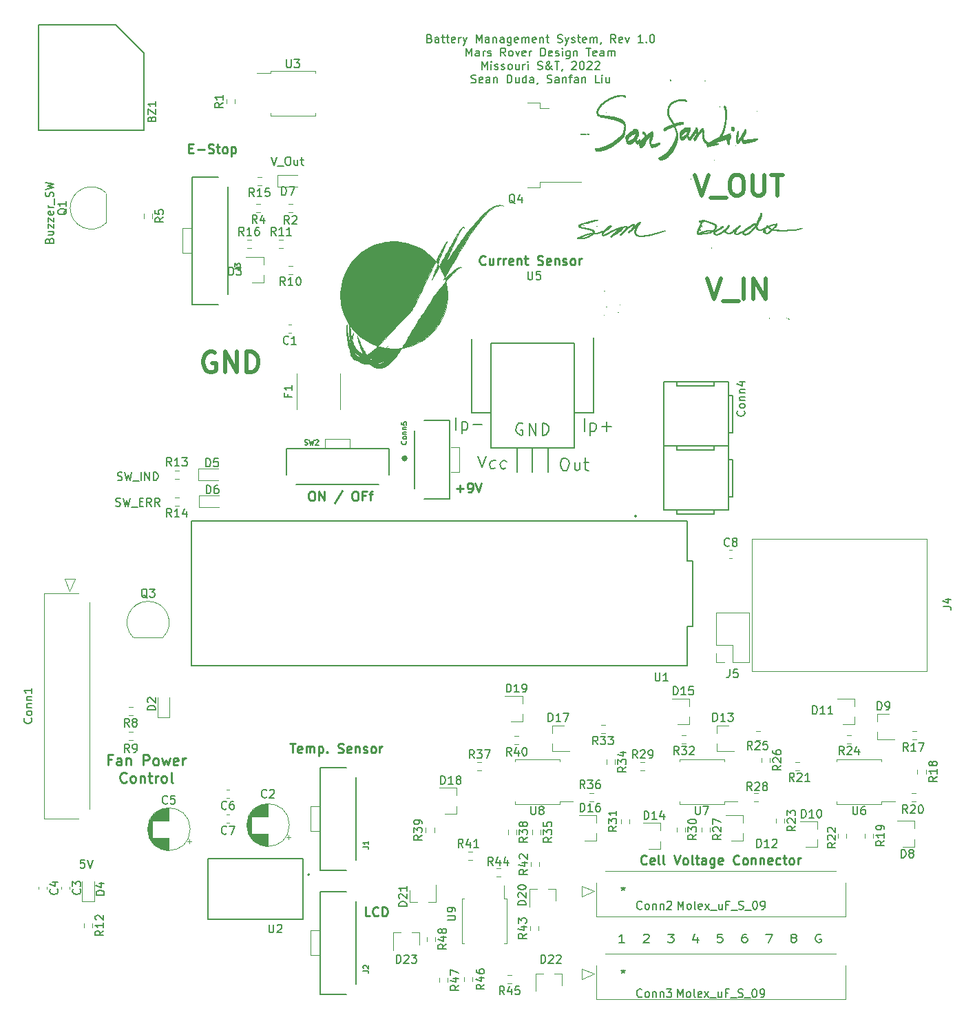
<source format=gbr>
%TF.GenerationSoftware,KiCad,Pcbnew,(5.1.10)-1*%
%TF.CreationDate,2022-03-18T19:39:10-05:00*%
%TF.ProjectId,BMS_2022_Rev1,424d535f-3230-4323-925f-526576312e6b,rev?*%
%TF.SameCoordinates,Original*%
%TF.FileFunction,Legend,Top*%
%TF.FilePolarity,Positive*%
%FSLAX46Y46*%
G04 Gerber Fmt 4.6, Leading zero omitted, Abs format (unit mm)*
G04 Created by KiCad (PCBNEW (5.1.10)-1) date 2022-03-18 19:39:10*
%MOMM*%
%LPD*%
G01*
G04 APERTURE LIST*
%ADD10C,0.150000*%
%ADD11C,0.508000*%
%ADD12C,0.254000*%
%ADD13C,0.010000*%
%ADD14C,0.120000*%
%ADD15C,0.300000*%
%ADD16C,0.200000*%
%ADD17C,0.127000*%
G04 APERTURE END LIST*
D10*
X-117546428Y269692857D02*
X-117498809Y269835714D01*
X-117451190Y269883333D01*
X-117355952Y269930952D01*
X-117213095Y269930952D01*
X-117117857Y269883333D01*
X-117070238Y269835714D01*
X-117022619Y269740476D01*
X-117022619Y269359523D01*
X-118022619Y269359523D01*
X-118022619Y269692857D01*
X-117975000Y269788095D01*
X-117927380Y269835714D01*
X-117832142Y269883333D01*
X-117736904Y269883333D01*
X-117641666Y269835714D01*
X-117594047Y269788095D01*
X-117546428Y269692857D01*
X-117546428Y269359523D01*
X-117689285Y270788095D02*
X-117022619Y270788095D01*
X-117689285Y270359523D02*
X-117165476Y270359523D01*
X-117070238Y270407142D01*
X-117022619Y270502380D01*
X-117022619Y270645238D01*
X-117070238Y270740476D01*
X-117117857Y270788095D01*
X-117689285Y271169047D02*
X-117689285Y271692857D01*
X-117022619Y271169047D01*
X-117022619Y271692857D01*
X-117689285Y271978571D02*
X-117689285Y272502380D01*
X-117022619Y271978571D01*
X-117022619Y272502380D01*
X-117070238Y273264285D02*
X-117022619Y273169047D01*
X-117022619Y272978571D01*
X-117070238Y272883333D01*
X-117165476Y272835714D01*
X-117546428Y272835714D01*
X-117641666Y272883333D01*
X-117689285Y272978571D01*
X-117689285Y273169047D01*
X-117641666Y273264285D01*
X-117546428Y273311904D01*
X-117451190Y273311904D01*
X-117355952Y272835714D01*
X-117022619Y273740476D02*
X-117689285Y273740476D01*
X-117498809Y273740476D02*
X-117594047Y273788095D01*
X-117641666Y273835714D01*
X-117689285Y273930952D01*
X-117689285Y274026190D01*
X-116927380Y274121428D02*
X-116927380Y274883333D01*
X-117070238Y275073809D02*
X-117022619Y275216666D01*
X-117022619Y275454761D01*
X-117070238Y275550000D01*
X-117117857Y275597619D01*
X-117213095Y275645238D01*
X-117308333Y275645238D01*
X-117403571Y275597619D01*
X-117451190Y275550000D01*
X-117498809Y275454761D01*
X-117546428Y275264285D01*
X-117594047Y275169047D01*
X-117641666Y275121428D01*
X-117736904Y275073809D01*
X-117832142Y275073809D01*
X-117927380Y275121428D01*
X-117975000Y275169047D01*
X-118022619Y275264285D01*
X-118022619Y275502380D01*
X-117975000Y275645238D01*
X-118022619Y275978571D02*
X-117022619Y276216666D01*
X-117736904Y276407142D01*
X-117022619Y276597619D01*
X-118022619Y276835714D01*
D11*
X-97185238Y255905000D02*
X-97427142Y256025952D01*
X-97790000Y256025952D01*
X-98152857Y255905000D01*
X-98394761Y255663095D01*
X-98515714Y255421190D01*
X-98636666Y254937380D01*
X-98636666Y254574523D01*
X-98515714Y254090714D01*
X-98394761Y253848809D01*
X-98152857Y253606904D01*
X-97790000Y253485952D01*
X-97548095Y253485952D01*
X-97185238Y253606904D01*
X-97064285Y253727857D01*
X-97064285Y254574523D01*
X-97548095Y254574523D01*
X-95975714Y253485952D02*
X-95975714Y256025952D01*
X-94524285Y253485952D01*
X-94524285Y256025952D01*
X-93314761Y253485952D02*
X-93314761Y256025952D01*
X-92710000Y256025952D01*
X-92347142Y255905000D01*
X-92105238Y255663095D01*
X-91984285Y255421190D01*
X-91863333Y254937380D01*
X-91863333Y254574523D01*
X-91984285Y254090714D01*
X-92105238Y253848809D01*
X-92347142Y253606904D01*
X-92710000Y253485952D01*
X-93314761Y253485952D01*
X-36642523Y265042952D02*
X-35795857Y262502952D01*
X-34949190Y265042952D01*
X-34707285Y262261047D02*
X-32772047Y262261047D01*
X-32167285Y262502952D02*
X-32167285Y265042952D01*
X-30957761Y262502952D02*
X-30957761Y265042952D01*
X-29506333Y262502952D01*
X-29506333Y265042952D01*
X-38208857Y277742952D02*
X-37362190Y275202952D01*
X-36515523Y277742952D01*
X-36273619Y274961047D02*
X-34338380Y274961047D01*
X-33249809Y277742952D02*
X-32766000Y277742952D01*
X-32524095Y277622000D01*
X-32282190Y277380095D01*
X-32161238Y276896285D01*
X-32161238Y276049619D01*
X-32282190Y275565809D01*
X-32524095Y275323904D01*
X-32766000Y275202952D01*
X-33249809Y275202952D01*
X-33491714Y275323904D01*
X-33733619Y275565809D01*
X-33854571Y276049619D01*
X-33854571Y276896285D01*
X-33733619Y277380095D01*
X-33491714Y277622000D01*
X-33249809Y277742952D01*
X-31072666Y277742952D02*
X-31072666Y275686761D01*
X-30951714Y275444857D01*
X-30830761Y275323904D01*
X-30588857Y275202952D01*
X-30105047Y275202952D01*
X-29863142Y275323904D01*
X-29742190Y275444857D01*
X-29621238Y275686761D01*
X-29621238Y277742952D01*
X-28774571Y277742952D02*
X-27323142Y277742952D01*
X-28048857Y275202952D02*
X-28048857Y277742952D01*
D10*
X-90241190Y279947619D02*
X-89907857Y278947619D01*
X-89574523Y279947619D01*
X-89479285Y278852380D02*
X-88717380Y278852380D01*
X-88288809Y279947619D02*
X-88098333Y279947619D01*
X-88003095Y279900000D01*
X-87907857Y279804761D01*
X-87860238Y279614285D01*
X-87860238Y279280952D01*
X-87907857Y279090476D01*
X-88003095Y278995238D01*
X-88098333Y278947619D01*
X-88288809Y278947619D01*
X-88384047Y278995238D01*
X-88479285Y279090476D01*
X-88526904Y279280952D01*
X-88526904Y279614285D01*
X-88479285Y279804761D01*
X-88384047Y279900000D01*
X-88288809Y279947619D01*
X-87003095Y279614285D02*
X-87003095Y278947619D01*
X-87431666Y279614285D02*
X-87431666Y279090476D01*
X-87384047Y278995238D01*
X-87288809Y278947619D01*
X-87145952Y278947619D01*
X-87050714Y278995238D01*
X-87003095Y279042857D01*
X-86669761Y279614285D02*
X-86288809Y279614285D01*
X-86526904Y279947619D02*
X-86526904Y279090476D01*
X-86479285Y278995238D01*
X-86384047Y278947619D01*
X-86288809Y278947619D01*
X-113220476Y193587619D02*
X-113696666Y193587619D01*
X-113744285Y193111428D01*
X-113696666Y193159047D01*
X-113601428Y193206666D01*
X-113363333Y193206666D01*
X-113268095Y193159047D01*
X-113220476Y193111428D01*
X-113172857Y193016190D01*
X-113172857Y192778095D01*
X-113220476Y192682857D01*
X-113268095Y192635238D01*
X-113363333Y192587619D01*
X-113601428Y192587619D01*
X-113696666Y192635238D01*
X-113744285Y192682857D01*
X-112887142Y193587619D02*
X-112553809Y192587619D01*
X-112220476Y193587619D01*
X-109180000Y240260238D02*
X-109037142Y240212619D01*
X-108799047Y240212619D01*
X-108703809Y240260238D01*
X-108656190Y240307857D01*
X-108608571Y240403095D01*
X-108608571Y240498333D01*
X-108656190Y240593571D01*
X-108703809Y240641190D01*
X-108799047Y240688809D01*
X-108989523Y240736428D01*
X-109084761Y240784047D01*
X-109132380Y240831666D01*
X-109180000Y240926904D01*
X-109180000Y241022142D01*
X-109132380Y241117380D01*
X-109084761Y241165000D01*
X-108989523Y241212619D01*
X-108751428Y241212619D01*
X-108608571Y241165000D01*
X-108275238Y241212619D02*
X-108037142Y240212619D01*
X-107846666Y240926904D01*
X-107656190Y240212619D01*
X-107418095Y241212619D01*
X-107275238Y240117380D02*
X-106513333Y240117380D01*
X-106275238Y240212619D02*
X-106275238Y241212619D01*
X-105799047Y240212619D02*
X-105799047Y241212619D01*
X-105227619Y240212619D01*
X-105227619Y241212619D01*
X-104751428Y240212619D02*
X-104751428Y241212619D01*
X-104513333Y241212619D01*
X-104370476Y241165000D01*
X-104275238Y241069761D01*
X-104227619Y240974523D01*
X-104180000Y240784047D01*
X-104180000Y240641190D01*
X-104227619Y240450714D01*
X-104275238Y240355476D01*
X-104370476Y240260238D01*
X-104513333Y240212619D01*
X-104751428Y240212619D01*
X-109370476Y237085238D02*
X-109227619Y237037619D01*
X-108989523Y237037619D01*
X-108894285Y237085238D01*
X-108846666Y237132857D01*
X-108799047Y237228095D01*
X-108799047Y237323333D01*
X-108846666Y237418571D01*
X-108894285Y237466190D01*
X-108989523Y237513809D01*
X-109180000Y237561428D01*
X-109275238Y237609047D01*
X-109322857Y237656666D01*
X-109370476Y237751904D01*
X-109370476Y237847142D01*
X-109322857Y237942380D01*
X-109275238Y237990000D01*
X-109180000Y238037619D01*
X-108941904Y238037619D01*
X-108799047Y237990000D01*
X-108465714Y238037619D02*
X-108227619Y237037619D01*
X-108037142Y237751904D01*
X-107846666Y237037619D01*
X-107608571Y238037619D01*
X-107465714Y236942380D02*
X-106703809Y236942380D01*
X-106465714Y237561428D02*
X-106132380Y237561428D01*
X-105989523Y237037619D02*
X-106465714Y237037619D01*
X-106465714Y238037619D01*
X-105989523Y238037619D01*
X-104989523Y237037619D02*
X-105322857Y237513809D01*
X-105560952Y237037619D02*
X-105560952Y238037619D01*
X-105180000Y238037619D01*
X-105084761Y237990000D01*
X-105037142Y237942380D01*
X-104989523Y237847142D01*
X-104989523Y237704285D01*
X-105037142Y237609047D01*
X-105084761Y237561428D01*
X-105180000Y237513809D01*
X-105560952Y237513809D01*
X-103989523Y237037619D02*
X-104322857Y237513809D01*
X-104560952Y237037619D02*
X-104560952Y238037619D01*
X-104180000Y238037619D01*
X-104084761Y237990000D01*
X-104037142Y237942380D01*
X-103989523Y237847142D01*
X-103989523Y237704285D01*
X-104037142Y237609047D01*
X-104084761Y237561428D01*
X-104180000Y237513809D01*
X-104560952Y237513809D01*
X-70769047Y294519428D02*
X-70626190Y294471809D01*
X-70578571Y294424190D01*
X-70530952Y294328952D01*
X-70530952Y294186095D01*
X-70578571Y294090857D01*
X-70626190Y294043238D01*
X-70721428Y293995619D01*
X-71102380Y293995619D01*
X-71102380Y294995619D01*
X-70769047Y294995619D01*
X-70673809Y294948000D01*
X-70626190Y294900380D01*
X-70578571Y294805142D01*
X-70578571Y294709904D01*
X-70626190Y294614666D01*
X-70673809Y294567047D01*
X-70769047Y294519428D01*
X-71102380Y294519428D01*
X-69673809Y293995619D02*
X-69673809Y294519428D01*
X-69721428Y294614666D01*
X-69816666Y294662285D01*
X-70007142Y294662285D01*
X-70102380Y294614666D01*
X-69673809Y294043238D02*
X-69769047Y293995619D01*
X-70007142Y293995619D01*
X-70102380Y294043238D01*
X-70150000Y294138476D01*
X-70150000Y294233714D01*
X-70102380Y294328952D01*
X-70007142Y294376571D01*
X-69769047Y294376571D01*
X-69673809Y294424190D01*
X-69340476Y294662285D02*
X-68959523Y294662285D01*
X-69197619Y294995619D02*
X-69197619Y294138476D01*
X-69150000Y294043238D01*
X-69054761Y293995619D01*
X-68959523Y293995619D01*
X-68769047Y294662285D02*
X-68388095Y294662285D01*
X-68626190Y294995619D02*
X-68626190Y294138476D01*
X-68578571Y294043238D01*
X-68483333Y293995619D01*
X-68388095Y293995619D01*
X-67673809Y294043238D02*
X-67769047Y293995619D01*
X-67959523Y293995619D01*
X-68054761Y294043238D01*
X-68102380Y294138476D01*
X-68102380Y294519428D01*
X-68054761Y294614666D01*
X-67959523Y294662285D01*
X-67769047Y294662285D01*
X-67673809Y294614666D01*
X-67626190Y294519428D01*
X-67626190Y294424190D01*
X-68102380Y294328952D01*
X-67197619Y293995619D02*
X-67197619Y294662285D01*
X-67197619Y294471809D02*
X-67150000Y294567047D01*
X-67102380Y294614666D01*
X-67007142Y294662285D01*
X-66911904Y294662285D01*
X-66673809Y294662285D02*
X-66435714Y293995619D01*
X-66197619Y294662285D02*
X-66435714Y293995619D01*
X-66530952Y293757523D01*
X-66578571Y293709904D01*
X-66673809Y293662285D01*
X-65054761Y293995619D02*
X-65054761Y294995619D01*
X-64721428Y294281333D01*
X-64388095Y294995619D01*
X-64388095Y293995619D01*
X-63483333Y293995619D02*
X-63483333Y294519428D01*
X-63530952Y294614666D01*
X-63626190Y294662285D01*
X-63816666Y294662285D01*
X-63911904Y294614666D01*
X-63483333Y294043238D02*
X-63578571Y293995619D01*
X-63816666Y293995619D01*
X-63911904Y294043238D01*
X-63959523Y294138476D01*
X-63959523Y294233714D01*
X-63911904Y294328952D01*
X-63816666Y294376571D01*
X-63578571Y294376571D01*
X-63483333Y294424190D01*
X-63007142Y294662285D02*
X-63007142Y293995619D01*
X-63007142Y294567047D02*
X-62959523Y294614666D01*
X-62864285Y294662285D01*
X-62721428Y294662285D01*
X-62626190Y294614666D01*
X-62578571Y294519428D01*
X-62578571Y293995619D01*
X-61673809Y293995619D02*
X-61673809Y294519428D01*
X-61721428Y294614666D01*
X-61816666Y294662285D01*
X-62007142Y294662285D01*
X-62102380Y294614666D01*
X-61673809Y294043238D02*
X-61769047Y293995619D01*
X-62007142Y293995619D01*
X-62102380Y294043238D01*
X-62150000Y294138476D01*
X-62150000Y294233714D01*
X-62102380Y294328952D01*
X-62007142Y294376571D01*
X-61769047Y294376571D01*
X-61673809Y294424190D01*
X-60769047Y294662285D02*
X-60769047Y293852761D01*
X-60816666Y293757523D01*
X-60864285Y293709904D01*
X-60959523Y293662285D01*
X-61102380Y293662285D01*
X-61197619Y293709904D01*
X-60769047Y294043238D02*
X-60864285Y293995619D01*
X-61054761Y293995619D01*
X-61150000Y294043238D01*
X-61197619Y294090857D01*
X-61245238Y294186095D01*
X-61245238Y294471809D01*
X-61197619Y294567047D01*
X-61150000Y294614666D01*
X-61054761Y294662285D01*
X-60864285Y294662285D01*
X-60769047Y294614666D01*
X-59911904Y294043238D02*
X-60007142Y293995619D01*
X-60197619Y293995619D01*
X-60292857Y294043238D01*
X-60340476Y294138476D01*
X-60340476Y294519428D01*
X-60292857Y294614666D01*
X-60197619Y294662285D01*
X-60007142Y294662285D01*
X-59911904Y294614666D01*
X-59864285Y294519428D01*
X-59864285Y294424190D01*
X-60340476Y294328952D01*
X-59435714Y293995619D02*
X-59435714Y294662285D01*
X-59435714Y294567047D02*
X-59388095Y294614666D01*
X-59292857Y294662285D01*
X-59150000Y294662285D01*
X-59054761Y294614666D01*
X-59007142Y294519428D01*
X-59007142Y293995619D01*
X-59007142Y294519428D02*
X-58959523Y294614666D01*
X-58864285Y294662285D01*
X-58721428Y294662285D01*
X-58626190Y294614666D01*
X-58578571Y294519428D01*
X-58578571Y293995619D01*
X-57721428Y294043238D02*
X-57816666Y293995619D01*
X-58007142Y293995619D01*
X-58102380Y294043238D01*
X-58150000Y294138476D01*
X-58150000Y294519428D01*
X-58102380Y294614666D01*
X-58007142Y294662285D01*
X-57816666Y294662285D01*
X-57721428Y294614666D01*
X-57673809Y294519428D01*
X-57673809Y294424190D01*
X-58150000Y294328952D01*
X-57245238Y294662285D02*
X-57245238Y293995619D01*
X-57245238Y294567047D02*
X-57197619Y294614666D01*
X-57102380Y294662285D01*
X-56959523Y294662285D01*
X-56864285Y294614666D01*
X-56816666Y294519428D01*
X-56816666Y293995619D01*
X-56483333Y294662285D02*
X-56102380Y294662285D01*
X-56340476Y294995619D02*
X-56340476Y294138476D01*
X-56292857Y294043238D01*
X-56197619Y293995619D01*
X-56102380Y293995619D01*
X-55054761Y294043238D02*
X-54911904Y293995619D01*
X-54673809Y293995619D01*
X-54578571Y294043238D01*
X-54530952Y294090857D01*
X-54483333Y294186095D01*
X-54483333Y294281333D01*
X-54530952Y294376571D01*
X-54578571Y294424190D01*
X-54673809Y294471809D01*
X-54864285Y294519428D01*
X-54959523Y294567047D01*
X-55007142Y294614666D01*
X-55054761Y294709904D01*
X-55054761Y294805142D01*
X-55007142Y294900380D01*
X-54959523Y294948000D01*
X-54864285Y294995619D01*
X-54626190Y294995619D01*
X-54483333Y294948000D01*
X-54150000Y294662285D02*
X-53911904Y293995619D01*
X-53673809Y294662285D02*
X-53911904Y293995619D01*
X-54007142Y293757523D01*
X-54054761Y293709904D01*
X-54150000Y293662285D01*
X-53340476Y294043238D02*
X-53245238Y293995619D01*
X-53054761Y293995619D01*
X-52959523Y294043238D01*
X-52911904Y294138476D01*
X-52911904Y294186095D01*
X-52959523Y294281333D01*
X-53054761Y294328952D01*
X-53197619Y294328952D01*
X-53292857Y294376571D01*
X-53340476Y294471809D01*
X-53340476Y294519428D01*
X-53292857Y294614666D01*
X-53197619Y294662285D01*
X-53054761Y294662285D01*
X-52959523Y294614666D01*
X-52626190Y294662285D02*
X-52245238Y294662285D01*
X-52483333Y294995619D02*
X-52483333Y294138476D01*
X-52435714Y294043238D01*
X-52340476Y293995619D01*
X-52245238Y293995619D01*
X-51530952Y294043238D02*
X-51626190Y293995619D01*
X-51816666Y293995619D01*
X-51911904Y294043238D01*
X-51959523Y294138476D01*
X-51959523Y294519428D01*
X-51911904Y294614666D01*
X-51816666Y294662285D01*
X-51626190Y294662285D01*
X-51530952Y294614666D01*
X-51483333Y294519428D01*
X-51483333Y294424190D01*
X-51959523Y294328952D01*
X-51054761Y293995619D02*
X-51054761Y294662285D01*
X-51054761Y294567047D02*
X-51007142Y294614666D01*
X-50911904Y294662285D01*
X-50769047Y294662285D01*
X-50673809Y294614666D01*
X-50626190Y294519428D01*
X-50626190Y293995619D01*
X-50626190Y294519428D02*
X-50578571Y294614666D01*
X-50483333Y294662285D01*
X-50340476Y294662285D01*
X-50245238Y294614666D01*
X-50197619Y294519428D01*
X-50197619Y293995619D01*
X-49673809Y294043238D02*
X-49673809Y293995619D01*
X-49721428Y293900380D01*
X-49769047Y293852761D01*
X-47911904Y293995619D02*
X-48245238Y294471809D01*
X-48483333Y293995619D02*
X-48483333Y294995619D01*
X-48102380Y294995619D01*
X-48007142Y294948000D01*
X-47959523Y294900380D01*
X-47911904Y294805142D01*
X-47911904Y294662285D01*
X-47959523Y294567047D01*
X-48007142Y294519428D01*
X-48102380Y294471809D01*
X-48483333Y294471809D01*
X-47102380Y294043238D02*
X-47197619Y293995619D01*
X-47388095Y293995619D01*
X-47483333Y294043238D01*
X-47530952Y294138476D01*
X-47530952Y294519428D01*
X-47483333Y294614666D01*
X-47388095Y294662285D01*
X-47197619Y294662285D01*
X-47102380Y294614666D01*
X-47054761Y294519428D01*
X-47054761Y294424190D01*
X-47530952Y294328952D01*
X-46721428Y294662285D02*
X-46483333Y293995619D01*
X-46245238Y294662285D01*
X-44578571Y293995619D02*
X-45150000Y293995619D01*
X-44864285Y293995619D02*
X-44864285Y294995619D01*
X-44959523Y294852761D01*
X-45054761Y294757523D01*
X-45150000Y294709904D01*
X-44150000Y294090857D02*
X-44102380Y294043238D01*
X-44150000Y293995619D01*
X-44197619Y294043238D01*
X-44150000Y294090857D01*
X-44150000Y293995619D01*
X-43483333Y294995619D02*
X-43388095Y294995619D01*
X-43292857Y294948000D01*
X-43245238Y294900380D01*
X-43197619Y294805142D01*
X-43150000Y294614666D01*
X-43150000Y294376571D01*
X-43197619Y294186095D01*
X-43245238Y294090857D01*
X-43292857Y294043238D01*
X-43388095Y293995619D01*
X-43483333Y293995619D01*
X-43578571Y294043238D01*
X-43626190Y294090857D01*
X-43673809Y294186095D01*
X-43721428Y294376571D01*
X-43721428Y294614666D01*
X-43673809Y294805142D01*
X-43626190Y294900380D01*
X-43578571Y294948000D01*
X-43483333Y294995619D01*
X-66269047Y292345619D02*
X-66269047Y293345619D01*
X-65935714Y292631333D01*
X-65602380Y293345619D01*
X-65602380Y292345619D01*
X-64697619Y292345619D02*
X-64697619Y292869428D01*
X-64745238Y292964666D01*
X-64840476Y293012285D01*
X-65030952Y293012285D01*
X-65126190Y292964666D01*
X-64697619Y292393238D02*
X-64792857Y292345619D01*
X-65030952Y292345619D01*
X-65126190Y292393238D01*
X-65173809Y292488476D01*
X-65173809Y292583714D01*
X-65126190Y292678952D01*
X-65030952Y292726571D01*
X-64792857Y292726571D01*
X-64697619Y292774190D01*
X-64221428Y292345619D02*
X-64221428Y293012285D01*
X-64221428Y292821809D02*
X-64173809Y292917047D01*
X-64126190Y292964666D01*
X-64030952Y293012285D01*
X-63935714Y293012285D01*
X-63650000Y292393238D02*
X-63554761Y292345619D01*
X-63364285Y292345619D01*
X-63269047Y292393238D01*
X-63221428Y292488476D01*
X-63221428Y292536095D01*
X-63269047Y292631333D01*
X-63364285Y292678952D01*
X-63507142Y292678952D01*
X-63602380Y292726571D01*
X-63650000Y292821809D01*
X-63650000Y292869428D01*
X-63602380Y292964666D01*
X-63507142Y293012285D01*
X-63364285Y293012285D01*
X-63269047Y292964666D01*
X-61459523Y292345619D02*
X-61792857Y292821809D01*
X-62030952Y292345619D02*
X-62030952Y293345619D01*
X-61650000Y293345619D01*
X-61554761Y293298000D01*
X-61507142Y293250380D01*
X-61459523Y293155142D01*
X-61459523Y293012285D01*
X-61507142Y292917047D01*
X-61554761Y292869428D01*
X-61650000Y292821809D01*
X-62030952Y292821809D01*
X-60888095Y292345619D02*
X-60983333Y292393238D01*
X-61030952Y292440857D01*
X-61078571Y292536095D01*
X-61078571Y292821809D01*
X-61030952Y292917047D01*
X-60983333Y292964666D01*
X-60888095Y293012285D01*
X-60745238Y293012285D01*
X-60650000Y292964666D01*
X-60602380Y292917047D01*
X-60554761Y292821809D01*
X-60554761Y292536095D01*
X-60602380Y292440857D01*
X-60650000Y292393238D01*
X-60745238Y292345619D01*
X-60888095Y292345619D01*
X-60221428Y293012285D02*
X-59983333Y292345619D01*
X-59745238Y293012285D01*
X-58983333Y292393238D02*
X-59078571Y292345619D01*
X-59269047Y292345619D01*
X-59364285Y292393238D01*
X-59411904Y292488476D01*
X-59411904Y292869428D01*
X-59364285Y292964666D01*
X-59269047Y293012285D01*
X-59078571Y293012285D01*
X-58983333Y292964666D01*
X-58935714Y292869428D01*
X-58935714Y292774190D01*
X-59411904Y292678952D01*
X-58507142Y292345619D02*
X-58507142Y293012285D01*
X-58507142Y292821809D02*
X-58459523Y292917047D01*
X-58411904Y292964666D01*
X-58316666Y293012285D01*
X-58221428Y293012285D01*
X-57126190Y292345619D02*
X-57126190Y293345619D01*
X-56888095Y293345619D01*
X-56745238Y293298000D01*
X-56650000Y293202761D01*
X-56602380Y293107523D01*
X-56554761Y292917047D01*
X-56554761Y292774190D01*
X-56602380Y292583714D01*
X-56650000Y292488476D01*
X-56745238Y292393238D01*
X-56888095Y292345619D01*
X-57126190Y292345619D01*
X-55745238Y292393238D02*
X-55840476Y292345619D01*
X-56030952Y292345619D01*
X-56126190Y292393238D01*
X-56173809Y292488476D01*
X-56173809Y292869428D01*
X-56126190Y292964666D01*
X-56030952Y293012285D01*
X-55840476Y293012285D01*
X-55745238Y292964666D01*
X-55697619Y292869428D01*
X-55697619Y292774190D01*
X-56173809Y292678952D01*
X-55316666Y292393238D02*
X-55221428Y292345619D01*
X-55030952Y292345619D01*
X-54935714Y292393238D01*
X-54888095Y292488476D01*
X-54888095Y292536095D01*
X-54935714Y292631333D01*
X-55030952Y292678952D01*
X-55173809Y292678952D01*
X-55269047Y292726571D01*
X-55316666Y292821809D01*
X-55316666Y292869428D01*
X-55269047Y292964666D01*
X-55173809Y293012285D01*
X-55030952Y293012285D01*
X-54935714Y292964666D01*
X-54459523Y292345619D02*
X-54459523Y293012285D01*
X-54459523Y293345619D02*
X-54507142Y293298000D01*
X-54459523Y293250380D01*
X-54411904Y293298000D01*
X-54459523Y293345619D01*
X-54459523Y293250380D01*
X-53554761Y293012285D02*
X-53554761Y292202761D01*
X-53602380Y292107523D01*
X-53650000Y292059904D01*
X-53745238Y292012285D01*
X-53888095Y292012285D01*
X-53983333Y292059904D01*
X-53554761Y292393238D02*
X-53650000Y292345619D01*
X-53840476Y292345619D01*
X-53935714Y292393238D01*
X-53983333Y292440857D01*
X-54030952Y292536095D01*
X-54030952Y292821809D01*
X-53983333Y292917047D01*
X-53935714Y292964666D01*
X-53840476Y293012285D01*
X-53650000Y293012285D01*
X-53554761Y292964666D01*
X-53078571Y293012285D02*
X-53078571Y292345619D01*
X-53078571Y292917047D02*
X-53030952Y292964666D01*
X-52935714Y293012285D01*
X-52792857Y293012285D01*
X-52697619Y292964666D01*
X-52650000Y292869428D01*
X-52650000Y292345619D01*
X-51554761Y293345619D02*
X-50983333Y293345619D01*
X-51269047Y292345619D02*
X-51269047Y293345619D01*
X-50269047Y292393238D02*
X-50364285Y292345619D01*
X-50554761Y292345619D01*
X-50650000Y292393238D01*
X-50697619Y292488476D01*
X-50697619Y292869428D01*
X-50650000Y292964666D01*
X-50554761Y293012285D01*
X-50364285Y293012285D01*
X-50269047Y292964666D01*
X-50221428Y292869428D01*
X-50221428Y292774190D01*
X-50697619Y292678952D01*
X-49364285Y292345619D02*
X-49364285Y292869428D01*
X-49411904Y292964666D01*
X-49507142Y293012285D01*
X-49697619Y293012285D01*
X-49792857Y292964666D01*
X-49364285Y292393238D02*
X-49459523Y292345619D01*
X-49697619Y292345619D01*
X-49792857Y292393238D01*
X-49840476Y292488476D01*
X-49840476Y292583714D01*
X-49792857Y292678952D01*
X-49697619Y292726571D01*
X-49459523Y292726571D01*
X-49364285Y292774190D01*
X-48888095Y292345619D02*
X-48888095Y293012285D01*
X-48888095Y292917047D02*
X-48840476Y292964666D01*
X-48745238Y293012285D01*
X-48602380Y293012285D01*
X-48507142Y292964666D01*
X-48459523Y292869428D01*
X-48459523Y292345619D01*
X-48459523Y292869428D02*
X-48411904Y292964666D01*
X-48316666Y293012285D01*
X-48173809Y293012285D01*
X-48078571Y292964666D01*
X-48030952Y292869428D01*
X-48030952Y292345619D01*
X-64364285Y290695619D02*
X-64364285Y291695619D01*
X-64030952Y290981333D01*
X-63697619Y291695619D01*
X-63697619Y290695619D01*
X-63221428Y290695619D02*
X-63221428Y291362285D01*
X-63221428Y291695619D02*
X-63269047Y291648000D01*
X-63221428Y291600380D01*
X-63173809Y291648000D01*
X-63221428Y291695619D01*
X-63221428Y291600380D01*
X-62792857Y290743238D02*
X-62697619Y290695619D01*
X-62507142Y290695619D01*
X-62411904Y290743238D01*
X-62364285Y290838476D01*
X-62364285Y290886095D01*
X-62411904Y290981333D01*
X-62507142Y291028952D01*
X-62650000Y291028952D01*
X-62745238Y291076571D01*
X-62792857Y291171809D01*
X-62792857Y291219428D01*
X-62745238Y291314666D01*
X-62650000Y291362285D01*
X-62507142Y291362285D01*
X-62411904Y291314666D01*
X-61983333Y290743238D02*
X-61888095Y290695619D01*
X-61697619Y290695619D01*
X-61602380Y290743238D01*
X-61554761Y290838476D01*
X-61554761Y290886095D01*
X-61602380Y290981333D01*
X-61697619Y291028952D01*
X-61840476Y291028952D01*
X-61935714Y291076571D01*
X-61983333Y291171809D01*
X-61983333Y291219428D01*
X-61935714Y291314666D01*
X-61840476Y291362285D01*
X-61697619Y291362285D01*
X-61602380Y291314666D01*
X-60983333Y290695619D02*
X-61078571Y290743238D01*
X-61126190Y290790857D01*
X-61173809Y290886095D01*
X-61173809Y291171809D01*
X-61126190Y291267047D01*
X-61078571Y291314666D01*
X-60983333Y291362285D01*
X-60840476Y291362285D01*
X-60745238Y291314666D01*
X-60697619Y291267047D01*
X-60650000Y291171809D01*
X-60650000Y290886095D01*
X-60697619Y290790857D01*
X-60745238Y290743238D01*
X-60840476Y290695619D01*
X-60983333Y290695619D01*
X-59792857Y291362285D02*
X-59792857Y290695619D01*
X-60221428Y291362285D02*
X-60221428Y290838476D01*
X-60173809Y290743238D01*
X-60078571Y290695619D01*
X-59935714Y290695619D01*
X-59840476Y290743238D01*
X-59792857Y290790857D01*
X-59316666Y290695619D02*
X-59316666Y291362285D01*
X-59316666Y291171809D02*
X-59269047Y291267047D01*
X-59221428Y291314666D01*
X-59126190Y291362285D01*
X-59030952Y291362285D01*
X-58697619Y290695619D02*
X-58697619Y291362285D01*
X-58697619Y291695619D02*
X-58745238Y291648000D01*
X-58697619Y291600380D01*
X-58650000Y291648000D01*
X-58697619Y291695619D01*
X-58697619Y291600380D01*
X-57507142Y290743238D02*
X-57364285Y290695619D01*
X-57126190Y290695619D01*
X-57030952Y290743238D01*
X-56983333Y290790857D01*
X-56935714Y290886095D01*
X-56935714Y290981333D01*
X-56983333Y291076571D01*
X-57030952Y291124190D01*
X-57126190Y291171809D01*
X-57316666Y291219428D01*
X-57411904Y291267047D01*
X-57459523Y291314666D01*
X-57507142Y291409904D01*
X-57507142Y291505142D01*
X-57459523Y291600380D01*
X-57411904Y291648000D01*
X-57316666Y291695619D01*
X-57078571Y291695619D01*
X-56935714Y291648000D01*
X-55697619Y290695619D02*
X-55745238Y290695619D01*
X-55840476Y290743238D01*
X-55983333Y290886095D01*
X-56221428Y291171809D01*
X-56316666Y291314666D01*
X-56364285Y291457523D01*
X-56364285Y291552761D01*
X-56316666Y291648000D01*
X-56221428Y291695619D01*
X-56173809Y291695619D01*
X-56078571Y291648000D01*
X-56030952Y291552761D01*
X-56030952Y291505142D01*
X-56078571Y291409904D01*
X-56126190Y291362285D01*
X-56411904Y291171809D01*
X-56459523Y291124190D01*
X-56507142Y291028952D01*
X-56507142Y290886095D01*
X-56459523Y290790857D01*
X-56411904Y290743238D01*
X-56316666Y290695619D01*
X-56173809Y290695619D01*
X-56078571Y290743238D01*
X-56030952Y290790857D01*
X-55888095Y290981333D01*
X-55840476Y291124190D01*
X-55840476Y291219428D01*
X-55411904Y291695619D02*
X-54840476Y291695619D01*
X-55126190Y290695619D02*
X-55126190Y291695619D01*
X-54459523Y290743238D02*
X-54459523Y290695619D01*
X-54507142Y290600380D01*
X-54554761Y290552761D01*
X-53316666Y291600380D02*
X-53269047Y291648000D01*
X-53173809Y291695619D01*
X-52935714Y291695619D01*
X-52840476Y291648000D01*
X-52792857Y291600380D01*
X-52745238Y291505142D01*
X-52745238Y291409904D01*
X-52792857Y291267047D01*
X-53364285Y290695619D01*
X-52745238Y290695619D01*
X-52126190Y291695619D02*
X-52030952Y291695619D01*
X-51935714Y291648000D01*
X-51888095Y291600380D01*
X-51840476Y291505142D01*
X-51792857Y291314666D01*
X-51792857Y291076571D01*
X-51840476Y290886095D01*
X-51888095Y290790857D01*
X-51935714Y290743238D01*
X-52030952Y290695619D01*
X-52126190Y290695619D01*
X-52221428Y290743238D01*
X-52269047Y290790857D01*
X-52316666Y290886095D01*
X-52364285Y291076571D01*
X-52364285Y291314666D01*
X-52316666Y291505142D01*
X-52269047Y291600380D01*
X-52221428Y291648000D01*
X-52126190Y291695619D01*
X-51411904Y291600380D02*
X-51364285Y291648000D01*
X-51269047Y291695619D01*
X-51030952Y291695619D01*
X-50935714Y291648000D01*
X-50888095Y291600380D01*
X-50840476Y291505142D01*
X-50840476Y291409904D01*
X-50888095Y291267047D01*
X-51459523Y290695619D01*
X-50840476Y290695619D01*
X-50459523Y291600380D02*
X-50411904Y291648000D01*
X-50316666Y291695619D01*
X-50078571Y291695619D01*
X-49983333Y291648000D01*
X-49935714Y291600380D01*
X-49888095Y291505142D01*
X-49888095Y291409904D01*
X-49935714Y291267047D01*
X-50507142Y290695619D01*
X-49888095Y290695619D01*
X-65673809Y289093238D02*
X-65530952Y289045619D01*
X-65292857Y289045619D01*
X-65197619Y289093238D01*
X-65150000Y289140857D01*
X-65102380Y289236095D01*
X-65102380Y289331333D01*
X-65150000Y289426571D01*
X-65197619Y289474190D01*
X-65292857Y289521809D01*
X-65483333Y289569428D01*
X-65578571Y289617047D01*
X-65626190Y289664666D01*
X-65673809Y289759904D01*
X-65673809Y289855142D01*
X-65626190Y289950380D01*
X-65578571Y289998000D01*
X-65483333Y290045619D01*
X-65245238Y290045619D01*
X-65102380Y289998000D01*
X-64292857Y289093238D02*
X-64388095Y289045619D01*
X-64578571Y289045619D01*
X-64673809Y289093238D01*
X-64721428Y289188476D01*
X-64721428Y289569428D01*
X-64673809Y289664666D01*
X-64578571Y289712285D01*
X-64388095Y289712285D01*
X-64292857Y289664666D01*
X-64245238Y289569428D01*
X-64245238Y289474190D01*
X-64721428Y289378952D01*
X-63388095Y289045619D02*
X-63388095Y289569428D01*
X-63435714Y289664666D01*
X-63530952Y289712285D01*
X-63721428Y289712285D01*
X-63816666Y289664666D01*
X-63388095Y289093238D02*
X-63483333Y289045619D01*
X-63721428Y289045619D01*
X-63816666Y289093238D01*
X-63864285Y289188476D01*
X-63864285Y289283714D01*
X-63816666Y289378952D01*
X-63721428Y289426571D01*
X-63483333Y289426571D01*
X-63388095Y289474190D01*
X-62911904Y289712285D02*
X-62911904Y289045619D01*
X-62911904Y289617047D02*
X-62864285Y289664666D01*
X-62769047Y289712285D01*
X-62626190Y289712285D01*
X-62530952Y289664666D01*
X-62483333Y289569428D01*
X-62483333Y289045619D01*
X-61245238Y289045619D02*
X-61245238Y290045619D01*
X-61007142Y290045619D01*
X-60864285Y289998000D01*
X-60769047Y289902761D01*
X-60721428Y289807523D01*
X-60673809Y289617047D01*
X-60673809Y289474190D01*
X-60721428Y289283714D01*
X-60769047Y289188476D01*
X-60864285Y289093238D01*
X-61007142Y289045619D01*
X-61245238Y289045619D01*
X-59816666Y289712285D02*
X-59816666Y289045619D01*
X-60245238Y289712285D02*
X-60245238Y289188476D01*
X-60197619Y289093238D01*
X-60102380Y289045619D01*
X-59959523Y289045619D01*
X-59864285Y289093238D01*
X-59816666Y289140857D01*
X-58911904Y289045619D02*
X-58911904Y290045619D01*
X-58911904Y289093238D02*
X-59007142Y289045619D01*
X-59197619Y289045619D01*
X-59292857Y289093238D01*
X-59340476Y289140857D01*
X-59388095Y289236095D01*
X-59388095Y289521809D01*
X-59340476Y289617047D01*
X-59292857Y289664666D01*
X-59197619Y289712285D01*
X-59007142Y289712285D01*
X-58911904Y289664666D01*
X-58007142Y289045619D02*
X-58007142Y289569428D01*
X-58054761Y289664666D01*
X-58150000Y289712285D01*
X-58340476Y289712285D01*
X-58435714Y289664666D01*
X-58007142Y289093238D02*
X-58102380Y289045619D01*
X-58340476Y289045619D01*
X-58435714Y289093238D01*
X-58483333Y289188476D01*
X-58483333Y289283714D01*
X-58435714Y289378952D01*
X-58340476Y289426571D01*
X-58102380Y289426571D01*
X-58007142Y289474190D01*
X-57483333Y289093238D02*
X-57483333Y289045619D01*
X-57530952Y288950380D01*
X-57578571Y288902761D01*
X-56340476Y289093238D02*
X-56197619Y289045619D01*
X-55959523Y289045619D01*
X-55864285Y289093238D01*
X-55816666Y289140857D01*
X-55769047Y289236095D01*
X-55769047Y289331333D01*
X-55816666Y289426571D01*
X-55864285Y289474190D01*
X-55959523Y289521809D01*
X-56150000Y289569428D01*
X-56245238Y289617047D01*
X-56292857Y289664666D01*
X-56340476Y289759904D01*
X-56340476Y289855142D01*
X-56292857Y289950380D01*
X-56245238Y289998000D01*
X-56150000Y290045619D01*
X-55911904Y290045619D01*
X-55769047Y289998000D01*
X-54911904Y289045619D02*
X-54911904Y289569428D01*
X-54959523Y289664666D01*
X-55054761Y289712285D01*
X-55245238Y289712285D01*
X-55340476Y289664666D01*
X-54911904Y289093238D02*
X-55007142Y289045619D01*
X-55245238Y289045619D01*
X-55340476Y289093238D01*
X-55388095Y289188476D01*
X-55388095Y289283714D01*
X-55340476Y289378952D01*
X-55245238Y289426571D01*
X-55007142Y289426571D01*
X-54911904Y289474190D01*
X-54435714Y289712285D02*
X-54435714Y289045619D01*
X-54435714Y289617047D02*
X-54388095Y289664666D01*
X-54292857Y289712285D01*
X-54150000Y289712285D01*
X-54054761Y289664666D01*
X-54007142Y289569428D01*
X-54007142Y289045619D01*
X-53673809Y289712285D02*
X-53292857Y289712285D01*
X-53530952Y289045619D02*
X-53530952Y289902761D01*
X-53483333Y289998000D01*
X-53388095Y290045619D01*
X-53292857Y290045619D01*
X-52530952Y289045619D02*
X-52530952Y289569428D01*
X-52578571Y289664666D01*
X-52673809Y289712285D01*
X-52864285Y289712285D01*
X-52959523Y289664666D01*
X-52530952Y289093238D02*
X-52626190Y289045619D01*
X-52864285Y289045619D01*
X-52959523Y289093238D01*
X-53007142Y289188476D01*
X-53007142Y289283714D01*
X-52959523Y289378952D01*
X-52864285Y289426571D01*
X-52626190Y289426571D01*
X-52530952Y289474190D01*
X-52054761Y289712285D02*
X-52054761Y289045619D01*
X-52054761Y289617047D02*
X-52007142Y289664666D01*
X-51911904Y289712285D01*
X-51769047Y289712285D01*
X-51673809Y289664666D01*
X-51626190Y289569428D01*
X-51626190Y289045619D01*
X-49911904Y289045619D02*
X-50388095Y289045619D01*
X-50388095Y290045619D01*
X-49578571Y289045619D02*
X-49578571Y289712285D01*
X-49578571Y290045619D02*
X-49626190Y289998000D01*
X-49578571Y289950380D01*
X-49530952Y289998000D01*
X-49578571Y290045619D01*
X-49578571Y289950380D01*
X-48673809Y289712285D02*
X-48673809Y289045619D01*
X-49102380Y289712285D02*
X-49102380Y289188476D01*
X-49054761Y289093238D01*
X-48959523Y289045619D01*
X-48816666Y289045619D01*
X-48721428Y289093238D01*
X-48673809Y289140857D01*
D12*
X-44114357Y193139785D02*
X-44168785Y193085357D01*
X-44332071Y193030928D01*
X-44440928Y193030928D01*
X-44604214Y193085357D01*
X-44713071Y193194214D01*
X-44767500Y193303071D01*
X-44821928Y193520785D01*
X-44821928Y193684071D01*
X-44767500Y193901785D01*
X-44713071Y194010642D01*
X-44604214Y194119500D01*
X-44440928Y194173928D01*
X-44332071Y194173928D01*
X-44168785Y194119500D01*
X-44114357Y194065071D01*
X-43189071Y193085357D02*
X-43297928Y193030928D01*
X-43515642Y193030928D01*
X-43624500Y193085357D01*
X-43678928Y193194214D01*
X-43678928Y193629642D01*
X-43624500Y193738500D01*
X-43515642Y193792928D01*
X-43297928Y193792928D01*
X-43189071Y193738500D01*
X-43134642Y193629642D01*
X-43134642Y193520785D01*
X-43678928Y193411928D01*
X-42481500Y193030928D02*
X-42590357Y193085357D01*
X-42644785Y193194214D01*
X-42644785Y194173928D01*
X-41882785Y193030928D02*
X-41991642Y193085357D01*
X-42046071Y193194214D01*
X-42046071Y194173928D01*
X-40739785Y194173928D02*
X-40358785Y193030928D01*
X-39977785Y194173928D01*
X-39433500Y193030928D02*
X-39542357Y193085357D01*
X-39596785Y193139785D01*
X-39651214Y193248642D01*
X-39651214Y193575214D01*
X-39596785Y193684071D01*
X-39542357Y193738500D01*
X-39433500Y193792928D01*
X-39270214Y193792928D01*
X-39161357Y193738500D01*
X-39106928Y193684071D01*
X-39052500Y193575214D01*
X-39052500Y193248642D01*
X-39106928Y193139785D01*
X-39161357Y193085357D01*
X-39270214Y193030928D01*
X-39433500Y193030928D01*
X-38399357Y193030928D02*
X-38508214Y193085357D01*
X-38562642Y193194214D01*
X-38562642Y194173928D01*
X-38127214Y193792928D02*
X-37691785Y193792928D01*
X-37963928Y194173928D02*
X-37963928Y193194214D01*
X-37909500Y193085357D01*
X-37800642Y193030928D01*
X-37691785Y193030928D01*
X-36820928Y193030928D02*
X-36820928Y193629642D01*
X-36875357Y193738500D01*
X-36984214Y193792928D01*
X-37201928Y193792928D01*
X-37310785Y193738500D01*
X-36820928Y193085357D02*
X-36929785Y193030928D01*
X-37201928Y193030928D01*
X-37310785Y193085357D01*
X-37365214Y193194214D01*
X-37365214Y193303071D01*
X-37310785Y193411928D01*
X-37201928Y193466357D01*
X-36929785Y193466357D01*
X-36820928Y193520785D01*
X-35786785Y193792928D02*
X-35786785Y192867642D01*
X-35841214Y192758785D01*
X-35895642Y192704357D01*
X-36004500Y192649928D01*
X-36167785Y192649928D01*
X-36276642Y192704357D01*
X-35786785Y193085357D02*
X-35895642Y193030928D01*
X-36113357Y193030928D01*
X-36222214Y193085357D01*
X-36276642Y193139785D01*
X-36331071Y193248642D01*
X-36331071Y193575214D01*
X-36276642Y193684071D01*
X-36222214Y193738500D01*
X-36113357Y193792928D01*
X-35895642Y193792928D01*
X-35786785Y193738500D01*
X-34807071Y193085357D02*
X-34915928Y193030928D01*
X-35133642Y193030928D01*
X-35242500Y193085357D01*
X-35296928Y193194214D01*
X-35296928Y193629642D01*
X-35242500Y193738500D01*
X-35133642Y193792928D01*
X-34915928Y193792928D01*
X-34807071Y193738500D01*
X-34752642Y193629642D01*
X-34752642Y193520785D01*
X-35296928Y193411928D01*
X-32738785Y193139785D02*
X-32793214Y193085357D01*
X-32956500Y193030928D01*
X-33065357Y193030928D01*
X-33228642Y193085357D01*
X-33337500Y193194214D01*
X-33391928Y193303071D01*
X-33446357Y193520785D01*
X-33446357Y193684071D01*
X-33391928Y193901785D01*
X-33337500Y194010642D01*
X-33228642Y194119500D01*
X-33065357Y194173928D01*
X-32956500Y194173928D01*
X-32793214Y194119500D01*
X-32738785Y194065071D01*
X-32085642Y193030928D02*
X-32194500Y193085357D01*
X-32248928Y193139785D01*
X-32303357Y193248642D01*
X-32303357Y193575214D01*
X-32248928Y193684071D01*
X-32194500Y193738500D01*
X-32085642Y193792928D01*
X-31922357Y193792928D01*
X-31813500Y193738500D01*
X-31759071Y193684071D01*
X-31704642Y193575214D01*
X-31704642Y193248642D01*
X-31759071Y193139785D01*
X-31813500Y193085357D01*
X-31922357Y193030928D01*
X-32085642Y193030928D01*
X-31214785Y193792928D02*
X-31214785Y193030928D01*
X-31214785Y193684071D02*
X-31160357Y193738500D01*
X-31051500Y193792928D01*
X-30888214Y193792928D01*
X-30779357Y193738500D01*
X-30724928Y193629642D01*
X-30724928Y193030928D01*
X-30180642Y193792928D02*
X-30180642Y193030928D01*
X-30180642Y193684071D02*
X-30126214Y193738500D01*
X-30017357Y193792928D01*
X-29854071Y193792928D01*
X-29745214Y193738500D01*
X-29690785Y193629642D01*
X-29690785Y193030928D01*
X-28711071Y193085357D02*
X-28819928Y193030928D01*
X-29037642Y193030928D01*
X-29146500Y193085357D01*
X-29200928Y193194214D01*
X-29200928Y193629642D01*
X-29146500Y193738500D01*
X-29037642Y193792928D01*
X-28819928Y193792928D01*
X-28711071Y193738500D01*
X-28656642Y193629642D01*
X-28656642Y193520785D01*
X-29200928Y193411928D01*
X-27676928Y193085357D02*
X-27785785Y193030928D01*
X-28003500Y193030928D01*
X-28112357Y193085357D01*
X-28166785Y193139785D01*
X-28221214Y193248642D01*
X-28221214Y193575214D01*
X-28166785Y193684071D01*
X-28112357Y193738500D01*
X-28003500Y193792928D01*
X-27785785Y193792928D01*
X-27676928Y193738500D01*
X-27350357Y193792928D02*
X-26914928Y193792928D01*
X-27187071Y194173928D02*
X-27187071Y193194214D01*
X-27132642Y193085357D01*
X-27023785Y193030928D01*
X-26914928Y193030928D01*
X-26370642Y193030928D02*
X-26479500Y193085357D01*
X-26533928Y193139785D01*
X-26588357Y193248642D01*
X-26588357Y193575214D01*
X-26533928Y193684071D01*
X-26479500Y193738500D01*
X-26370642Y193792928D01*
X-26207357Y193792928D01*
X-26098500Y193738500D01*
X-26044071Y193684071D01*
X-25989642Y193575214D01*
X-25989642Y193248642D01*
X-26044071Y193139785D01*
X-26098500Y193085357D01*
X-26207357Y193030928D01*
X-26370642Y193030928D01*
X-25499785Y193030928D02*
X-25499785Y193792928D01*
X-25499785Y193575214D02*
X-25445357Y193684071D01*
X-25390928Y193738500D01*
X-25282071Y193792928D01*
X-25173214Y193792928D01*
X-63944500Y266799785D02*
X-63998928Y266745357D01*
X-64162214Y266690928D01*
X-64271071Y266690928D01*
X-64434357Y266745357D01*
X-64543214Y266854214D01*
X-64597642Y266963071D01*
X-64652071Y267180785D01*
X-64652071Y267344071D01*
X-64597642Y267561785D01*
X-64543214Y267670642D01*
X-64434357Y267779500D01*
X-64271071Y267833928D01*
X-64162214Y267833928D01*
X-63998928Y267779500D01*
X-63944500Y267725071D01*
X-62964785Y267452928D02*
X-62964785Y266690928D01*
X-63454642Y267452928D02*
X-63454642Y266854214D01*
X-63400214Y266745357D01*
X-63291357Y266690928D01*
X-63128071Y266690928D01*
X-63019214Y266745357D01*
X-62964785Y266799785D01*
X-62420500Y266690928D02*
X-62420500Y267452928D01*
X-62420500Y267235214D02*
X-62366071Y267344071D01*
X-62311642Y267398500D01*
X-62202785Y267452928D01*
X-62093928Y267452928D01*
X-61712928Y266690928D02*
X-61712928Y267452928D01*
X-61712928Y267235214D02*
X-61658500Y267344071D01*
X-61604071Y267398500D01*
X-61495214Y267452928D01*
X-61386357Y267452928D01*
X-60569928Y266745357D02*
X-60678785Y266690928D01*
X-60896500Y266690928D01*
X-61005357Y266745357D01*
X-61059785Y266854214D01*
X-61059785Y267289642D01*
X-61005357Y267398500D01*
X-60896500Y267452928D01*
X-60678785Y267452928D01*
X-60569928Y267398500D01*
X-60515500Y267289642D01*
X-60515500Y267180785D01*
X-61059785Y267071928D01*
X-60025642Y267452928D02*
X-60025642Y266690928D01*
X-60025642Y267344071D02*
X-59971214Y267398500D01*
X-59862357Y267452928D01*
X-59699071Y267452928D01*
X-59590214Y267398500D01*
X-59535785Y267289642D01*
X-59535785Y266690928D01*
X-59154785Y267452928D02*
X-58719357Y267452928D01*
X-58991500Y267833928D02*
X-58991500Y266854214D01*
X-58937071Y266745357D01*
X-58828214Y266690928D01*
X-58719357Y266690928D01*
X-57521928Y266745357D02*
X-57358642Y266690928D01*
X-57086500Y266690928D01*
X-56977642Y266745357D01*
X-56923214Y266799785D01*
X-56868785Y266908642D01*
X-56868785Y267017500D01*
X-56923214Y267126357D01*
X-56977642Y267180785D01*
X-57086500Y267235214D01*
X-57304214Y267289642D01*
X-57413071Y267344071D01*
X-57467500Y267398500D01*
X-57521928Y267507357D01*
X-57521928Y267616214D01*
X-57467500Y267725071D01*
X-57413071Y267779500D01*
X-57304214Y267833928D01*
X-57032071Y267833928D01*
X-56868785Y267779500D01*
X-55943500Y266745357D02*
X-56052357Y266690928D01*
X-56270071Y266690928D01*
X-56378928Y266745357D01*
X-56433357Y266854214D01*
X-56433357Y267289642D01*
X-56378928Y267398500D01*
X-56270071Y267452928D01*
X-56052357Y267452928D01*
X-55943500Y267398500D01*
X-55889071Y267289642D01*
X-55889071Y267180785D01*
X-56433357Y267071928D01*
X-55399214Y267452928D02*
X-55399214Y266690928D01*
X-55399214Y267344071D02*
X-55344785Y267398500D01*
X-55235928Y267452928D01*
X-55072642Y267452928D01*
X-54963785Y267398500D01*
X-54909357Y267289642D01*
X-54909357Y266690928D01*
X-54419500Y266745357D02*
X-54310642Y266690928D01*
X-54092928Y266690928D01*
X-53984071Y266745357D01*
X-53929642Y266854214D01*
X-53929642Y266908642D01*
X-53984071Y267017500D01*
X-54092928Y267071928D01*
X-54256214Y267071928D01*
X-54365071Y267126357D01*
X-54419500Y267235214D01*
X-54419500Y267289642D01*
X-54365071Y267398500D01*
X-54256214Y267452928D01*
X-54092928Y267452928D01*
X-53984071Y267398500D01*
X-53276500Y266690928D02*
X-53385357Y266745357D01*
X-53439785Y266799785D01*
X-53494214Y266908642D01*
X-53494214Y267235214D01*
X-53439785Y267344071D01*
X-53385357Y267398500D01*
X-53276500Y267452928D01*
X-53113214Y267452928D01*
X-53004357Y267398500D01*
X-52949928Y267344071D01*
X-52895500Y267235214D01*
X-52895500Y266908642D01*
X-52949928Y266799785D01*
X-53004357Y266745357D01*
X-53113214Y266690928D01*
X-53276500Y266690928D01*
X-52405642Y266690928D02*
X-52405642Y267452928D01*
X-52405642Y267235214D02*
X-52351214Y267344071D01*
X-52296785Y267398500D01*
X-52187928Y267452928D01*
X-52079071Y267452928D01*
X-85380285Y238877928D02*
X-85162571Y238877928D01*
X-85053714Y238823500D01*
X-84944857Y238714642D01*
X-84890428Y238496928D01*
X-84890428Y238115928D01*
X-84944857Y237898214D01*
X-85053714Y237789357D01*
X-85162571Y237734928D01*
X-85380285Y237734928D01*
X-85489142Y237789357D01*
X-85598000Y237898214D01*
X-85652428Y238115928D01*
X-85652428Y238496928D01*
X-85598000Y238714642D01*
X-85489142Y238823500D01*
X-85380285Y238877928D01*
X-84400571Y237734928D02*
X-84400571Y238877928D01*
X-83747428Y237734928D01*
X-83747428Y238877928D01*
X-81515857Y238932357D02*
X-82495571Y237462785D01*
X-80046285Y238877928D02*
X-79828571Y238877928D01*
X-79719714Y238823500D01*
X-79610857Y238714642D01*
X-79556428Y238496928D01*
X-79556428Y238115928D01*
X-79610857Y237898214D01*
X-79719714Y237789357D01*
X-79828571Y237734928D01*
X-80046285Y237734928D01*
X-80155142Y237789357D01*
X-80264000Y237898214D01*
X-80318428Y238115928D01*
X-80318428Y238496928D01*
X-80264000Y238714642D01*
X-80155142Y238823500D01*
X-80046285Y238877928D01*
X-78685571Y238333642D02*
X-79066571Y238333642D01*
X-79066571Y237734928D02*
X-79066571Y238877928D01*
X-78522285Y238877928D01*
X-78250142Y238496928D02*
X-77814714Y238496928D01*
X-78086857Y237734928D02*
X-78086857Y238714642D01*
X-78032428Y238823500D01*
X-77923571Y238877928D01*
X-77814714Y238877928D01*
X-67509571Y239186357D02*
X-66638714Y239186357D01*
X-67074142Y238750928D02*
X-67074142Y239621785D01*
X-66040000Y238750928D02*
X-65822285Y238750928D01*
X-65713428Y238805357D01*
X-65659000Y238859785D01*
X-65550142Y239023071D01*
X-65495714Y239240785D01*
X-65495714Y239676214D01*
X-65550142Y239785071D01*
X-65604571Y239839500D01*
X-65713428Y239893928D01*
X-65931142Y239893928D01*
X-66040000Y239839500D01*
X-66094428Y239785071D01*
X-66148857Y239676214D01*
X-66148857Y239404071D01*
X-66094428Y239295214D01*
X-66040000Y239240785D01*
X-65931142Y239186357D01*
X-65713428Y239186357D01*
X-65604571Y239240785D01*
X-65550142Y239295214D01*
X-65495714Y239404071D01*
X-65169142Y239893928D02*
X-64788142Y238750928D01*
X-64407142Y239893928D01*
X-100393500Y281005642D02*
X-100012500Y281005642D01*
X-99849214Y280406928D02*
X-100393500Y280406928D01*
X-100393500Y281549928D01*
X-99849214Y281549928D01*
X-99359357Y280842357D02*
X-98488500Y280842357D01*
X-97998642Y280461357D02*
X-97835357Y280406928D01*
X-97563214Y280406928D01*
X-97454357Y280461357D01*
X-97399928Y280515785D01*
X-97345500Y280624642D01*
X-97345500Y280733500D01*
X-97399928Y280842357D01*
X-97454357Y280896785D01*
X-97563214Y280951214D01*
X-97780928Y281005642D01*
X-97889785Y281060071D01*
X-97944214Y281114500D01*
X-97998642Y281223357D01*
X-97998642Y281332214D01*
X-97944214Y281441071D01*
X-97889785Y281495500D01*
X-97780928Y281549928D01*
X-97508785Y281549928D01*
X-97345500Y281495500D01*
X-97018928Y281168928D02*
X-96583500Y281168928D01*
X-96855642Y281549928D02*
X-96855642Y280570214D01*
X-96801214Y280461357D01*
X-96692357Y280406928D01*
X-96583500Y280406928D01*
X-96039214Y280406928D02*
X-96148071Y280461357D01*
X-96202500Y280515785D01*
X-96256928Y280624642D01*
X-96256928Y280951214D01*
X-96202500Y281060071D01*
X-96148071Y281114500D01*
X-96039214Y281168928D01*
X-95875928Y281168928D01*
X-95767071Y281114500D01*
X-95712642Y281060071D01*
X-95658214Y280951214D01*
X-95658214Y280624642D01*
X-95712642Y280515785D01*
X-95767071Y280461357D01*
X-95875928Y280406928D01*
X-96039214Y280406928D01*
X-95168357Y281168928D02*
X-95168357Y280025928D01*
X-95168357Y281114500D02*
X-95059500Y281168928D01*
X-94841785Y281168928D01*
X-94732928Y281114500D01*
X-94678500Y281060071D01*
X-94624071Y280951214D01*
X-94624071Y280624642D01*
X-94678500Y280515785D01*
X-94732928Y280461357D01*
X-94841785Y280406928D01*
X-95059500Y280406928D01*
X-95168357Y280461357D01*
X-87983785Y207889928D02*
X-87330642Y207889928D01*
X-87657214Y206746928D02*
X-87657214Y207889928D01*
X-86514214Y206801357D02*
X-86623071Y206746928D01*
X-86840785Y206746928D01*
X-86949642Y206801357D01*
X-87004071Y206910214D01*
X-87004071Y207345642D01*
X-86949642Y207454500D01*
X-86840785Y207508928D01*
X-86623071Y207508928D01*
X-86514214Y207454500D01*
X-86459785Y207345642D01*
X-86459785Y207236785D01*
X-87004071Y207127928D01*
X-85969928Y206746928D02*
X-85969928Y207508928D01*
X-85969928Y207400071D02*
X-85915500Y207454500D01*
X-85806642Y207508928D01*
X-85643357Y207508928D01*
X-85534500Y207454500D01*
X-85480071Y207345642D01*
X-85480071Y206746928D01*
X-85480071Y207345642D02*
X-85425642Y207454500D01*
X-85316785Y207508928D01*
X-85153500Y207508928D01*
X-85044642Y207454500D01*
X-84990214Y207345642D01*
X-84990214Y206746928D01*
X-84445928Y207508928D02*
X-84445928Y206365928D01*
X-84445928Y207454500D02*
X-84337071Y207508928D01*
X-84119357Y207508928D01*
X-84010500Y207454500D01*
X-83956071Y207400071D01*
X-83901642Y207291214D01*
X-83901642Y206964642D01*
X-83956071Y206855785D01*
X-84010500Y206801357D01*
X-84119357Y206746928D01*
X-84337071Y206746928D01*
X-84445928Y206801357D01*
X-83411785Y206855785D02*
X-83357357Y206801357D01*
X-83411785Y206746928D01*
X-83466214Y206801357D01*
X-83411785Y206855785D01*
X-83411785Y206746928D01*
X-82051071Y206801357D02*
X-81887785Y206746928D01*
X-81615642Y206746928D01*
X-81506785Y206801357D01*
X-81452357Y206855785D01*
X-81397928Y206964642D01*
X-81397928Y207073500D01*
X-81452357Y207182357D01*
X-81506785Y207236785D01*
X-81615642Y207291214D01*
X-81833357Y207345642D01*
X-81942214Y207400071D01*
X-81996642Y207454500D01*
X-82051071Y207563357D01*
X-82051071Y207672214D01*
X-81996642Y207781071D01*
X-81942214Y207835500D01*
X-81833357Y207889928D01*
X-81561214Y207889928D01*
X-81397928Y207835500D01*
X-80472642Y206801357D02*
X-80581500Y206746928D01*
X-80799214Y206746928D01*
X-80908071Y206801357D01*
X-80962500Y206910214D01*
X-80962500Y207345642D01*
X-80908071Y207454500D01*
X-80799214Y207508928D01*
X-80581500Y207508928D01*
X-80472642Y207454500D01*
X-80418214Y207345642D01*
X-80418214Y207236785D01*
X-80962500Y207127928D01*
X-79928357Y207508928D02*
X-79928357Y206746928D01*
X-79928357Y207400071D02*
X-79873928Y207454500D01*
X-79765071Y207508928D01*
X-79601785Y207508928D01*
X-79492928Y207454500D01*
X-79438500Y207345642D01*
X-79438500Y206746928D01*
X-78948642Y206801357D02*
X-78839785Y206746928D01*
X-78622071Y206746928D01*
X-78513214Y206801357D01*
X-78458785Y206910214D01*
X-78458785Y206964642D01*
X-78513214Y207073500D01*
X-78622071Y207127928D01*
X-78785357Y207127928D01*
X-78894214Y207182357D01*
X-78948642Y207291214D01*
X-78948642Y207345642D01*
X-78894214Y207454500D01*
X-78785357Y207508928D01*
X-78622071Y207508928D01*
X-78513214Y207454500D01*
X-77805642Y206746928D02*
X-77914500Y206801357D01*
X-77968928Y206855785D01*
X-78023357Y206964642D01*
X-78023357Y207291214D01*
X-77968928Y207400071D01*
X-77914500Y207454500D01*
X-77805642Y207508928D01*
X-77642357Y207508928D01*
X-77533500Y207454500D01*
X-77479071Y207400071D01*
X-77424642Y207291214D01*
X-77424642Y206964642D01*
X-77479071Y206855785D01*
X-77533500Y206801357D01*
X-77642357Y206746928D01*
X-77805642Y206746928D01*
X-76934785Y206746928D02*
X-76934785Y207508928D01*
X-76934785Y207291214D02*
X-76880357Y207400071D01*
X-76825928Y207454500D01*
X-76717071Y207508928D01*
X-76608214Y207508928D01*
X-78132214Y186680928D02*
X-78676500Y186680928D01*
X-78676500Y187823928D01*
X-77098071Y186789785D02*
X-77152500Y186735357D01*
X-77315785Y186680928D01*
X-77424642Y186680928D01*
X-77587928Y186735357D01*
X-77696785Y186844214D01*
X-77751214Y186953071D01*
X-77805642Y187170785D01*
X-77805642Y187334071D01*
X-77751214Y187551785D01*
X-77696785Y187660642D01*
X-77587928Y187769500D01*
X-77424642Y187823928D01*
X-77315785Y187823928D01*
X-77152500Y187769500D01*
X-77098071Y187715071D01*
X-76608214Y186680928D02*
X-76608214Y187823928D01*
X-76336071Y187823928D01*
X-76172785Y187769500D01*
X-76063928Y187660642D01*
X-76009500Y187551785D01*
X-75955071Y187334071D01*
X-75955071Y187170785D01*
X-76009500Y186953071D01*
X-76063928Y186844214D01*
X-76172785Y186735357D01*
X-76336071Y186680928D01*
X-76608214Y186680928D01*
X-109927571Y205894214D02*
X-110350904Y205894214D01*
X-110350904Y205228976D02*
X-110350904Y206498976D01*
X-109746142Y206498976D01*
X-108718047Y205228976D02*
X-108718047Y205894214D01*
X-108778523Y206015166D01*
X-108899476Y206075642D01*
X-109141380Y206075642D01*
X-109262333Y206015166D01*
X-108718047Y205289452D02*
X-108839000Y205228976D01*
X-109141380Y205228976D01*
X-109262333Y205289452D01*
X-109322809Y205410404D01*
X-109322809Y205531357D01*
X-109262333Y205652309D01*
X-109141380Y205712785D01*
X-108839000Y205712785D01*
X-108718047Y205773261D01*
X-108113285Y206075642D02*
X-108113285Y205228976D01*
X-108113285Y205954690D02*
X-108052809Y206015166D01*
X-107931857Y206075642D01*
X-107750428Y206075642D01*
X-107629476Y206015166D01*
X-107569000Y205894214D01*
X-107569000Y205228976D01*
X-105996619Y205228976D02*
X-105996619Y206498976D01*
X-105512809Y206498976D01*
X-105391857Y206438500D01*
X-105331380Y206378023D01*
X-105270904Y206257071D01*
X-105270904Y206075642D01*
X-105331380Y205954690D01*
X-105391857Y205894214D01*
X-105512809Y205833738D01*
X-105996619Y205833738D01*
X-104545190Y205228976D02*
X-104666142Y205289452D01*
X-104726619Y205349928D01*
X-104787095Y205470880D01*
X-104787095Y205833738D01*
X-104726619Y205954690D01*
X-104666142Y206015166D01*
X-104545190Y206075642D01*
X-104363761Y206075642D01*
X-104242809Y206015166D01*
X-104182333Y205954690D01*
X-104121857Y205833738D01*
X-104121857Y205470880D01*
X-104182333Y205349928D01*
X-104242809Y205289452D01*
X-104363761Y205228976D01*
X-104545190Y205228976D01*
X-103698523Y206075642D02*
X-103456619Y205228976D01*
X-103214714Y205833738D01*
X-102972809Y205228976D01*
X-102730904Y206075642D01*
X-101763285Y205289452D02*
X-101884238Y205228976D01*
X-102126142Y205228976D01*
X-102247095Y205289452D01*
X-102307571Y205410404D01*
X-102307571Y205894214D01*
X-102247095Y206015166D01*
X-102126142Y206075642D01*
X-101884238Y206075642D01*
X-101763285Y206015166D01*
X-101702809Y205894214D01*
X-101702809Y205773261D01*
X-102307571Y205652309D01*
X-101158523Y205228976D02*
X-101158523Y206075642D01*
X-101158523Y205833738D02*
X-101098047Y205954690D01*
X-101037571Y206015166D01*
X-100916619Y206075642D01*
X-100795666Y206075642D01*
X-108083047Y203190928D02*
X-108143523Y203130452D01*
X-108324952Y203069976D01*
X-108445904Y203069976D01*
X-108627333Y203130452D01*
X-108748285Y203251404D01*
X-108808761Y203372357D01*
X-108869238Y203614261D01*
X-108869238Y203795690D01*
X-108808761Y204037595D01*
X-108748285Y204158547D01*
X-108627333Y204279500D01*
X-108445904Y204339976D01*
X-108324952Y204339976D01*
X-108143523Y204279500D01*
X-108083047Y204219023D01*
X-107357333Y203069976D02*
X-107478285Y203130452D01*
X-107538761Y203190928D01*
X-107599238Y203311880D01*
X-107599238Y203674738D01*
X-107538761Y203795690D01*
X-107478285Y203856166D01*
X-107357333Y203916642D01*
X-107175904Y203916642D01*
X-107054952Y203856166D01*
X-106994476Y203795690D01*
X-106934000Y203674738D01*
X-106934000Y203311880D01*
X-106994476Y203190928D01*
X-107054952Y203130452D01*
X-107175904Y203069976D01*
X-107357333Y203069976D01*
X-106389714Y203916642D02*
X-106389714Y203069976D01*
X-106389714Y203795690D02*
X-106329238Y203856166D01*
X-106208285Y203916642D01*
X-106026857Y203916642D01*
X-105905904Y203856166D01*
X-105845428Y203735214D01*
X-105845428Y203069976D01*
X-105422095Y203916642D02*
X-104938285Y203916642D01*
X-105240666Y204339976D02*
X-105240666Y203251404D01*
X-105180190Y203130452D01*
X-105059238Y203069976D01*
X-104938285Y203069976D01*
X-104514952Y203069976D02*
X-104514952Y203916642D01*
X-104514952Y203674738D02*
X-104454476Y203795690D01*
X-104394000Y203856166D01*
X-104273047Y203916642D01*
X-104152095Y203916642D01*
X-103547333Y203069976D02*
X-103668285Y203130452D01*
X-103728761Y203190928D01*
X-103789238Y203311880D01*
X-103789238Y203674738D01*
X-103728761Y203795690D01*
X-103668285Y203856166D01*
X-103547333Y203916642D01*
X-103365904Y203916642D01*
X-103244952Y203856166D01*
X-103184476Y203795690D01*
X-103124000Y203674738D01*
X-103124000Y203311880D01*
X-103184476Y203190928D01*
X-103244952Y203130452D01*
X-103365904Y203069976D01*
X-103547333Y203069976D01*
X-102398285Y203069976D02*
X-102519238Y203130452D01*
X-102579714Y203251404D01*
X-102579714Y204339976D01*
D10*
X-46808571Y183443619D02*
X-47505257Y183443619D01*
X-47156914Y183443619D02*
X-47156914Y184443619D01*
X-47273028Y184300761D01*
X-47389142Y184205523D01*
X-47505257Y184157904D01*
X-44486285Y184348380D02*
X-44428228Y184396000D01*
X-44312114Y184443619D01*
X-44021828Y184443619D01*
X-43905714Y184396000D01*
X-43847657Y184348380D01*
X-43789600Y184253142D01*
X-43789600Y184157904D01*
X-43847657Y184015047D01*
X-44544342Y183443619D01*
X-43789600Y183443619D01*
X-41525371Y184443619D02*
X-40770628Y184443619D01*
X-41177028Y184062666D01*
X-41002857Y184062666D01*
X-40886742Y184015047D01*
X-40828685Y183967428D01*
X-40770628Y183872190D01*
X-40770628Y183634095D01*
X-40828685Y183538857D01*
X-40886742Y183491238D01*
X-41002857Y183443619D01*
X-41351200Y183443619D01*
X-41467314Y183491238D01*
X-41525371Y183538857D01*
X-37867771Y184110285D02*
X-37867771Y183443619D01*
X-38158057Y184491238D02*
X-38448342Y183776952D01*
X-37693600Y183776952D01*
X-34790742Y184443619D02*
X-35371314Y184443619D01*
X-35429371Y183967428D01*
X-35371314Y184015047D01*
X-35255200Y184062666D01*
X-34964914Y184062666D01*
X-34848800Y184015047D01*
X-34790742Y183967428D01*
X-34732685Y183872190D01*
X-34732685Y183634095D01*
X-34790742Y183538857D01*
X-34848800Y183491238D01*
X-34964914Y183443619D01*
X-35255200Y183443619D01*
X-35371314Y183491238D01*
X-35429371Y183538857D01*
X-31829828Y184443619D02*
X-32062057Y184443619D01*
X-32178171Y184396000D01*
X-32236228Y184348380D01*
X-32352342Y184205523D01*
X-32410400Y184015047D01*
X-32410400Y183634095D01*
X-32352342Y183538857D01*
X-32294285Y183491238D01*
X-32178171Y183443619D01*
X-31945942Y183443619D01*
X-31829828Y183491238D01*
X-31771771Y183538857D01*
X-31713714Y183634095D01*
X-31713714Y183872190D01*
X-31771771Y183967428D01*
X-31829828Y184015047D01*
X-31945942Y184062666D01*
X-32178171Y184062666D01*
X-32294285Y184015047D01*
X-32352342Y183967428D01*
X-32410400Y183872190D01*
X-29449485Y184443619D02*
X-28636685Y184443619D01*
X-29159200Y183443619D01*
X-26140228Y184015047D02*
X-26256342Y184062666D01*
X-26314400Y184110285D01*
X-26372457Y184205523D01*
X-26372457Y184253142D01*
X-26314400Y184348380D01*
X-26256342Y184396000D01*
X-26140228Y184443619D01*
X-25908000Y184443619D01*
X-25791885Y184396000D01*
X-25733828Y184348380D01*
X-25675771Y184253142D01*
X-25675771Y184205523D01*
X-25733828Y184110285D01*
X-25791885Y184062666D01*
X-25908000Y184015047D01*
X-26140228Y184015047D01*
X-26256342Y183967428D01*
X-26314400Y183919809D01*
X-26372457Y183824571D01*
X-26372457Y183634095D01*
X-26314400Y183538857D01*
X-26256342Y183491238D01*
X-26140228Y183443619D01*
X-25908000Y183443619D01*
X-25791885Y183491238D01*
X-25733828Y183538857D01*
X-25675771Y183634095D01*
X-25675771Y183824571D01*
X-25733828Y183919809D01*
X-25791885Y183967428D01*
X-25908000Y184015047D01*
X-22656799Y184396000D02*
X-22772914Y184443619D01*
X-22947085Y184443619D01*
X-23121257Y184396000D01*
X-23237371Y184300761D01*
X-23295428Y184205523D01*
X-23353485Y184015047D01*
X-23353485Y183872190D01*
X-23295428Y183681714D01*
X-23237371Y183586476D01*
X-23121257Y183491238D01*
X-22947085Y183443619D01*
X-22830971Y183443619D01*
X-22656799Y183491238D01*
X-22598742Y183538857D01*
X-22598742Y183872190D01*
X-22830971Y183872190D01*
D13*
%TO.C,G\u002A\u002A\u002A*%
G36*
X-68631230Y269574189D02*
G01*
X-68641728Y269550026D01*
X-68675869Y269498625D01*
X-68695457Y269470891D01*
X-68732099Y269416804D01*
X-68768000Y269357437D01*
X-68805413Y269288041D01*
X-68846592Y269203870D01*
X-68893788Y269100177D01*
X-68949255Y268972212D01*
X-69015245Y268815230D01*
X-69073994Y268673176D01*
X-69123959Y268550517D01*
X-69185583Y268397212D01*
X-69256194Y268220059D01*
X-69333120Y268025858D01*
X-69413690Y267821408D01*
X-69495232Y267613509D01*
X-69575074Y267408959D01*
X-69650545Y267214559D01*
X-69718973Y267037107D01*
X-69777687Y266883404D01*
X-69789369Y266852566D01*
X-69811010Y266795337D01*
X-69923456Y266949312D01*
X-69973173Y267013686D01*
X-70015155Y267061212D01*
X-70043592Y267085665D01*
X-70051681Y267086731D01*
X-70062900Y267066264D01*
X-70090016Y267012713D01*
X-70131540Y266929123D01*
X-70185983Y266818539D01*
X-70251854Y266684006D01*
X-70327665Y266528569D01*
X-70411925Y266355271D01*
X-70503145Y266167159D01*
X-70599836Y265967277D01*
X-70638422Y265887380D01*
X-70860572Y265427446D01*
X-71066714Y265001231D01*
X-71258065Y264606244D01*
X-71435843Y264239998D01*
X-71601264Y263900005D01*
X-71755545Y263583775D01*
X-71899904Y263288821D01*
X-72035557Y263012653D01*
X-72163722Y262752784D01*
X-72285615Y262506725D01*
X-72402455Y262271987D01*
X-72515457Y262046083D01*
X-72579781Y261918003D01*
X-72666960Y261743635D01*
X-72741404Y261593739D01*
X-72805759Y261464874D01*
X-72862674Y261353596D01*
X-72914796Y261256466D01*
X-72964772Y261170040D01*
X-73015250Y261090876D01*
X-73068878Y261015534D01*
X-73128304Y260940571D01*
X-73196174Y260862546D01*
X-73275137Y260778016D01*
X-73367840Y260683539D01*
X-73476930Y260575675D01*
X-73605056Y260450980D01*
X-73754864Y260306013D01*
X-73929003Y260137333D01*
X-74010327Y260058303D01*
X-74157012Y259914773D01*
X-74300521Y259772850D01*
X-74437108Y259636339D01*
X-74563029Y259509047D01*
X-74674539Y259394780D01*
X-74767895Y259297344D01*
X-74839351Y259220547D01*
X-74880945Y259173297D01*
X-74994066Y259040290D01*
X-75131239Y258883016D01*
X-75288450Y258705844D01*
X-75461689Y258513144D01*
X-75646943Y258309284D01*
X-75840200Y258098636D01*
X-76037449Y257885567D01*
X-76234678Y257674448D01*
X-76427875Y257469647D01*
X-76613027Y257275535D01*
X-76786124Y257096481D01*
X-76814448Y257067460D01*
X-76910243Y256969179D01*
X-76995778Y256880891D01*
X-77067353Y256806457D01*
X-77121274Y256749736D01*
X-77153843Y256714587D01*
X-77162020Y256704567D01*
X-77137379Y256695788D01*
X-77081550Y256679726D01*
X-77002350Y256658374D01*
X-76907599Y256633724D01*
X-76805114Y256607771D01*
X-76702713Y256582506D01*
X-76608215Y256559923D01*
X-76529439Y256542014D01*
X-76499004Y256535561D01*
X-76370253Y256511284D01*
X-76276684Y256498498D01*
X-76215138Y256496969D01*
X-76182454Y256506462D01*
X-76177614Y256511726D01*
X-76158461Y256530623D01*
X-76115122Y256568179D01*
X-76054872Y256618195D01*
X-76011040Y256653686D01*
X-75854684Y256779115D01*
X-76171104Y256480675D01*
X-76103107Y256468506D01*
X-75982584Y256451074D01*
X-75838129Y256436953D01*
X-75675215Y256426103D01*
X-75499316Y256418485D01*
X-75315904Y256414058D01*
X-75130455Y256412782D01*
X-74948440Y256414617D01*
X-74775333Y256419523D01*
X-74616608Y256427460D01*
X-74477738Y256438389D01*
X-74364197Y256452267D01*
X-74281458Y256469057D01*
X-74245608Y256482103D01*
X-74222685Y256505756D01*
X-74182112Y256560725D01*
X-74126052Y256643469D01*
X-74056667Y256750447D01*
X-73976118Y256878115D01*
X-73886567Y257022934D01*
X-73790178Y257181360D01*
X-73689110Y257349853D01*
X-73585527Y257524870D01*
X-73481589Y257702870D01*
X-73379460Y257880311D01*
X-73281301Y258053651D01*
X-73228046Y258149101D01*
X-73143538Y258298891D01*
X-73052776Y258455278D01*
X-72961051Y258609451D01*
X-72873655Y258752601D01*
X-72795878Y258875917D01*
X-72746428Y258950995D01*
X-72672443Y259063964D01*
X-72586521Y259201216D01*
X-72495426Y259351569D01*
X-72405922Y259503838D01*
X-72324773Y259646842D01*
X-72316654Y259661515D01*
X-72217025Y259837529D01*
X-72119053Y260000207D01*
X-72015693Y260160486D01*
X-71899895Y260329300D01*
X-71767578Y260513527D01*
X-71484233Y260909413D01*
X-71216481Y261300546D01*
X-70958097Y261696573D01*
X-70702856Y262107140D01*
X-70444534Y262541895D01*
X-70324497Y262749969D01*
X-70252468Y262873742D01*
X-70186922Y262980580D01*
X-70121953Y263078856D01*
X-70051651Y263176942D01*
X-69970109Y263283209D01*
X-69871419Y263406028D01*
X-69801043Y263491721D01*
X-69703915Y263609538D01*
X-69607303Y263727056D01*
X-69516685Y263837588D01*
X-69437540Y263934447D01*
X-69375345Y264010943D01*
X-69349456Y264043023D01*
X-69287151Y264119776D01*
X-69208265Y264215749D01*
X-69122171Y264319600D01*
X-69038240Y264419987D01*
X-69024364Y264436483D01*
X-68956026Y264519229D01*
X-68898040Y264592485D01*
X-68854934Y264650284D01*
X-68831239Y264686664D01*
X-68828086Y264694937D01*
X-68833434Y264725042D01*
X-68847196Y264779753D01*
X-68865948Y264847288D01*
X-68886265Y264915862D01*
X-68904723Y264973692D01*
X-68917898Y265008994D01*
X-68920824Y265014070D01*
X-68938328Y265005952D01*
X-68975944Y264976161D01*
X-69022593Y264933880D01*
X-69068858Y264892189D01*
X-69090516Y264878375D01*
X-69086317Y264893213D01*
X-69085212Y264895036D01*
X-69057184Y264943771D01*
X-69022703Y265007778D01*
X-69009099Y265034085D01*
X-68981741Y265085509D01*
X-68964963Y265105477D01*
X-68951752Y265098564D01*
X-68940243Y265079006D01*
X-68929453Y265062604D01*
X-68915827Y265056983D01*
X-68894210Y265065365D01*
X-68859449Y265090975D01*
X-68806391Y265137032D01*
X-68729883Y265206760D01*
X-68717020Y265218583D01*
X-68490118Y265425452D01*
X-68287976Y265605870D01*
X-68107609Y265762326D01*
X-67946030Y265897313D01*
X-67800252Y266013320D01*
X-67667290Y266112838D01*
X-67544156Y266198359D01*
X-67535031Y266204412D01*
X-67371827Y266305468D01*
X-67232174Y266377404D01*
X-67116765Y266419974D01*
X-67026296Y266432931D01*
X-66961462Y266416030D01*
X-66953658Y266410650D01*
X-66932257Y266391905D01*
X-66936241Y266382750D01*
X-66971417Y266379618D01*
X-67004863Y266379178D01*
X-67094238Y266365922D01*
X-67182916Y266323503D01*
X-67186864Y266321019D01*
X-67257081Y266271407D01*
X-67348024Y266199669D01*
X-67452304Y266112264D01*
X-67562533Y266015652D01*
X-67671322Y265916293D01*
X-67771281Y265820645D01*
X-67845765Y265745001D01*
X-67907625Y265679062D01*
X-67985988Y265594524D01*
X-68076742Y265495918D01*
X-68175772Y265387776D01*
X-68278965Y265274631D01*
X-68382208Y265161015D01*
X-68481388Y265051458D01*
X-68572390Y264950493D01*
X-68651102Y264862653D01*
X-68713409Y264792468D01*
X-68755199Y264744470D01*
X-68768908Y264727961D01*
X-68813093Y264671788D01*
X-68758871Y264427571D01*
X-68714330Y264215450D01*
X-68679697Y264021319D01*
X-68653661Y263833845D01*
X-68634912Y263641695D01*
X-68622140Y263433534D01*
X-68614033Y263198029D01*
X-68613348Y263169016D01*
X-68610836Y262843105D01*
X-68619572Y262545599D01*
X-68640596Y262266133D01*
X-68674947Y261994339D01*
X-68723664Y261719850D01*
X-68787125Y261435026D01*
X-68925896Y260946356D01*
X-69101330Y260472177D01*
X-69312016Y260014414D01*
X-69556541Y259574995D01*
X-69833493Y259155846D01*
X-70141461Y258758892D01*
X-70479033Y258386059D01*
X-70844797Y258039274D01*
X-71237341Y257720463D01*
X-71655253Y257431552D01*
X-71777155Y257355954D01*
X-72193195Y257124995D01*
X-72628401Y256922961D01*
X-73076104Y256752364D01*
X-73529636Y256615718D01*
X-73982328Y256515533D01*
X-74030374Y256507088D01*
X-74135759Y256485638D01*
X-74203756Y256463514D01*
X-74236553Y256440584D01*
X-74254739Y256414651D01*
X-74292203Y256360634D01*
X-74345519Y256283496D01*
X-74411258Y256188200D01*
X-74485995Y256079707D01*
X-74544963Y255994010D01*
X-74764966Y255681672D01*
X-74971927Y255403885D01*
X-75168102Y255158138D01*
X-75355750Y254941921D01*
X-75537127Y254752725D01*
X-75714490Y254588038D01*
X-75890098Y254445351D01*
X-76022628Y254350848D01*
X-76139433Y254279530D01*
X-76273900Y254208848D01*
X-76413273Y254144704D01*
X-76544798Y254093004D01*
X-76647578Y254061584D01*
X-76811981Y254032395D01*
X-76989881Y254019415D01*
X-77163802Y254023243D01*
X-77291943Y254039486D01*
X-77529512Y254104878D01*
X-77757200Y254209053D01*
X-77974699Y254351861D01*
X-78049988Y254412314D01*
X-78108101Y254457568D01*
X-78155405Y254481058D01*
X-78209187Y254489627D01*
X-78247411Y254490458D01*
X-78516070Y254506204D01*
X-78788672Y254551675D01*
X-78853504Y254569271D01*
X-77371952Y254569271D01*
X-77344198Y254551863D01*
X-77318141Y254543725D01*
X-77280117Y254539351D01*
X-77214350Y254537207D01*
X-77133143Y254537612D01*
X-77107644Y254538277D01*
X-76990701Y254546721D01*
X-76894206Y254566145D01*
X-76811368Y254595119D01*
X-76675856Y254656992D01*
X-76554583Y254727848D01*
X-76436736Y254815112D01*
X-76311504Y254926212D01*
X-76267107Y254968987D01*
X-76201588Y255034256D01*
X-76152890Y255085045D01*
X-76124620Y255117392D01*
X-76120386Y255127333D01*
X-76125323Y255124739D01*
X-76332531Y254996046D01*
X-76511569Y254893420D01*
X-76663965Y254815987D01*
X-76671259Y254812601D01*
X-76778843Y254766489D01*
X-76902058Y254719365D01*
X-77029759Y254674979D01*
X-77150799Y254637077D01*
X-77254034Y254609409D01*
X-77308367Y254598353D01*
X-77359935Y254585179D01*
X-77371952Y254569271D01*
X-78853504Y254569271D01*
X-79055984Y254624225D01*
X-79308769Y254721206D01*
X-79537790Y254839970D01*
X-79597476Y254877473D01*
X-79666509Y254917639D01*
X-79734365Y254948859D01*
X-79773942Y254961352D01*
X-79826141Y254976860D01*
X-79899507Y255004872D01*
X-79979449Y255039753D01*
X-79991109Y255045231D01*
X-80151479Y255143227D01*
X-80151739Y255143471D01*
X-78199473Y255143471D01*
X-78192823Y255127577D01*
X-78174084Y255106087D01*
X-78169662Y255101379D01*
X-78144582Y255076648D01*
X-78119657Y255061357D01*
X-78087135Y255055275D01*
X-78039264Y255058165D01*
X-77968290Y255069796D01*
X-77866462Y255089931D01*
X-77856614Y255091930D01*
X-77774691Y255110197D01*
X-77680835Y255133696D01*
X-77582304Y255160280D01*
X-77486353Y255187805D01*
X-77400238Y255214123D01*
X-77331214Y255237089D01*
X-77286537Y255254557D01*
X-77273463Y255264381D01*
X-77273479Y255264396D01*
X-77295162Y255264479D01*
X-77346698Y255258393D01*
X-77418532Y255247352D01*
X-77449129Y255242114D01*
X-77536588Y255228808D01*
X-77649336Y255214618D01*
X-77772652Y255201267D01*
X-77888797Y255190715D01*
X-78012273Y255180638D01*
X-78100434Y255172352D01*
X-78157924Y255164381D01*
X-78189388Y255155246D01*
X-78199473Y255143471D01*
X-80151739Y255143471D01*
X-80290532Y255273714D01*
X-80406927Y255434419D01*
X-80499320Y255623069D01*
X-80566371Y255837390D01*
X-80606737Y256075109D01*
X-80608368Y256090943D01*
X-80622474Y256177149D01*
X-80647248Y256279370D01*
X-80677574Y256376764D01*
X-80680530Y256384933D01*
X-80759000Y256626453D01*
X-80769096Y256665596D01*
X-80378438Y256665596D01*
X-80369693Y256522204D01*
X-80360832Y256434883D01*
X-80342788Y256363292D01*
X-80309792Y256288387D01*
X-80284662Y256241541D01*
X-80114074Y255965615D01*
X-79928860Y255725922D01*
X-79727746Y255520885D01*
X-79643634Y255449089D01*
X-79523350Y255351645D01*
X-79393042Y255364071D01*
X-79325165Y255371572D01*
X-79275084Y255379035D01*
X-79254381Y255384543D01*
X-79250086Y255389940D01*
X-79253913Y255397058D01*
X-79272163Y255410358D01*
X-79311139Y255434304D01*
X-79377143Y255473357D01*
X-79393042Y255482725D01*
X-79612146Y255630360D01*
X-79808885Y255802995D01*
X-79986460Y256004202D01*
X-80148075Y256237552D01*
X-80278792Y256470672D01*
X-80378438Y256665596D01*
X-80769096Y256665596D01*
X-80830316Y256902932D01*
X-80893514Y257209712D01*
X-80947630Y257542138D01*
X-80989858Y257878461D01*
X-80999069Y257983427D01*
X-81006797Y258111139D01*
X-81013000Y258255516D01*
X-81017636Y258410474D01*
X-81020661Y258569934D01*
X-81022033Y258727812D01*
X-81021710Y258878027D01*
X-81019648Y259014497D01*
X-81015806Y259131139D01*
X-81010141Y259221873D01*
X-81002610Y259280615D01*
X-80999755Y259291800D01*
X-80988705Y259322127D01*
X-80982566Y259323663D01*
X-80979611Y259292358D01*
X-80978392Y259241681D01*
X-80971884Y259082406D01*
X-80957856Y258893262D01*
X-80937494Y258683523D01*
X-80911983Y258462457D01*
X-80882510Y258239338D01*
X-80850259Y258023434D01*
X-80816416Y257824019D01*
X-80782166Y257650361D01*
X-80765584Y257577436D01*
X-80734953Y257455341D01*
X-80702488Y257334923D01*
X-80670043Y257222143D01*
X-80639470Y257122959D01*
X-80612626Y257043332D01*
X-80591364Y256989219D01*
X-80577539Y256966582D01*
X-80575500Y256966515D01*
X-80557085Y256998967D01*
X-80547880Y257062717D01*
X-80547871Y257150042D01*
X-80557042Y257253220D01*
X-80575379Y257364530D01*
X-80576270Y257368883D01*
X-80605310Y257518301D01*
X-80628907Y257661315D01*
X-80647620Y257804731D01*
X-80662007Y257955355D01*
X-80672627Y258119994D01*
X-80680038Y258305454D01*
X-80684798Y258518542D01*
X-80687129Y258720450D01*
X-80690253Y259110869D01*
X-80574855Y259110869D01*
X-80572930Y259032971D01*
X-80568953Y258935978D01*
X-80563273Y258826849D01*
X-80556240Y258712543D01*
X-80548202Y258600022D01*
X-80539507Y258496243D01*
X-80533986Y258439787D01*
X-80522850Y258345689D01*
X-80508053Y258237788D01*
X-80490912Y258123956D01*
X-80472744Y258012063D01*
X-80454864Y257909982D01*
X-80438589Y257825582D01*
X-80425235Y257766736D01*
X-80417517Y257743305D01*
X-80406693Y257751447D01*
X-80386838Y257791601D01*
X-80360666Y257857443D01*
X-80330890Y257942649D01*
X-80327227Y257953802D01*
X-80282126Y258088300D01*
X-80241793Y258201243D01*
X-80207755Y258288791D01*
X-80181537Y258347103D01*
X-80164665Y258372339D01*
X-80160939Y258372378D01*
X-80161613Y258350671D01*
X-80169598Y258297573D01*
X-80183572Y258220846D01*
X-80202210Y258128253D01*
X-80204089Y258119322D01*
X-80229686Y257992929D01*
X-80256948Y257849910D01*
X-80281912Y257711424D01*
X-80294754Y257635532D01*
X-80333782Y257396310D01*
X-80272863Y257221403D01*
X-80221888Y257087279D01*
X-80158854Y256940201D01*
X-80089071Y256791217D01*
X-80017846Y256651374D01*
X-79950489Y256531716D01*
X-79912885Y256472345D01*
X-79817287Y256345734D01*
X-79701276Y256215305D01*
X-79577007Y256093679D01*
X-79456636Y255993477D01*
X-79439958Y255981283D01*
X-79379283Y255941385D01*
X-79304566Y255897427D01*
X-79223812Y255853458D01*
X-79145028Y255813526D01*
X-79076220Y255781680D01*
X-79025395Y255761968D01*
X-79000558Y255758441D01*
X-79000071Y255758830D01*
X-79003762Y255779672D01*
X-79021097Y255827256D01*
X-79048550Y255892092D01*
X-79054649Y255905645D01*
X-79113836Y256041851D01*
X-79180417Y256204890D01*
X-79250032Y256383261D01*
X-79318323Y256565463D01*
X-79380932Y256739995D01*
X-79433500Y256895355D01*
X-79452821Y256956283D01*
X-79486230Y257067955D01*
X-79522276Y257194168D01*
X-79559337Y257328622D01*
X-79595792Y257465014D01*
X-79630017Y257597044D01*
X-79660391Y257718411D01*
X-79685291Y257822814D01*
X-79703096Y257903951D01*
X-79712183Y257955521D01*
X-79713008Y257966948D01*
X-79705699Y257959267D01*
X-79685310Y257918290D01*
X-79653564Y257847982D01*
X-79612186Y257752308D01*
X-79562898Y257635234D01*
X-79507425Y257500726D01*
X-79465434Y257397325D01*
X-79377396Y257180961D01*
X-79299991Y256995201D01*
X-79229950Y256833041D01*
X-79164001Y256687479D01*
X-79098876Y256551510D01*
X-79031305Y256418132D01*
X-78958017Y256280340D01*
X-78875744Y256131132D01*
X-78866855Y256115239D01*
X-78786896Y255973473D01*
X-78723117Y255863315D01*
X-78672869Y255780980D01*
X-78633500Y255722678D01*
X-78602358Y255684623D01*
X-78576794Y255663026D01*
X-78554156Y255654100D01*
X-78543473Y255653205D01*
X-78507139Y255663883D01*
X-78447271Y255692705D01*
X-78373199Y255734849D01*
X-78317523Y255769938D01*
X-78235805Y255826164D01*
X-78134602Y255899659D01*
X-78025218Y255982012D01*
X-77918959Y256064812D01*
X-77889323Y256088528D01*
X-77870106Y256104270D01*
X-76706696Y256104270D01*
X-76696673Y256094247D01*
X-76686649Y256104270D01*
X-76696673Y256114294D01*
X-76706696Y256104270D01*
X-77870106Y256104270D01*
X-77849415Y256121219D01*
X-76666602Y256121219D01*
X-76651277Y256125016D01*
X-76605470Y256154388D01*
X-76529429Y256209159D01*
X-76423406Y256289151D01*
X-76369638Y256330503D01*
X-76302125Y256384131D01*
X-76249599Y256428690D01*
X-76218228Y256458761D01*
X-76212366Y256468635D01*
X-76230023Y256460140D01*
X-76272010Y256431807D01*
X-76331411Y256388922D01*
X-76401312Y256336776D01*
X-76474798Y256280656D01*
X-76544955Y256225851D01*
X-76604868Y256177650D01*
X-76647621Y256141341D01*
X-76666301Y256122213D01*
X-76666602Y256121219D01*
X-77849415Y256121219D01*
X-77803036Y256159210D01*
X-77708298Y256238720D01*
X-77609700Y256322992D01*
X-77511833Y256407962D01*
X-77419286Y256489565D01*
X-77336650Y256563735D01*
X-77268515Y256626409D01*
X-77219472Y256673520D01*
X-77194111Y256701004D01*
X-77191818Y256706201D01*
X-77211872Y256714989D01*
X-77262129Y256734629D01*
X-77335117Y256762258D01*
X-77423364Y256795012D01*
X-77427874Y256796670D01*
X-77894800Y256988820D01*
X-78345536Y257215322D01*
X-78777373Y257474177D01*
X-79187605Y257763384D01*
X-79573524Y258080941D01*
X-79932422Y258424848D01*
X-80261593Y258793105D01*
X-80444641Y259026172D01*
X-80495264Y259092612D01*
X-80537015Y259144870D01*
X-80564202Y259175957D01*
X-80571157Y259181539D01*
X-80574381Y259162712D01*
X-80574855Y259110869D01*
X-80690253Y259110869D01*
X-80692344Y259371989D01*
X-80826383Y259592510D01*
X-81071043Y260033285D01*
X-81279930Y260491799D01*
X-81453118Y260968275D01*
X-81590683Y261462935D01*
X-81692699Y261976004D01*
X-81741064Y262328974D01*
X-81750410Y262440618D01*
X-81757341Y262583123D01*
X-81761855Y262747327D01*
X-81763953Y262924068D01*
X-81763636Y263104185D01*
X-81760902Y263278517D01*
X-81755752Y263437902D01*
X-81748186Y263573179D01*
X-81741064Y263652100D01*
X-81662398Y264178581D01*
X-81547657Y264687578D01*
X-81396803Y265179183D01*
X-81209800Y265653486D01*
X-80986610Y266110579D01*
X-80727195Y266550552D01*
X-80431518Y266973497D01*
X-80317241Y267120292D01*
X-80215182Y267241880D01*
X-80090863Y267380562D01*
X-79952716Y267527631D01*
X-79809171Y267674379D01*
X-79668659Y267812099D01*
X-79539612Y267932084D01*
X-79483255Y267981645D01*
X-79080062Y268301696D01*
X-78656131Y268587736D01*
X-78212984Y268839101D01*
X-77752140Y269055128D01*
X-77275122Y269235156D01*
X-76783450Y269378522D01*
X-76278644Y269484562D01*
X-75914826Y269536628D01*
X-75765635Y269550127D01*
X-75587800Y269560098D01*
X-75391728Y269566460D01*
X-75187825Y269569132D01*
X-74986497Y269568035D01*
X-74798151Y269563088D01*
X-74633193Y269554210D01*
X-74551606Y269547154D01*
X-74032438Y269474459D01*
X-73529408Y269365109D01*
X-73042088Y269218928D01*
X-72570051Y269035739D01*
X-72112871Y268815366D01*
X-71670119Y268557632D01*
X-71241368Y268262361D01*
X-71013247Y268085415D01*
X-70925741Y268011307D01*
X-70821367Y267917391D01*
X-70706207Y267809668D01*
X-70586346Y267694140D01*
X-70467867Y267576808D01*
X-70356852Y267463674D01*
X-70259386Y267360739D01*
X-70181552Y267274004D01*
X-70141187Y267225091D01*
X-70098774Y267172255D01*
X-70066160Y267134843D01*
X-70050974Y267121319D01*
X-70039886Y267138408D01*
X-70013059Y267187167D01*
X-69972678Y267263404D01*
X-69920931Y267362925D01*
X-69860003Y267481535D01*
X-69792081Y267615042D01*
X-69745682Y267706900D01*
X-69601817Y267989558D01*
X-69463458Y268255607D01*
X-69331804Y268502973D01*
X-69208054Y268729581D01*
X-69093406Y268933357D01*
X-68989059Y269112226D01*
X-68896213Y269264113D01*
X-68816065Y269386945D01*
X-68749814Y269478646D01*
X-68698660Y269537141D01*
X-68678528Y269553680D01*
X-68643716Y269574334D01*
X-68631230Y269574189D01*
G37*
X-68631230Y269574189D02*
X-68641728Y269550026D01*
X-68675869Y269498625D01*
X-68695457Y269470891D01*
X-68732099Y269416804D01*
X-68768000Y269357437D01*
X-68805413Y269288041D01*
X-68846592Y269203870D01*
X-68893788Y269100177D01*
X-68949255Y268972212D01*
X-69015245Y268815230D01*
X-69073994Y268673176D01*
X-69123959Y268550517D01*
X-69185583Y268397212D01*
X-69256194Y268220059D01*
X-69333120Y268025858D01*
X-69413690Y267821408D01*
X-69495232Y267613509D01*
X-69575074Y267408959D01*
X-69650545Y267214559D01*
X-69718973Y267037107D01*
X-69777687Y266883404D01*
X-69789369Y266852566D01*
X-69811010Y266795337D01*
X-69923456Y266949312D01*
X-69973173Y267013686D01*
X-70015155Y267061212D01*
X-70043592Y267085665D01*
X-70051681Y267086731D01*
X-70062900Y267066264D01*
X-70090016Y267012713D01*
X-70131540Y266929123D01*
X-70185983Y266818539D01*
X-70251854Y266684006D01*
X-70327665Y266528569D01*
X-70411925Y266355271D01*
X-70503145Y266167159D01*
X-70599836Y265967277D01*
X-70638422Y265887380D01*
X-70860572Y265427446D01*
X-71066714Y265001231D01*
X-71258065Y264606244D01*
X-71435843Y264239998D01*
X-71601264Y263900005D01*
X-71755545Y263583775D01*
X-71899904Y263288821D01*
X-72035557Y263012653D01*
X-72163722Y262752784D01*
X-72285615Y262506725D01*
X-72402455Y262271987D01*
X-72515457Y262046083D01*
X-72579781Y261918003D01*
X-72666960Y261743635D01*
X-72741404Y261593739D01*
X-72805759Y261464874D01*
X-72862674Y261353596D01*
X-72914796Y261256466D01*
X-72964772Y261170040D01*
X-73015250Y261090876D01*
X-73068878Y261015534D01*
X-73128304Y260940571D01*
X-73196174Y260862546D01*
X-73275137Y260778016D01*
X-73367840Y260683539D01*
X-73476930Y260575675D01*
X-73605056Y260450980D01*
X-73754864Y260306013D01*
X-73929003Y260137333D01*
X-74010327Y260058303D01*
X-74157012Y259914773D01*
X-74300521Y259772850D01*
X-74437108Y259636339D01*
X-74563029Y259509047D01*
X-74674539Y259394780D01*
X-74767895Y259297344D01*
X-74839351Y259220547D01*
X-74880945Y259173297D01*
X-74994066Y259040290D01*
X-75131239Y258883016D01*
X-75288450Y258705844D01*
X-75461689Y258513144D01*
X-75646943Y258309284D01*
X-75840200Y258098636D01*
X-76037449Y257885567D01*
X-76234678Y257674448D01*
X-76427875Y257469647D01*
X-76613027Y257275535D01*
X-76786124Y257096481D01*
X-76814448Y257067460D01*
X-76910243Y256969179D01*
X-76995778Y256880891D01*
X-77067353Y256806457D01*
X-77121274Y256749736D01*
X-77153843Y256714587D01*
X-77162020Y256704567D01*
X-77137379Y256695788D01*
X-77081550Y256679726D01*
X-77002350Y256658374D01*
X-76907599Y256633724D01*
X-76805114Y256607771D01*
X-76702713Y256582506D01*
X-76608215Y256559923D01*
X-76529439Y256542014D01*
X-76499004Y256535561D01*
X-76370253Y256511284D01*
X-76276684Y256498498D01*
X-76215138Y256496969D01*
X-76182454Y256506462D01*
X-76177614Y256511726D01*
X-76158461Y256530623D01*
X-76115122Y256568179D01*
X-76054872Y256618195D01*
X-76011040Y256653686D01*
X-75854684Y256779115D01*
X-76171104Y256480675D01*
X-76103107Y256468506D01*
X-75982584Y256451074D01*
X-75838129Y256436953D01*
X-75675215Y256426103D01*
X-75499316Y256418485D01*
X-75315904Y256414058D01*
X-75130455Y256412782D01*
X-74948440Y256414617D01*
X-74775333Y256419523D01*
X-74616608Y256427460D01*
X-74477738Y256438389D01*
X-74364197Y256452267D01*
X-74281458Y256469057D01*
X-74245608Y256482103D01*
X-74222685Y256505756D01*
X-74182112Y256560725D01*
X-74126052Y256643469D01*
X-74056667Y256750447D01*
X-73976118Y256878115D01*
X-73886567Y257022934D01*
X-73790178Y257181360D01*
X-73689110Y257349853D01*
X-73585527Y257524870D01*
X-73481589Y257702870D01*
X-73379460Y257880311D01*
X-73281301Y258053651D01*
X-73228046Y258149101D01*
X-73143538Y258298891D01*
X-73052776Y258455278D01*
X-72961051Y258609451D01*
X-72873655Y258752601D01*
X-72795878Y258875917D01*
X-72746428Y258950995D01*
X-72672443Y259063964D01*
X-72586521Y259201216D01*
X-72495426Y259351569D01*
X-72405922Y259503838D01*
X-72324773Y259646842D01*
X-72316654Y259661515D01*
X-72217025Y259837529D01*
X-72119053Y260000207D01*
X-72015693Y260160486D01*
X-71899895Y260329300D01*
X-71767578Y260513527D01*
X-71484233Y260909413D01*
X-71216481Y261300546D01*
X-70958097Y261696573D01*
X-70702856Y262107140D01*
X-70444534Y262541895D01*
X-70324497Y262749969D01*
X-70252468Y262873742D01*
X-70186922Y262980580D01*
X-70121953Y263078856D01*
X-70051651Y263176942D01*
X-69970109Y263283209D01*
X-69871419Y263406028D01*
X-69801043Y263491721D01*
X-69703915Y263609538D01*
X-69607303Y263727056D01*
X-69516685Y263837588D01*
X-69437540Y263934447D01*
X-69375345Y264010943D01*
X-69349456Y264043023D01*
X-69287151Y264119776D01*
X-69208265Y264215749D01*
X-69122171Y264319600D01*
X-69038240Y264419987D01*
X-69024364Y264436483D01*
X-68956026Y264519229D01*
X-68898040Y264592485D01*
X-68854934Y264650284D01*
X-68831239Y264686664D01*
X-68828086Y264694937D01*
X-68833434Y264725042D01*
X-68847196Y264779753D01*
X-68865948Y264847288D01*
X-68886265Y264915862D01*
X-68904723Y264973692D01*
X-68917898Y265008994D01*
X-68920824Y265014070D01*
X-68938328Y265005952D01*
X-68975944Y264976161D01*
X-69022593Y264933880D01*
X-69068858Y264892189D01*
X-69090516Y264878375D01*
X-69086317Y264893213D01*
X-69085212Y264895036D01*
X-69057184Y264943771D01*
X-69022703Y265007778D01*
X-69009099Y265034085D01*
X-68981741Y265085509D01*
X-68964963Y265105477D01*
X-68951752Y265098564D01*
X-68940243Y265079006D01*
X-68929453Y265062604D01*
X-68915827Y265056983D01*
X-68894210Y265065365D01*
X-68859449Y265090975D01*
X-68806391Y265137032D01*
X-68729883Y265206760D01*
X-68717020Y265218583D01*
X-68490118Y265425452D01*
X-68287976Y265605870D01*
X-68107609Y265762326D01*
X-67946030Y265897313D01*
X-67800252Y266013320D01*
X-67667290Y266112838D01*
X-67544156Y266198359D01*
X-67535031Y266204412D01*
X-67371827Y266305468D01*
X-67232174Y266377404D01*
X-67116765Y266419974D01*
X-67026296Y266432931D01*
X-66961462Y266416030D01*
X-66953658Y266410650D01*
X-66932257Y266391905D01*
X-66936241Y266382750D01*
X-66971417Y266379618D01*
X-67004863Y266379178D01*
X-67094238Y266365922D01*
X-67182916Y266323503D01*
X-67186864Y266321019D01*
X-67257081Y266271407D01*
X-67348024Y266199669D01*
X-67452304Y266112264D01*
X-67562533Y266015652D01*
X-67671322Y265916293D01*
X-67771281Y265820645D01*
X-67845765Y265745001D01*
X-67907625Y265679062D01*
X-67985988Y265594524D01*
X-68076742Y265495918D01*
X-68175772Y265387776D01*
X-68278965Y265274631D01*
X-68382208Y265161015D01*
X-68481388Y265051458D01*
X-68572390Y264950493D01*
X-68651102Y264862653D01*
X-68713409Y264792468D01*
X-68755199Y264744470D01*
X-68768908Y264727961D01*
X-68813093Y264671788D01*
X-68758871Y264427571D01*
X-68714330Y264215450D01*
X-68679697Y264021319D01*
X-68653661Y263833845D01*
X-68634912Y263641695D01*
X-68622140Y263433534D01*
X-68614033Y263198029D01*
X-68613348Y263169016D01*
X-68610836Y262843105D01*
X-68619572Y262545599D01*
X-68640596Y262266133D01*
X-68674947Y261994339D01*
X-68723664Y261719850D01*
X-68787125Y261435026D01*
X-68925896Y260946356D01*
X-69101330Y260472177D01*
X-69312016Y260014414D01*
X-69556541Y259574995D01*
X-69833493Y259155846D01*
X-70141461Y258758892D01*
X-70479033Y258386059D01*
X-70844797Y258039274D01*
X-71237341Y257720463D01*
X-71655253Y257431552D01*
X-71777155Y257355954D01*
X-72193195Y257124995D01*
X-72628401Y256922961D01*
X-73076104Y256752364D01*
X-73529636Y256615718D01*
X-73982328Y256515533D01*
X-74030374Y256507088D01*
X-74135759Y256485638D01*
X-74203756Y256463514D01*
X-74236553Y256440584D01*
X-74254739Y256414651D01*
X-74292203Y256360634D01*
X-74345519Y256283496D01*
X-74411258Y256188200D01*
X-74485995Y256079707D01*
X-74544963Y255994010D01*
X-74764966Y255681672D01*
X-74971927Y255403885D01*
X-75168102Y255158138D01*
X-75355750Y254941921D01*
X-75537127Y254752725D01*
X-75714490Y254588038D01*
X-75890098Y254445351D01*
X-76022628Y254350848D01*
X-76139433Y254279530D01*
X-76273900Y254208848D01*
X-76413273Y254144704D01*
X-76544798Y254093004D01*
X-76647578Y254061584D01*
X-76811981Y254032395D01*
X-76989881Y254019415D01*
X-77163802Y254023243D01*
X-77291943Y254039486D01*
X-77529512Y254104878D01*
X-77757200Y254209053D01*
X-77974699Y254351861D01*
X-78049988Y254412314D01*
X-78108101Y254457568D01*
X-78155405Y254481058D01*
X-78209187Y254489627D01*
X-78247411Y254490458D01*
X-78516070Y254506204D01*
X-78788672Y254551675D01*
X-78853504Y254569271D01*
X-77371952Y254569271D01*
X-77344198Y254551863D01*
X-77318141Y254543725D01*
X-77280117Y254539351D01*
X-77214350Y254537207D01*
X-77133143Y254537612D01*
X-77107644Y254538277D01*
X-76990701Y254546721D01*
X-76894206Y254566145D01*
X-76811368Y254595119D01*
X-76675856Y254656992D01*
X-76554583Y254727848D01*
X-76436736Y254815112D01*
X-76311504Y254926212D01*
X-76267107Y254968987D01*
X-76201588Y255034256D01*
X-76152890Y255085045D01*
X-76124620Y255117392D01*
X-76120386Y255127333D01*
X-76125323Y255124739D01*
X-76332531Y254996046D01*
X-76511569Y254893420D01*
X-76663965Y254815987D01*
X-76671259Y254812601D01*
X-76778843Y254766489D01*
X-76902058Y254719365D01*
X-77029759Y254674979D01*
X-77150799Y254637077D01*
X-77254034Y254609409D01*
X-77308367Y254598353D01*
X-77359935Y254585179D01*
X-77371952Y254569271D01*
X-78853504Y254569271D01*
X-79055984Y254624225D01*
X-79308769Y254721206D01*
X-79537790Y254839970D01*
X-79597476Y254877473D01*
X-79666509Y254917639D01*
X-79734365Y254948859D01*
X-79773942Y254961352D01*
X-79826141Y254976860D01*
X-79899507Y255004872D01*
X-79979449Y255039753D01*
X-79991109Y255045231D01*
X-80151479Y255143227D01*
X-80151739Y255143471D01*
X-78199473Y255143471D01*
X-78192823Y255127577D01*
X-78174084Y255106087D01*
X-78169662Y255101379D01*
X-78144582Y255076648D01*
X-78119657Y255061357D01*
X-78087135Y255055275D01*
X-78039264Y255058165D01*
X-77968290Y255069796D01*
X-77866462Y255089931D01*
X-77856614Y255091930D01*
X-77774691Y255110197D01*
X-77680835Y255133696D01*
X-77582304Y255160280D01*
X-77486353Y255187805D01*
X-77400238Y255214123D01*
X-77331214Y255237089D01*
X-77286537Y255254557D01*
X-77273463Y255264381D01*
X-77273479Y255264396D01*
X-77295162Y255264479D01*
X-77346698Y255258393D01*
X-77418532Y255247352D01*
X-77449129Y255242114D01*
X-77536588Y255228808D01*
X-77649336Y255214618D01*
X-77772652Y255201267D01*
X-77888797Y255190715D01*
X-78012273Y255180638D01*
X-78100434Y255172352D01*
X-78157924Y255164381D01*
X-78189388Y255155246D01*
X-78199473Y255143471D01*
X-80151739Y255143471D01*
X-80290532Y255273714D01*
X-80406927Y255434419D01*
X-80499320Y255623069D01*
X-80566371Y255837390D01*
X-80606737Y256075109D01*
X-80608368Y256090943D01*
X-80622474Y256177149D01*
X-80647248Y256279370D01*
X-80677574Y256376764D01*
X-80680530Y256384933D01*
X-80759000Y256626453D01*
X-80769096Y256665596D01*
X-80378438Y256665596D01*
X-80369693Y256522204D01*
X-80360832Y256434883D01*
X-80342788Y256363292D01*
X-80309792Y256288387D01*
X-80284662Y256241541D01*
X-80114074Y255965615D01*
X-79928860Y255725922D01*
X-79727746Y255520885D01*
X-79643634Y255449089D01*
X-79523350Y255351645D01*
X-79393042Y255364071D01*
X-79325165Y255371572D01*
X-79275084Y255379035D01*
X-79254381Y255384543D01*
X-79250086Y255389940D01*
X-79253913Y255397058D01*
X-79272163Y255410358D01*
X-79311139Y255434304D01*
X-79377143Y255473357D01*
X-79393042Y255482725D01*
X-79612146Y255630360D01*
X-79808885Y255802995D01*
X-79986460Y256004202D01*
X-80148075Y256237552D01*
X-80278792Y256470672D01*
X-80378438Y256665596D01*
X-80769096Y256665596D01*
X-80830316Y256902932D01*
X-80893514Y257209712D01*
X-80947630Y257542138D01*
X-80989858Y257878461D01*
X-80999069Y257983427D01*
X-81006797Y258111139D01*
X-81013000Y258255516D01*
X-81017636Y258410474D01*
X-81020661Y258569934D01*
X-81022033Y258727812D01*
X-81021710Y258878027D01*
X-81019648Y259014497D01*
X-81015806Y259131139D01*
X-81010141Y259221873D01*
X-81002610Y259280615D01*
X-80999755Y259291800D01*
X-80988705Y259322127D01*
X-80982566Y259323663D01*
X-80979611Y259292358D01*
X-80978392Y259241681D01*
X-80971884Y259082406D01*
X-80957856Y258893262D01*
X-80937494Y258683523D01*
X-80911983Y258462457D01*
X-80882510Y258239338D01*
X-80850259Y258023434D01*
X-80816416Y257824019D01*
X-80782166Y257650361D01*
X-80765584Y257577436D01*
X-80734953Y257455341D01*
X-80702488Y257334923D01*
X-80670043Y257222143D01*
X-80639470Y257122959D01*
X-80612626Y257043332D01*
X-80591364Y256989219D01*
X-80577539Y256966582D01*
X-80575500Y256966515D01*
X-80557085Y256998967D01*
X-80547880Y257062717D01*
X-80547871Y257150042D01*
X-80557042Y257253220D01*
X-80575379Y257364530D01*
X-80576270Y257368883D01*
X-80605310Y257518301D01*
X-80628907Y257661315D01*
X-80647620Y257804731D01*
X-80662007Y257955355D01*
X-80672627Y258119994D01*
X-80680038Y258305454D01*
X-80684798Y258518542D01*
X-80687129Y258720450D01*
X-80690253Y259110869D01*
X-80574855Y259110869D01*
X-80572930Y259032971D01*
X-80568953Y258935978D01*
X-80563273Y258826849D01*
X-80556240Y258712543D01*
X-80548202Y258600022D01*
X-80539507Y258496243D01*
X-80533986Y258439787D01*
X-80522850Y258345689D01*
X-80508053Y258237788D01*
X-80490912Y258123956D01*
X-80472744Y258012063D01*
X-80454864Y257909982D01*
X-80438589Y257825582D01*
X-80425235Y257766736D01*
X-80417517Y257743305D01*
X-80406693Y257751447D01*
X-80386838Y257791601D01*
X-80360666Y257857443D01*
X-80330890Y257942649D01*
X-80327227Y257953802D01*
X-80282126Y258088300D01*
X-80241793Y258201243D01*
X-80207755Y258288791D01*
X-80181537Y258347103D01*
X-80164665Y258372339D01*
X-80160939Y258372378D01*
X-80161613Y258350671D01*
X-80169598Y258297573D01*
X-80183572Y258220846D01*
X-80202210Y258128253D01*
X-80204089Y258119322D01*
X-80229686Y257992929D01*
X-80256948Y257849910D01*
X-80281912Y257711424D01*
X-80294754Y257635532D01*
X-80333782Y257396310D01*
X-80272863Y257221403D01*
X-80221888Y257087279D01*
X-80158854Y256940201D01*
X-80089071Y256791217D01*
X-80017846Y256651374D01*
X-79950489Y256531716D01*
X-79912885Y256472345D01*
X-79817287Y256345734D01*
X-79701276Y256215305D01*
X-79577007Y256093679D01*
X-79456636Y255993477D01*
X-79439958Y255981283D01*
X-79379283Y255941385D01*
X-79304566Y255897427D01*
X-79223812Y255853458D01*
X-79145028Y255813526D01*
X-79076220Y255781680D01*
X-79025395Y255761968D01*
X-79000558Y255758441D01*
X-79000071Y255758830D01*
X-79003762Y255779672D01*
X-79021097Y255827256D01*
X-79048550Y255892092D01*
X-79054649Y255905645D01*
X-79113836Y256041851D01*
X-79180417Y256204890D01*
X-79250032Y256383261D01*
X-79318323Y256565463D01*
X-79380932Y256739995D01*
X-79433500Y256895355D01*
X-79452821Y256956283D01*
X-79486230Y257067955D01*
X-79522276Y257194168D01*
X-79559337Y257328622D01*
X-79595792Y257465014D01*
X-79630017Y257597044D01*
X-79660391Y257718411D01*
X-79685291Y257822814D01*
X-79703096Y257903951D01*
X-79712183Y257955521D01*
X-79713008Y257966948D01*
X-79705699Y257959267D01*
X-79685310Y257918290D01*
X-79653564Y257847982D01*
X-79612186Y257752308D01*
X-79562898Y257635234D01*
X-79507425Y257500726D01*
X-79465434Y257397325D01*
X-79377396Y257180961D01*
X-79299991Y256995201D01*
X-79229950Y256833041D01*
X-79164001Y256687479D01*
X-79098876Y256551510D01*
X-79031305Y256418132D01*
X-78958017Y256280340D01*
X-78875744Y256131132D01*
X-78866855Y256115239D01*
X-78786896Y255973473D01*
X-78723117Y255863315D01*
X-78672869Y255780980D01*
X-78633500Y255722678D01*
X-78602358Y255684623D01*
X-78576794Y255663026D01*
X-78554156Y255654100D01*
X-78543473Y255653205D01*
X-78507139Y255663883D01*
X-78447271Y255692705D01*
X-78373199Y255734849D01*
X-78317523Y255769938D01*
X-78235805Y255826164D01*
X-78134602Y255899659D01*
X-78025218Y255982012D01*
X-77918959Y256064812D01*
X-77889323Y256088528D01*
X-77870106Y256104270D01*
X-76706696Y256104270D01*
X-76696673Y256094247D01*
X-76686649Y256104270D01*
X-76696673Y256114294D01*
X-76706696Y256104270D01*
X-77870106Y256104270D01*
X-77849415Y256121219D01*
X-76666602Y256121219D01*
X-76651277Y256125016D01*
X-76605470Y256154388D01*
X-76529429Y256209159D01*
X-76423406Y256289151D01*
X-76369638Y256330503D01*
X-76302125Y256384131D01*
X-76249599Y256428690D01*
X-76218228Y256458761D01*
X-76212366Y256468635D01*
X-76230023Y256460140D01*
X-76272010Y256431807D01*
X-76331411Y256388922D01*
X-76401312Y256336776D01*
X-76474798Y256280656D01*
X-76544955Y256225851D01*
X-76604868Y256177650D01*
X-76647621Y256141341D01*
X-76666301Y256122213D01*
X-76666602Y256121219D01*
X-77849415Y256121219D01*
X-77803036Y256159210D01*
X-77708298Y256238720D01*
X-77609700Y256322992D01*
X-77511833Y256407962D01*
X-77419286Y256489565D01*
X-77336650Y256563735D01*
X-77268515Y256626409D01*
X-77219472Y256673520D01*
X-77194111Y256701004D01*
X-77191818Y256706201D01*
X-77211872Y256714989D01*
X-77262129Y256734629D01*
X-77335117Y256762258D01*
X-77423364Y256795012D01*
X-77427874Y256796670D01*
X-77894800Y256988820D01*
X-78345536Y257215322D01*
X-78777373Y257474177D01*
X-79187605Y257763384D01*
X-79573524Y258080941D01*
X-79932422Y258424848D01*
X-80261593Y258793105D01*
X-80444641Y259026172D01*
X-80495264Y259092612D01*
X-80537015Y259144870D01*
X-80564202Y259175957D01*
X-80571157Y259181539D01*
X-80574381Y259162712D01*
X-80574855Y259110869D01*
X-80690253Y259110869D01*
X-80692344Y259371989D01*
X-80826383Y259592510D01*
X-81071043Y260033285D01*
X-81279930Y260491799D01*
X-81453118Y260968275D01*
X-81590683Y261462935D01*
X-81692699Y261976004D01*
X-81741064Y262328974D01*
X-81750410Y262440618D01*
X-81757341Y262583123D01*
X-81761855Y262747327D01*
X-81763953Y262924068D01*
X-81763636Y263104185D01*
X-81760902Y263278517D01*
X-81755752Y263437902D01*
X-81748186Y263573179D01*
X-81741064Y263652100D01*
X-81662398Y264178581D01*
X-81547657Y264687578D01*
X-81396803Y265179183D01*
X-81209800Y265653486D01*
X-80986610Y266110579D01*
X-80727195Y266550552D01*
X-80431518Y266973497D01*
X-80317241Y267120292D01*
X-80215182Y267241880D01*
X-80090863Y267380562D01*
X-79952716Y267527631D01*
X-79809171Y267674379D01*
X-79668659Y267812099D01*
X-79539612Y267932084D01*
X-79483255Y267981645D01*
X-79080062Y268301696D01*
X-78656131Y268587736D01*
X-78212984Y268839101D01*
X-77752140Y269055128D01*
X-77275122Y269235156D01*
X-76783450Y269378522D01*
X-76278644Y269484562D01*
X-75914826Y269536628D01*
X-75765635Y269550127D01*
X-75587800Y269560098D01*
X-75391728Y269566460D01*
X-75187825Y269569132D01*
X-74986497Y269568035D01*
X-74798151Y269563088D01*
X-74633193Y269554210D01*
X-74551606Y269547154D01*
X-74032438Y269474459D01*
X-73529408Y269365109D01*
X-73042088Y269218928D01*
X-72570051Y269035739D01*
X-72112871Y268815366D01*
X-71670119Y268557632D01*
X-71241368Y268262361D01*
X-71013247Y268085415D01*
X-70925741Y268011307D01*
X-70821367Y267917391D01*
X-70706207Y267809668D01*
X-70586346Y267694140D01*
X-70467867Y267576808D01*
X-70356852Y267463674D01*
X-70259386Y267360739D01*
X-70181552Y267274004D01*
X-70141187Y267225091D01*
X-70098774Y267172255D01*
X-70066160Y267134843D01*
X-70050974Y267121319D01*
X-70039886Y267138408D01*
X-70013059Y267187167D01*
X-69972678Y267263404D01*
X-69920931Y267362925D01*
X-69860003Y267481535D01*
X-69792081Y267615042D01*
X-69745682Y267706900D01*
X-69601817Y267989558D01*
X-69463458Y268255607D01*
X-69331804Y268502973D01*
X-69208054Y268729581D01*
X-69093406Y268933357D01*
X-68989059Y269112226D01*
X-68896213Y269264113D01*
X-68816065Y269386945D01*
X-68749814Y269478646D01*
X-68698660Y269537141D01*
X-68678528Y269553680D01*
X-68643716Y269574334D01*
X-68631230Y269574189D01*
G36*
X-70512063Y264864965D02*
G01*
X-70522087Y264854941D01*
X-70532111Y264864965D01*
X-70522087Y264874988D01*
X-70512063Y264864965D01*
G37*
X-70512063Y264864965D02*
X-70522087Y264854941D01*
X-70532111Y264864965D01*
X-70522087Y264874988D01*
X-70512063Y264864965D01*
G36*
X-62061104Y274043636D02*
G01*
X-61929883Y274024710D01*
X-61823044Y273993649D01*
X-61806747Y273986593D01*
X-61741345Y273956285D01*
X-61801487Y273966459D01*
X-62010804Y273989934D01*
X-62206863Y273988371D01*
X-62380756Y273961866D01*
X-62387937Y273960084D01*
X-62590576Y273893445D01*
X-62801741Y273793588D01*
X-63022150Y273659927D01*
X-63252524Y273491877D01*
X-63493584Y273288851D01*
X-63746049Y273050262D01*
X-64010640Y272775524D01*
X-64288078Y272464051D01*
X-64426326Y272300961D01*
X-64554405Y272146274D01*
X-64676766Y271995431D01*
X-64795326Y271845661D01*
X-64912003Y271694190D01*
X-65028714Y271538249D01*
X-65147377Y271375064D01*
X-65269908Y271201864D01*
X-65398227Y271015877D01*
X-65534249Y270814331D01*
X-65679893Y270594455D01*
X-65837076Y270353476D01*
X-66007716Y270088623D01*
X-66193730Y269797124D01*
X-66397035Y269476207D01*
X-66567886Y269205217D01*
X-66957496Y268576943D01*
X-67332230Y267954102D01*
X-67686063Y267346746D01*
X-67775114Y267190458D01*
X-67855591Y267049254D01*
X-67948828Y266886850D01*
X-68047147Y266716542D01*
X-68142873Y266551627D01*
X-68226865Y266407897D01*
X-68310523Y266264490D01*
X-68402291Y266105675D01*
X-68495086Y265943808D01*
X-68581827Y265791246D01*
X-68655430Y265660345D01*
X-68657785Y265656121D01*
X-68721262Y265542429D01*
X-68781481Y265434932D01*
X-68834436Y265340756D01*
X-68876118Y265267026D01*
X-68902524Y265220865D01*
X-68903355Y265219436D01*
X-68953785Y265132865D01*
X-69031612Y265339720D01*
X-69072432Y265442023D01*
X-69123182Y265559518D01*
X-69181316Y265687208D01*
X-69244287Y265820101D01*
X-69309550Y265953199D01*
X-69374559Y266081510D01*
X-69436767Y266200038D01*
X-69493629Y266303788D01*
X-69542598Y266387765D01*
X-69581129Y266446975D01*
X-69606676Y266476423D01*
X-69612226Y266478777D01*
X-69625696Y266462016D01*
X-69654612Y266415539D01*
X-69695637Y266345053D01*
X-69745437Y266256266D01*
X-69790888Y266173055D01*
X-69864277Y266037682D01*
X-69942972Y265893446D01*
X-70024578Y265744654D01*
X-70106697Y265595614D01*
X-70186932Y265450636D01*
X-70262887Y265314026D01*
X-70332166Y265190093D01*
X-70392371Y265083145D01*
X-70441106Y264997490D01*
X-70475974Y264937436D01*
X-70494579Y264907292D01*
X-70496291Y264905060D01*
X-70497681Y264913860D01*
X-70487025Y264953385D01*
X-70466348Y265016816D01*
X-70445668Y265075462D01*
X-70395446Y265213456D01*
X-70339620Y265365683D01*
X-70279786Y265527893D01*
X-70217539Y265695837D01*
X-70154474Y265865264D01*
X-70092188Y266031924D01*
X-70032277Y266191567D01*
X-69976335Y266339943D01*
X-69925959Y266472802D01*
X-69882744Y266585895D01*
X-69848287Y266674970D01*
X-69824181Y266735778D01*
X-69812024Y266764069D01*
X-69811164Y266765454D01*
X-69794255Y266757614D01*
X-69762540Y266722521D01*
X-69722093Y266667151D01*
X-69710822Y266650181D01*
X-69669006Y266588379D01*
X-69634924Y266542376D01*
X-69614675Y266520288D01*
X-69612590Y266519445D01*
X-69599897Y266536511D01*
X-69571361Y266584000D01*
X-69529837Y266656866D01*
X-69478177Y266750061D01*
X-69419234Y266858541D01*
X-69389412Y266914149D01*
X-69319180Y267044913D01*
X-69235095Y267200286D01*
X-69142828Y267369862D01*
X-69048051Y267543230D01*
X-68956436Y267709983D01*
X-68900827Y267810695D01*
X-68820104Y267956783D01*
X-68725281Y268128800D01*
X-68621454Y268317474D01*
X-68513721Y268513535D01*
X-68407177Y268707711D01*
X-68306920Y268890731D01*
X-68271968Y268954625D01*
X-68109525Y269249354D01*
X-67949967Y269534259D01*
X-67795024Y269806441D01*
X-67646424Y270063001D01*
X-67505895Y270301038D01*
X-67375166Y270517654D01*
X-67255965Y270709948D01*
X-67150020Y270875021D01*
X-67059059Y271009974D01*
X-66990355Y271104697D01*
X-66894117Y271220740D01*
X-66808286Y271304173D01*
X-66734284Y271354203D01*
X-66673534Y271370034D01*
X-66627458Y271350874D01*
X-66606047Y271319270D01*
X-66586201Y271265719D01*
X-66582785Y271234235D01*
X-66594080Y271230031D01*
X-66618364Y271258318D01*
X-66623488Y271266450D01*
X-66662173Y271313437D01*
X-66698114Y271326570D01*
X-66698590Y271326485D01*
X-66736266Y271302436D01*
X-66788446Y271242386D01*
X-66854496Y271147459D01*
X-66933782Y271018779D01*
X-67025670Y270857473D01*
X-67129526Y270664665D01*
X-67244717Y270441479D01*
X-67370607Y270189042D01*
X-67506564Y269908478D01*
X-67555084Y269806638D01*
X-67602868Y269704818D01*
X-67661191Y269578695D01*
X-67728585Y269431569D01*
X-67803582Y269266739D01*
X-67884716Y269087504D01*
X-67970519Y268897164D01*
X-68059522Y268699019D01*
X-68150260Y268496366D01*
X-68241264Y268292507D01*
X-68331066Y268090739D01*
X-68418200Y267894363D01*
X-68501197Y267706678D01*
X-68578591Y267530982D01*
X-68648914Y267370576D01*
X-68710698Y267228759D01*
X-68762475Y267108830D01*
X-68802779Y267014089D01*
X-68830142Y266947834D01*
X-68843096Y266913365D01*
X-68843856Y266909121D01*
X-68831582Y266923466D01*
X-68800153Y266966693D01*
X-68752676Y267034340D01*
X-68692261Y267121943D01*
X-68622017Y267225042D01*
X-68567470Y267305813D01*
X-68476540Y267440100D01*
X-68368888Y267597669D01*
X-68247261Y267774595D01*
X-68114407Y267966950D01*
X-67973073Y268170810D01*
X-67826008Y268382249D01*
X-67675960Y268597341D01*
X-67525675Y268812159D01*
X-67377903Y269022779D01*
X-67235391Y269225275D01*
X-67100886Y269415719D01*
X-66977137Y269590188D01*
X-66866891Y269744754D01*
X-66772896Y269875492D01*
X-66697900Y269978477D01*
X-66676743Y270007112D01*
X-66310788Y270493726D01*
X-65961793Y270945161D01*
X-65629000Y271362206D01*
X-65311655Y271745650D01*
X-65008998Y272096282D01*
X-64720275Y272414890D01*
X-64444728Y272702264D01*
X-64181601Y272959193D01*
X-63930137Y273186466D01*
X-63689578Y273384872D01*
X-63459170Y273555199D01*
X-63238154Y273698238D01*
X-63025774Y273814776D01*
X-63024376Y273815471D01*
X-62866065Y273891025D01*
X-62731324Y273947743D01*
X-62610285Y273988909D01*
X-62493078Y274017807D01*
X-62369833Y274037721D01*
X-62348659Y274040321D01*
X-62204699Y274049236D01*
X-62061104Y274043636D01*
G37*
X-62061104Y274043636D02*
X-61929883Y274024710D01*
X-61823044Y273993649D01*
X-61806747Y273986593D01*
X-61741345Y273956285D01*
X-61801487Y273966459D01*
X-62010804Y273989934D01*
X-62206863Y273988371D01*
X-62380756Y273961866D01*
X-62387937Y273960084D01*
X-62590576Y273893445D01*
X-62801741Y273793588D01*
X-63022150Y273659927D01*
X-63252524Y273491877D01*
X-63493584Y273288851D01*
X-63746049Y273050262D01*
X-64010640Y272775524D01*
X-64288078Y272464051D01*
X-64426326Y272300961D01*
X-64554405Y272146274D01*
X-64676766Y271995431D01*
X-64795326Y271845661D01*
X-64912003Y271694190D01*
X-65028714Y271538249D01*
X-65147377Y271375064D01*
X-65269908Y271201864D01*
X-65398227Y271015877D01*
X-65534249Y270814331D01*
X-65679893Y270594455D01*
X-65837076Y270353476D01*
X-66007716Y270088623D01*
X-66193730Y269797124D01*
X-66397035Y269476207D01*
X-66567886Y269205217D01*
X-66957496Y268576943D01*
X-67332230Y267954102D01*
X-67686063Y267346746D01*
X-67775114Y267190458D01*
X-67855591Y267049254D01*
X-67948828Y266886850D01*
X-68047147Y266716542D01*
X-68142873Y266551627D01*
X-68226865Y266407897D01*
X-68310523Y266264490D01*
X-68402291Y266105675D01*
X-68495086Y265943808D01*
X-68581827Y265791246D01*
X-68655430Y265660345D01*
X-68657785Y265656121D01*
X-68721262Y265542429D01*
X-68781481Y265434932D01*
X-68834436Y265340756D01*
X-68876118Y265267026D01*
X-68902524Y265220865D01*
X-68903355Y265219436D01*
X-68953785Y265132865D01*
X-69031612Y265339720D01*
X-69072432Y265442023D01*
X-69123182Y265559518D01*
X-69181316Y265687208D01*
X-69244287Y265820101D01*
X-69309550Y265953199D01*
X-69374559Y266081510D01*
X-69436767Y266200038D01*
X-69493629Y266303788D01*
X-69542598Y266387765D01*
X-69581129Y266446975D01*
X-69606676Y266476423D01*
X-69612226Y266478777D01*
X-69625696Y266462016D01*
X-69654612Y266415539D01*
X-69695637Y266345053D01*
X-69745437Y266256266D01*
X-69790888Y266173055D01*
X-69864277Y266037682D01*
X-69942972Y265893446D01*
X-70024578Y265744654D01*
X-70106697Y265595614D01*
X-70186932Y265450636D01*
X-70262887Y265314026D01*
X-70332166Y265190093D01*
X-70392371Y265083145D01*
X-70441106Y264997490D01*
X-70475974Y264937436D01*
X-70494579Y264907292D01*
X-70496291Y264905060D01*
X-70497681Y264913860D01*
X-70487025Y264953385D01*
X-70466348Y265016816D01*
X-70445668Y265075462D01*
X-70395446Y265213456D01*
X-70339620Y265365683D01*
X-70279786Y265527893D01*
X-70217539Y265695837D01*
X-70154474Y265865264D01*
X-70092188Y266031924D01*
X-70032277Y266191567D01*
X-69976335Y266339943D01*
X-69925959Y266472802D01*
X-69882744Y266585895D01*
X-69848287Y266674970D01*
X-69824181Y266735778D01*
X-69812024Y266764069D01*
X-69811164Y266765454D01*
X-69794255Y266757614D01*
X-69762540Y266722521D01*
X-69722093Y266667151D01*
X-69710822Y266650181D01*
X-69669006Y266588379D01*
X-69634924Y266542376D01*
X-69614675Y266520288D01*
X-69612590Y266519445D01*
X-69599897Y266536511D01*
X-69571361Y266584000D01*
X-69529837Y266656866D01*
X-69478177Y266750061D01*
X-69419234Y266858541D01*
X-69389412Y266914149D01*
X-69319180Y267044913D01*
X-69235095Y267200286D01*
X-69142828Y267369862D01*
X-69048051Y267543230D01*
X-68956436Y267709983D01*
X-68900827Y267810695D01*
X-68820104Y267956783D01*
X-68725281Y268128800D01*
X-68621454Y268317474D01*
X-68513721Y268513535D01*
X-68407177Y268707711D01*
X-68306920Y268890731D01*
X-68271968Y268954625D01*
X-68109525Y269249354D01*
X-67949967Y269534259D01*
X-67795024Y269806441D01*
X-67646424Y270063001D01*
X-67505895Y270301038D01*
X-67375166Y270517654D01*
X-67255965Y270709948D01*
X-67150020Y270875021D01*
X-67059059Y271009974D01*
X-66990355Y271104697D01*
X-66894117Y271220740D01*
X-66808286Y271304173D01*
X-66734284Y271354203D01*
X-66673534Y271370034D01*
X-66627458Y271350874D01*
X-66606047Y271319270D01*
X-66586201Y271265719D01*
X-66582785Y271234235D01*
X-66594080Y271230031D01*
X-66618364Y271258318D01*
X-66623488Y271266450D01*
X-66662173Y271313437D01*
X-66698114Y271326570D01*
X-66698590Y271326485D01*
X-66736266Y271302436D01*
X-66788446Y271242386D01*
X-66854496Y271147459D01*
X-66933782Y271018779D01*
X-67025670Y270857473D01*
X-67129526Y270664665D01*
X-67244717Y270441479D01*
X-67370607Y270189042D01*
X-67506564Y269908478D01*
X-67555084Y269806638D01*
X-67602868Y269704818D01*
X-67661191Y269578695D01*
X-67728585Y269431569D01*
X-67803582Y269266739D01*
X-67884716Y269087504D01*
X-67970519Y268897164D01*
X-68059522Y268699019D01*
X-68150260Y268496366D01*
X-68241264Y268292507D01*
X-68331066Y268090739D01*
X-68418200Y267894363D01*
X-68501197Y267706678D01*
X-68578591Y267530982D01*
X-68648914Y267370576D01*
X-68710698Y267228759D01*
X-68762475Y267108830D01*
X-68802779Y267014089D01*
X-68830142Y266947834D01*
X-68843096Y266913365D01*
X-68843856Y266909121D01*
X-68831582Y266923466D01*
X-68800153Y266966693D01*
X-68752676Y267034340D01*
X-68692261Y267121943D01*
X-68622017Y267225042D01*
X-68567470Y267305813D01*
X-68476540Y267440100D01*
X-68368888Y267597669D01*
X-68247261Y267774595D01*
X-68114407Y267966950D01*
X-67973073Y268170810D01*
X-67826008Y268382249D01*
X-67675960Y268597341D01*
X-67525675Y268812159D01*
X-67377903Y269022779D01*
X-67235391Y269225275D01*
X-67100886Y269415719D01*
X-66977137Y269590188D01*
X-66866891Y269744754D01*
X-66772896Y269875492D01*
X-66697900Y269978477D01*
X-66676743Y270007112D01*
X-66310788Y270493726D01*
X-65961793Y270945161D01*
X-65629000Y271362206D01*
X-65311655Y271745650D01*
X-65008998Y272096282D01*
X-64720275Y272414890D01*
X-64444728Y272702264D01*
X-64181601Y272959193D01*
X-63930137Y273186466D01*
X-63689578Y273384872D01*
X-63459170Y273555199D01*
X-63238154Y273698238D01*
X-63025774Y273814776D01*
X-63024376Y273815471D01*
X-62866065Y273891025D01*
X-62731324Y273947743D01*
X-62610285Y273988909D01*
X-62493078Y274017807D01*
X-62369833Y274037721D01*
X-62348659Y274040321D01*
X-62204699Y274049236D01*
X-62061104Y274043636D01*
G36*
X-37257535Y270820000D02*
G01*
X-37266880Y270823267D01*
X-37278838Y270832188D01*
X-37281769Y270841177D01*
X-37274462Y270845794D01*
X-37273047Y270845845D01*
X-37262189Y270841092D01*
X-37253698Y270830257D01*
X-37251640Y270822114D01*
X-37257535Y270820000D01*
G37*
X-37257535Y270820000D02*
X-37266880Y270823267D01*
X-37278838Y270832188D01*
X-37281769Y270841177D01*
X-37274462Y270845794D01*
X-37273047Y270845845D01*
X-37262189Y270841092D01*
X-37253698Y270830257D01*
X-37251640Y270822114D01*
X-37257535Y270820000D01*
G36*
X-37336829Y271411763D02*
G01*
X-37349660Y271411253D01*
X-37367154Y271417843D01*
X-37371825Y271423567D01*
X-37369650Y271431394D01*
X-37356819Y271431904D01*
X-37339325Y271425314D01*
X-37334654Y271419590D01*
X-37336829Y271411763D01*
G37*
X-37336829Y271411763D02*
X-37349660Y271411253D01*
X-37367154Y271417843D01*
X-37371825Y271423567D01*
X-37369650Y271431394D01*
X-37356819Y271431904D01*
X-37339325Y271425314D01*
X-37334654Y271419590D01*
X-37336829Y271411763D01*
G36*
X-37379046Y271495911D02*
G01*
X-37383720Y271494956D01*
X-37392733Y271499528D01*
X-37393880Y271503423D01*
X-37388393Y271510934D01*
X-37383720Y271511889D01*
X-37374706Y271507318D01*
X-37373560Y271503423D01*
X-37379046Y271495911D01*
G37*
X-37379046Y271495911D02*
X-37383720Y271494956D01*
X-37392733Y271499528D01*
X-37393880Y271503423D01*
X-37388393Y271510934D01*
X-37383720Y271511889D01*
X-37374706Y271507318D01*
X-37373560Y271503423D01*
X-37379046Y271495911D01*
G36*
X-37399184Y271462166D02*
G01*
X-37404040Y271461089D01*
X-37413909Y271465141D01*
X-37414200Y271466401D01*
X-37406814Y271474045D01*
X-37404040Y271475200D01*
X-37395342Y271473921D01*
X-37393880Y271469889D01*
X-37399184Y271462166D01*
G37*
X-37399184Y271462166D02*
X-37404040Y271461089D01*
X-37413909Y271465141D01*
X-37414200Y271466401D01*
X-37406814Y271474045D01*
X-37404040Y271475200D01*
X-37395342Y271473921D01*
X-37393880Y271469889D01*
X-37399184Y271462166D01*
G36*
X-37561520Y271116778D02*
G01*
X-37566600Y271119600D01*
X-37561520Y271122423D01*
X-37556440Y271119600D01*
X-37561520Y271116778D01*
G37*
X-37561520Y271116778D02*
X-37566600Y271119600D01*
X-37561520Y271122423D01*
X-37556440Y271119600D01*
X-37561520Y271116778D01*
G36*
X-37532999Y271007932D02*
G01*
X-37543323Y270994391D01*
X-37559347Y270978463D01*
X-37577695Y270963415D01*
X-37594987Y270952514D01*
X-37599144Y270950663D01*
X-37621973Y270945578D01*
X-37640427Y270947601D01*
X-37647880Y270955857D01*
X-37639378Y270962944D01*
X-37627560Y270966014D01*
X-37610600Y270973279D01*
X-37607240Y270980113D01*
X-37600737Y270988920D01*
X-37584765Y270999477D01*
X-37564622Y271009277D01*
X-37545608Y271015811D01*
X-37533025Y271016574D01*
X-37531755Y271015821D01*
X-37532999Y271007932D01*
G37*
X-37532999Y271007932D02*
X-37543323Y270994391D01*
X-37559347Y270978463D01*
X-37577695Y270963415D01*
X-37594987Y270952514D01*
X-37599144Y270950663D01*
X-37621973Y270945578D01*
X-37640427Y270947601D01*
X-37647880Y270955857D01*
X-37639378Y270962944D01*
X-37627560Y270966014D01*
X-37610600Y270973279D01*
X-37607240Y270980113D01*
X-37600737Y270988920D01*
X-37584765Y270999477D01*
X-37564622Y271009277D01*
X-37545608Y271015811D01*
X-37533025Y271016574D01*
X-37531755Y271015821D01*
X-37532999Y271007932D01*
G36*
X-37662991Y270973963D02*
G01*
X-37678360Y270974032D01*
X-37694871Y270979702D01*
X-37698680Y270984792D01*
X-37690213Y270991124D01*
X-37678360Y270992600D01*
X-37661269Y270988557D01*
X-37658040Y270981840D01*
X-37662991Y270973963D01*
G37*
X-37662991Y270973963D02*
X-37678360Y270974032D01*
X-37694871Y270979702D01*
X-37698680Y270984792D01*
X-37690213Y270991124D01*
X-37678360Y270992600D01*
X-37661269Y270988557D01*
X-37658040Y270981840D01*
X-37662991Y270973963D01*
G36*
X-26629360Y260059312D02*
G01*
X-26634440Y260062134D01*
X-26629360Y260064956D01*
X-26624280Y260062134D01*
X-26629360Y260059312D01*
G37*
X-26629360Y260059312D02*
X-26634440Y260062134D01*
X-26629360Y260064956D01*
X-26624280Y260062134D01*
X-26629360Y260059312D01*
G36*
X-26625918Y260033190D02*
G01*
X-26628175Y260031089D01*
X-26633511Y260035743D01*
X-26637383Y260042378D01*
X-26637953Y260051379D01*
X-26633488Y260053667D01*
X-26626004Y260048935D01*
X-26624280Y260042378D01*
X-26625918Y260033190D01*
G37*
X-26625918Y260033190D02*
X-26628175Y260031089D01*
X-26633511Y260035743D01*
X-26637383Y260042378D01*
X-26637953Y260051379D01*
X-26633488Y260053667D01*
X-26626004Y260048935D01*
X-26624280Y260042378D01*
X-26625918Y260033190D01*
G36*
X-26690320Y260132689D02*
G01*
X-26695400Y260135512D01*
X-26690320Y260138334D01*
X-26685240Y260135512D01*
X-26690320Y260132689D01*
G37*
X-26690320Y260132689D02*
X-26695400Y260135512D01*
X-26690320Y260138334D01*
X-26685240Y260135512D01*
X-26690320Y260132689D01*
G36*
X-26768246Y260147147D02*
G01*
X-26775518Y260149224D01*
X-26782736Y260154856D01*
X-26778466Y260157476D01*
X-26764525Y260157042D01*
X-26761124Y260154984D01*
X-26757629Y260147535D01*
X-26768246Y260147147D01*
G37*
X-26768246Y260147147D02*
X-26775518Y260149224D01*
X-26782736Y260154856D01*
X-26778466Y260157476D01*
X-26764525Y260157042D01*
X-26761124Y260154984D01*
X-26757629Y260147535D01*
X-26768246Y260147147D01*
G36*
X-26913840Y260194778D02*
G01*
X-26918920Y260197600D01*
X-26913840Y260200423D01*
X-26908760Y260197600D01*
X-26913840Y260194778D01*
G37*
X-26913840Y260194778D02*
X-26918920Y260197600D01*
X-26913840Y260200423D01*
X-26908760Y260197600D01*
X-26913840Y260194778D01*
G36*
X-29067760Y260160912D02*
G01*
X-29072840Y260163734D01*
X-29067760Y260166556D01*
X-29062680Y260163734D01*
X-29067760Y260160912D01*
G37*
X-29067760Y260160912D02*
X-29072840Y260163734D01*
X-29067760Y260166556D01*
X-29062680Y260163734D01*
X-29067760Y260160912D01*
G36*
X-30379161Y271742018D02*
G01*
X-30391920Y271728895D01*
X-30407035Y271718540D01*
X-30418128Y271715089D01*
X-30422473Y271716623D01*
X-30421159Y271722863D01*
X-30413383Y271736270D01*
X-30409020Y271743061D01*
X-30396565Y271757554D01*
X-30384625Y271764299D01*
X-30376088Y271762429D01*
X-30373658Y271753660D01*
X-30379161Y271742018D01*
G37*
X-30379161Y271742018D02*
X-30391920Y271728895D01*
X-30407035Y271718540D01*
X-30418128Y271715089D01*
X-30422473Y271716623D01*
X-30421159Y271722863D01*
X-30413383Y271736270D01*
X-30409020Y271743061D01*
X-30396565Y271757554D01*
X-30384625Y271764299D01*
X-30376088Y271762429D01*
X-30373658Y271753660D01*
X-30379161Y271742018D01*
G36*
X-31458140Y271449865D02*
G01*
X-31460440Y271449800D01*
X-31470209Y271454140D01*
X-31470600Y271455778D01*
X-31464375Y271459149D01*
X-31460440Y271458267D01*
X-31450747Y271453195D01*
X-31450280Y271452290D01*
X-31458140Y271449865D01*
G37*
X-31458140Y271449865D02*
X-31460440Y271449800D01*
X-31470209Y271454140D01*
X-31470600Y271455778D01*
X-31464375Y271459149D01*
X-31460440Y271458267D01*
X-31450747Y271453195D01*
X-31450280Y271452290D01*
X-31458140Y271449865D01*
G36*
X-31485840Y271438512D02*
G01*
X-31490920Y271441334D01*
X-31485840Y271444156D01*
X-31480760Y271441334D01*
X-31485840Y271438512D01*
G37*
X-31485840Y271438512D02*
X-31490920Y271441334D01*
X-31485840Y271444156D01*
X-31480760Y271441334D01*
X-31485840Y271438512D01*
G36*
X-34282491Y271049209D02*
G01*
X-34284920Y271049045D01*
X-34294784Y271053340D01*
X-34295080Y271054689D01*
X-34287348Y271060170D01*
X-34284920Y271060334D01*
X-34275055Y271056039D01*
X-34274760Y271054689D01*
X-34282491Y271049209D01*
G37*
X-34282491Y271049209D02*
X-34284920Y271049045D01*
X-34294784Y271053340D01*
X-34295080Y271054689D01*
X-34287348Y271060170D01*
X-34284920Y271060334D01*
X-34275055Y271056039D01*
X-34274760Y271054689D01*
X-34282491Y271049209D01*
G36*
X-34310320Y271020823D02*
G01*
X-34315400Y271023645D01*
X-34310320Y271026467D01*
X-34305240Y271023645D01*
X-34310320Y271020823D01*
G37*
X-34310320Y271020823D02*
X-34315400Y271023645D01*
X-34310320Y271026467D01*
X-34305240Y271023645D01*
X-34310320Y271020823D01*
G36*
X-34513520Y271077267D02*
G01*
X-34518600Y271080089D01*
X-34513520Y271082912D01*
X-34508440Y271080089D01*
X-34513520Y271077267D01*
G37*
X-34513520Y271077267D02*
X-34518600Y271080089D01*
X-34513520Y271082912D01*
X-34508440Y271080089D01*
X-34513520Y271077267D01*
G36*
X-34564320Y270857134D02*
G01*
X-34569400Y270859956D01*
X-34564320Y270862778D01*
X-34559240Y270859956D01*
X-34564320Y270857134D01*
G37*
X-34564320Y270857134D02*
X-34569400Y270859956D01*
X-34564320Y270862778D01*
X-34559240Y270859956D01*
X-34564320Y270857134D01*
G36*
X-34737040Y282772556D02*
G01*
X-34742120Y282775378D01*
X-34737040Y282778200D01*
X-34731960Y282775378D01*
X-34737040Y282772556D01*
G37*
X-34737040Y282772556D02*
X-34742120Y282775378D01*
X-34737040Y282778200D01*
X-34731960Y282775378D01*
X-34737040Y282772556D01*
G36*
X-34771716Y282770059D02*
G01*
X-34796130Y282768438D01*
X-34830563Y282767692D01*
X-34869894Y282767822D01*
X-34909002Y282768827D01*
X-34942768Y282770708D01*
X-34960560Y282772556D01*
X-34966152Y282774545D01*
X-34951825Y282776061D01*
X-34917966Y282777084D01*
X-34876740Y282777533D01*
X-34824793Y282777354D01*
X-34787165Y282776203D01*
X-34766138Y282774180D01*
X-34762440Y282772556D01*
X-34771716Y282770059D01*
G37*
X-34771716Y282770059D02*
X-34796130Y282768438D01*
X-34830563Y282767692D01*
X-34869894Y282767822D01*
X-34909002Y282768827D01*
X-34942768Y282770708D01*
X-34960560Y282772556D01*
X-34966152Y282774545D01*
X-34951825Y282776061D01*
X-34917966Y282777084D01*
X-34876740Y282777533D01*
X-34824793Y282777354D01*
X-34787165Y282776203D01*
X-34766138Y282774180D01*
X-34762440Y282772556D01*
X-34771716Y282770059D01*
G36*
X-35817167Y279595290D02*
G01*
X-35824160Y279594734D01*
X-35836540Y279599503D01*
X-35839400Y279606714D01*
X-35837175Y279614868D01*
X-35827692Y279613230D01*
X-35824160Y279611667D01*
X-35811387Y279603519D01*
X-35808920Y279599687D01*
X-35817167Y279595290D01*
G37*
X-35817167Y279595290D02*
X-35824160Y279594734D01*
X-35836540Y279599503D01*
X-35839400Y279606714D01*
X-35837175Y279614868D01*
X-35827692Y279613230D01*
X-35824160Y279611667D01*
X-35811387Y279603519D01*
X-35808920Y279599687D01*
X-35817167Y279595290D01*
G36*
X-36141771Y268791431D02*
G01*
X-36144200Y268791267D01*
X-36154064Y268795562D01*
X-36154360Y268796912D01*
X-36146628Y268802392D01*
X-36144200Y268802556D01*
X-36134335Y268798261D01*
X-36134040Y268796912D01*
X-36141771Y268791431D01*
G37*
X-36141771Y268791431D02*
X-36144200Y268791267D01*
X-36154064Y268795562D01*
X-36154360Y268796912D01*
X-36146628Y268802392D01*
X-36144200Y268802556D01*
X-36134335Y268798261D01*
X-36134040Y268796912D01*
X-36141771Y268791431D01*
G36*
X-25026140Y271240058D02*
G01*
X-25033158Y271237583D01*
X-25043744Y271231005D01*
X-25042694Y271217874D01*
X-25041009Y271206514D01*
X-25049694Y271199491D01*
X-25072407Y271193188D01*
X-25100370Y271184122D01*
X-25131734Y271170285D01*
X-25146861Y271162154D01*
X-25172349Y271148688D01*
X-25195667Y271138803D01*
X-25206262Y271135761D01*
X-25225058Y271130523D01*
X-25253075Y271120584D01*
X-25278779Y271110345D01*
X-25306768Y271099072D01*
X-25328441Y271091200D01*
X-25338394Y271088556D01*
X-25350948Y271085556D01*
X-25372294Y271078137D01*
X-25377635Y271076066D01*
X-25402636Y271068207D01*
X-25439717Y271058903D01*
X-25481506Y271049980D01*
X-25487980Y271048740D01*
X-25526436Y271041109D01*
X-25558176Y271034101D01*
X-25577597Y271028974D01*
X-25579896Y271028122D01*
X-25595390Y271023312D01*
X-25624024Y271016001D01*
X-25659929Y271007679D01*
X-25664160Y271006746D01*
X-25702703Y270997595D01*
X-25736625Y270988322D01*
X-25758855Y270980866D01*
X-25759510Y270980586D01*
X-25785516Y270973370D01*
X-25823549Y270970267D01*
X-25842668Y270970023D01*
X-25880771Y270968893D01*
X-25914922Y270965994D01*
X-25930198Y270963532D01*
X-25951510Y270960602D01*
X-25987875Y270957528D01*
X-26034048Y270954692D01*
X-26080720Y270952617D01*
X-26159820Y270949307D01*
X-26230456Y270945491D01*
X-26290080Y270941361D01*
X-26336144Y270937109D01*
X-26366103Y270932928D01*
X-26375734Y270930339D01*
X-26390902Y270927847D01*
X-26423968Y270925392D01*
X-26472510Y270923013D01*
X-26534105Y270920754D01*
X-26606333Y270918656D01*
X-26686770Y270916762D01*
X-26772994Y270915112D01*
X-26862584Y270913750D01*
X-26953118Y270912716D01*
X-27042173Y270912054D01*
X-27127328Y270911804D01*
X-27206160Y270912009D01*
X-27276247Y270912710D01*
X-27330400Y270913816D01*
X-27394856Y270914800D01*
X-27439602Y270913673D01*
X-27464888Y270910429D01*
X-27465156Y270910354D01*
X-27495712Y270906580D01*
X-27528091Y270907890D01*
X-27554387Y270909284D01*
X-27595060Y270909952D01*
X-27644205Y270909850D01*
X-27687975Y270909128D01*
X-27745310Y270907809D01*
X-27788122Y270906997D01*
X-27822191Y270906715D01*
X-27853295Y270906986D01*
X-27887213Y270907834D01*
X-27929725Y270909282D01*
X-27955240Y270910211D01*
X-28012500Y270912167D01*
X-28076171Y270914131D01*
X-28134051Y270915731D01*
X-28143200Y270915958D01*
X-28197836Y270918533D01*
X-28257313Y270923271D01*
X-28309792Y270929207D01*
X-28315293Y270929989D01*
X-28356952Y270935596D01*
X-28394333Y270939762D01*
X-28420522Y270941735D01*
X-28423913Y270941800D01*
X-28446329Y270943402D01*
X-28457335Y270946704D01*
X-28469956Y270950562D01*
X-28495028Y270954340D01*
X-28505499Y270955401D01*
X-28538036Y270959612D01*
X-28579219Y270966699D01*
X-28612849Y270973562D01*
X-28649590Y270981120D01*
X-28672874Y270984070D01*
X-28687419Y270982855D01*
X-28692418Y270981045D01*
X-28703889Y270972338D01*
X-28704971Y270967859D01*
X-28709184Y270959305D01*
X-28723190Y270944764D01*
X-28743761Y270926915D01*
X-28767668Y270908439D01*
X-28791683Y270892013D01*
X-28807365Y270882889D01*
X-28827097Y270870963D01*
X-28838240Y270861051D01*
X-28839159Y270858774D01*
X-28845637Y270850807D01*
X-28862401Y270837967D01*
X-28879955Y270826650D01*
X-28903341Y270810557D01*
X-28914734Y270798221D01*
X-28914931Y270793638D01*
X-28917301Y270783070D01*
X-28932950Y270766333D01*
X-28960196Y270744894D01*
X-28997359Y270720223D01*
X-29002763Y270716896D01*
X-29029564Y270698744D01*
X-29053638Y270679479D01*
X-29063426Y270670054D01*
X-29078978Y270655718D01*
X-29093661Y270646257D01*
X-29097909Y270644757D01*
X-29110281Y270637967D01*
X-29123926Y270624711D01*
X-29127513Y270620097D01*
X-29146946Y270601125D01*
X-29177076Y270580526D01*
X-29213042Y270560850D01*
X-29249985Y270544648D01*
X-29283043Y270534470D01*
X-29294125Y270532654D01*
X-29322733Y270531368D01*
X-29339456Y270535612D01*
X-29342717Y270537753D01*
X-29360753Y270545328D01*
X-29371601Y270546689D01*
X-29390009Y270550460D01*
X-29412001Y270559653D01*
X-29414123Y270560800D01*
X-29434057Y270570278D01*
X-29449299Y270574839D01*
X-29450548Y270574912D01*
X-29464186Y270578000D01*
X-29488240Y270586004D01*
X-29511070Y270594667D01*
X-29539426Y270605250D01*
X-29562160Y270612420D01*
X-29572320Y270614423D01*
X-29587666Y270617908D01*
X-29613852Y270627177D01*
X-29646634Y270640447D01*
X-29681770Y270655938D01*
X-29715016Y270671867D01*
X-29737409Y270683735D01*
X-29759941Y270697366D01*
X-29769448Y270706407D01*
X-29768292Y270713640D01*
X-29765349Y270716670D01*
X-29754824Y270727976D01*
X-29758138Y270731946D01*
X-29771340Y270730595D01*
X-29788211Y270732866D01*
X-29802907Y270744819D01*
X-29814501Y270764868D01*
X-29822066Y270791427D01*
X-29824679Y270821915D01*
X-29823592Y270843400D01*
X-29820688Y270859571D01*
X-29816504Y270867857D01*
X-29814980Y270868423D01*
X-29807293Y270873390D01*
X-29800359Y270885714D01*
X-29799055Y270889589D01*
X-29791460Y270914390D01*
X-29785706Y270929995D01*
X-29780818Y270938387D01*
X-29775820Y270941553D01*
X-29773391Y270941800D01*
X-29768776Y270937582D01*
X-29770845Y270932408D01*
X-29772147Y270926056D01*
X-29767108Y270926526D01*
X-29759661Y270934095D01*
X-29755528Y270947672D01*
X-29755441Y270948618D01*
X-29751263Y270968189D01*
X-29744368Y270985469D01*
X-29739839Y271000689D01*
X-29744700Y271007158D01*
X-29747387Y271014000D01*
X-29738872Y271023969D01*
X-29727031Y271037285D01*
X-29723079Y271046991D01*
X-29716574Y271058911D01*
X-29708074Y271065834D01*
X-29694902Y271078830D01*
X-29690294Y271088857D01*
X-29691358Y271098597D01*
X-29703572Y271103032D01*
X-29720540Y271104436D01*
X-29743247Y271104606D01*
X-29752189Y271100168D01*
X-29753559Y271091866D01*
X-29763326Y271076530D01*
X-29781499Y271067721D01*
X-29804450Y271058788D01*
X-29835243Y271045707D01*
X-29860240Y271034493D01*
X-29893170Y271019769D01*
X-29920504Y271009238D01*
X-29948767Y271000933D01*
X-29984488Y270992888D01*
X-30024542Y270984985D01*
X-30088441Y270973173D01*
X-30139328Y270964985D01*
X-30182871Y270959607D01*
X-30224119Y270956260D01*
X-30249270Y270955351D01*
X-30271694Y270956784D01*
X-30296974Y270961482D01*
X-30330693Y270970371D01*
X-30358817Y270978547D01*
X-30397259Y270989540D01*
X-30429687Y270998143D01*
X-30451471Y271003159D01*
X-30457217Y271003956D01*
X-30471575Y271007854D01*
X-30493992Y271017687D01*
X-30519570Y271030809D01*
X-30543409Y271044570D01*
X-30560607Y271056321D01*
X-30566360Y271062954D01*
X-30573485Y271072467D01*
X-30581126Y271077049D01*
X-30594257Y271088208D01*
X-30608244Y271109318D01*
X-30622385Y271139074D01*
X-30635980Y271176169D01*
X-30638261Y271183354D01*
X-30645535Y271203691D01*
X-30652899Y271219291D01*
X-30658900Y271227137D01*
X-30659508Y271227432D01*
X-30664795Y271234400D01*
X-30667740Y271248289D01*
X-30667960Y271253629D01*
X-30670548Y271271939D01*
X-30677246Y271295235D01*
X-30684209Y271312920D01*
X-30692671Y271337543D01*
X-30695335Y271359125D01*
X-30693924Y271368268D01*
X-30688754Y271384609D01*
X-30687755Y271392971D01*
X-30691062Y271396439D01*
X-30695190Y271397458D01*
X-30704847Y271393852D01*
X-30716646Y271381960D01*
X-30728260Y271364505D01*
X-30734796Y271351023D01*
X-30744740Y271335493D01*
X-30756514Y271324669D01*
X-30768328Y271314829D01*
X-30784742Y271298381D01*
X-30800899Y271280382D01*
X-30819414Y271260043D01*
X-30837990Y271241891D01*
X-30850869Y271231186D01*
X-30865370Y271217312D01*
X-30871160Y271204833D01*
X-30875868Y271192279D01*
X-30887567Y271176029D01*
X-30891480Y271171748D01*
X-30904122Y271157603D01*
X-30911232Y271147628D01*
X-30911800Y271145922D01*
X-30916737Y271139317D01*
X-30930014Y271125440D01*
X-30949325Y271106639D01*
X-30962681Y271094125D01*
X-30986246Y271071146D01*
X-31006471Y271049249D01*
X-31020284Y271031852D01*
X-31023676Y271026228D01*
X-31035709Y271008309D01*
X-31051337Y270992872D01*
X-31052619Y270991926D01*
X-31067992Y270978654D01*
X-31085322Y270960456D01*
X-31092653Y270951678D01*
X-31106550Y270936504D01*
X-31119095Y270926786D01*
X-31124588Y270924867D01*
X-31134675Y270920454D01*
X-31135320Y270918175D01*
X-31141562Y270909288D01*
X-31153963Y270899831D01*
X-31168160Y270888163D01*
X-31184919Y270870495D01*
X-31195685Y270857134D01*
X-31217594Y270832073D01*
X-31240648Y270813273D01*
X-31262372Y270802526D01*
X-31273566Y270800689D01*
X-31286596Y270796002D01*
X-31292803Y270789395D01*
X-31306879Y270777426D01*
X-31318888Y270772263D01*
X-31334738Y270763899D01*
X-31338519Y270757559D01*
X-31345947Y270748063D01*
X-31363817Y270737637D01*
X-31363919Y270737592D01*
X-31381749Y270727668D01*
X-31389317Y270719223D01*
X-31389319Y270719126D01*
X-31396456Y270709605D01*
X-31404560Y270704734D01*
X-31416822Y270693736D01*
X-31419800Y270684610D01*
X-31425404Y270670870D01*
X-31439312Y270653364D01*
X-31457165Y270636649D01*
X-31474607Y270625281D01*
X-31477749Y270624020D01*
X-31489634Y270616949D01*
X-31490920Y270614251D01*
X-31496264Y270607475D01*
X-31510536Y270593880D01*
X-31531093Y270575926D01*
X-31540617Y270567965D01*
X-31569453Y270545587D01*
X-31594572Y270530228D01*
X-31621602Y270518884D01*
X-31647297Y270510983D01*
X-31683525Y270499295D01*
X-31701545Y270489412D01*
X-31704280Y270484172D01*
X-31709124Y270475239D01*
X-31715467Y270473312D01*
X-31727999Y270469651D01*
X-31750035Y270460060D01*
X-31776433Y270446809D01*
X-31835523Y270421347D01*
X-31899531Y270406113D01*
X-31972512Y270400211D01*
X-31988760Y270400073D01*
X-32062189Y270402503D01*
X-32119181Y270409659D01*
X-32161977Y270421825D01*
X-32162704Y270422122D01*
X-32186432Y270430116D01*
X-32205717Y270433776D01*
X-32206788Y270433800D01*
X-32220537Y270437809D01*
X-32222440Y270441455D01*
X-32228260Y270449843D01*
X-32243305Y270463569D01*
X-32258599Y270475420D01*
X-32282636Y270496293D01*
X-32303201Y270519866D01*
X-32310448Y270531079D01*
X-32317915Y270547260D01*
X-32322646Y270564148D01*
X-32324991Y270584500D01*
X-32325301Y270611072D01*
X-32324264Y270639823D01*
X-32325240Y270661193D01*
X-32329056Y270683558D01*
X-32329684Y270685956D01*
X-32330097Y270712715D01*
X-32321197Y270737918D01*
X-32313726Y270754443D01*
X-32310765Y270766121D01*
X-32311737Y270769395D01*
X-32325423Y270772336D01*
X-32339964Y270771129D01*
X-32344360Y270767944D01*
X-32350904Y270761432D01*
X-32368472Y270748793D01*
X-32393967Y270732016D01*
X-32424290Y270713091D01*
X-32456346Y270694008D01*
X-32482169Y270679408D01*
X-32508792Y270663733D01*
X-32531663Y270648449D01*
X-32540718Y270641323D01*
X-32560921Y270629149D01*
X-32583474Y270622336D01*
X-32605681Y270614786D01*
X-32632018Y270598716D01*
X-32645402Y270588288D01*
X-32671109Y270568969D01*
X-32699301Y270551043D01*
X-32717257Y270541574D01*
X-32741861Y270527372D01*
X-32749086Y270515660D01*
X-32748861Y270514854D01*
X-32755024Y270504852D01*
X-32778221Y270493918D01*
X-32815434Y270482947D01*
X-32863644Y270472838D01*
X-32917341Y270464791D01*
X-33011052Y270457404D01*
X-33094582Y270459695D01*
X-33168253Y270471682D01*
X-33193354Y270478664D01*
X-33224492Y270487782D01*
X-33249756Y270494026D01*
X-33261785Y270495889D01*
X-33276893Y270499688D01*
X-33297854Y270509145D01*
X-33303973Y270512529D01*
X-33332668Y270529168D01*
X-33332632Y270646108D01*
X-33332482Y270685608D01*
X-33331911Y270715331D01*
X-33330696Y270736789D01*
X-33328613Y270751495D01*
X-33325440Y270760961D01*
X-33320954Y270766698D01*
X-33314931Y270770219D01*
X-33314277Y270770490D01*
X-33301919Y270777106D01*
X-33305584Y270783760D01*
X-33311793Y270787900D01*
X-33321376Y270801212D01*
X-33315267Y270815138D01*
X-33295706Y270824984D01*
X-33293877Y270825403D01*
X-33284392Y270829076D01*
X-33280419Y270836644D01*
X-33281177Y270850920D01*
X-33283408Y270863056D01*
X-33285803Y270887854D01*
X-33281014Y270910797D01*
X-33267664Y270936122D01*
X-33252808Y270957109D01*
X-33245987Y270970012D01*
X-33247230Y270977869D01*
X-33248186Y270978347D01*
X-33265188Y270978568D01*
X-33288382Y270973062D01*
X-33309637Y270964112D01*
X-33317036Y270959023D01*
X-33323130Y270951268D01*
X-33314352Y270949455D01*
X-33311409Y270949547D01*
X-33297062Y270945729D01*
X-33294320Y270938978D01*
X-33301184Y270929703D01*
X-33316261Y270927689D01*
X-33337647Y270925770D01*
X-33346432Y270923158D01*
X-33345894Y270921048D01*
X-33336976Y270922396D01*
X-33330719Y270921723D01*
X-33332819Y270914595D01*
X-33343938Y270899886D01*
X-33362462Y270878950D01*
X-33381087Y270857414D01*
X-33395039Y270839032D01*
X-33402351Y270826513D01*
X-33402892Y270823267D01*
X-33402788Y270818093D01*
X-33409093Y270822123D01*
X-33420543Y270825225D01*
X-33431848Y270820689D01*
X-33437812Y270811811D01*
X-33436151Y270804955D01*
X-33438798Y270795999D01*
X-33446136Y270793128D01*
X-33459939Y270785259D01*
X-33461960Y270780144D01*
X-33468369Y270768029D01*
X-33476020Y270761623D01*
X-33488055Y270752893D01*
X-33507546Y270737610D01*
X-33530823Y270718670D01*
X-33537406Y270713200D01*
X-33566082Y270691557D01*
X-33604298Y270665948D01*
X-33648504Y270638440D01*
X-33695147Y270611102D01*
X-33740677Y270586003D01*
X-33781541Y270565212D01*
X-33814190Y270550795D01*
X-33819781Y270548733D01*
X-33844056Y270541296D01*
X-33868687Y270536942D01*
X-33900436Y270534882D01*
X-33943106Y270534331D01*
X-34015815Y270534735D01*
X-34072709Y270536718D01*
X-34118224Y270540949D01*
X-34156799Y270548096D01*
X-34192872Y270558827D01*
X-34230881Y270573810D01*
X-34244280Y270579656D01*
X-34269993Y270591287D01*
X-34288727Y270600185D01*
X-34295080Y270603593D01*
X-34307759Y270607851D01*
X-34325560Y270611528D01*
X-34362848Y270621912D01*
X-34404764Y270640119D01*
X-34447411Y270663726D01*
X-34486892Y270690310D01*
X-34519312Y270717447D01*
X-34540774Y270742713D01*
X-34543193Y270746914D01*
X-34552003Y270767607D01*
X-34558689Y270790698D01*
X-34562822Y270813291D01*
X-34563975Y270832485D01*
X-34561718Y270845383D01*
X-34558276Y270848998D01*
X-34552663Y270856101D01*
X-34549408Y270870237D01*
X-34549080Y270876889D01*
X-34546948Y270892735D01*
X-34541588Y270903324D01*
X-34538920Y270905112D01*
X-34530737Y270913343D01*
X-34529326Y270925928D01*
X-34534727Y270936605D01*
X-34538710Y270938906D01*
X-34546948Y270935824D01*
X-34560193Y270925177D01*
X-34575763Y270909849D01*
X-34590977Y270892725D01*
X-34603155Y270876688D01*
X-34609617Y270864625D01*
X-34610040Y270862160D01*
X-34617535Y270853378D01*
X-34635440Y270843572D01*
X-34653397Y270833819D01*
X-34660840Y270825299D01*
X-34666811Y270818309D01*
X-34671000Y270817623D01*
X-34677384Y270812618D01*
X-34680913Y270800127D01*
X-34681160Y270795233D01*
X-34684992Y270777875D01*
X-34699437Y270763474D01*
X-34714466Y270754311D01*
X-34738450Y270738604D01*
X-34757470Y270722132D01*
X-34761094Y270717869D01*
X-34775392Y270706009D01*
X-34800352Y270691497D01*
X-34830822Y270676705D01*
X-34861646Y270664006D01*
X-34887671Y270655772D01*
X-34900018Y270653934D01*
X-34913521Y270650926D01*
X-34910203Y270643061D01*
X-34902971Y270638309D01*
X-34898264Y270631574D01*
X-34908512Y270622476D01*
X-34915671Y270618386D01*
X-34938075Y270607981D01*
X-34957801Y270601495D01*
X-34958020Y270601450D01*
X-34973068Y270594306D01*
X-34975800Y270589120D01*
X-34983050Y270580389D01*
X-35000735Y270568476D01*
X-35022754Y270556761D01*
X-35043005Y270548623D01*
X-35052096Y270546855D01*
X-35064943Y270542439D01*
X-35075042Y270535400D01*
X-35095285Y270526313D01*
X-35113300Y270524112D01*
X-35132797Y270521657D01*
X-35142815Y270512179D01*
X-35145062Y270506905D01*
X-35156901Y270492212D01*
X-35183239Y270480716D01*
X-35189676Y270478810D01*
X-35216880Y270469491D01*
X-35251484Y270455464D01*
X-35286061Y270439740D01*
X-35286523Y270439516D01*
X-35322538Y270423903D01*
X-35358757Y270411310D01*
X-35386435Y270404534D01*
X-35415212Y270399287D01*
X-35436184Y270394254D01*
X-35439668Y270393049D01*
X-35454461Y270391201D01*
X-35484314Y270390343D01*
X-35524032Y270390569D01*
X-35546172Y270391124D01*
X-35601923Y270393864D01*
X-35643160Y270398919D01*
X-35675623Y270407679D01*
X-35705048Y270421533D01*
X-35726573Y270434782D01*
X-35746811Y270445353D01*
X-35764930Y270450606D01*
X-35767186Y270450734D01*
X-35781827Y270454665D01*
X-35804744Y270464986D01*
X-35831046Y270479488D01*
X-35831752Y270479913D01*
X-35864533Y270503714D01*
X-35880240Y270524785D01*
X-35878439Y270542268D01*
X-35867886Y270551184D01*
X-35861747Y270558287D01*
X-35871889Y270565013D01*
X-35887198Y270578145D01*
X-35897437Y270601501D01*
X-35902296Y270634327D01*
X-35902536Y270639823D01*
X-35903043Y270669357D01*
X-35901870Y270689606D01*
X-35898335Y270702557D01*
X-35891757Y270710201D01*
X-35881454Y270714527D01*
X-35876546Y270715688D01*
X-35856324Y270724234D01*
X-35839804Y270738088D01*
X-35839129Y270738963D01*
X-35831333Y270751640D01*
X-35834551Y270759790D01*
X-35851371Y270768652D01*
X-35854466Y270770029D01*
X-35882138Y270781179D01*
X-35908610Y270790233D01*
X-35909035Y270790358D01*
X-35935714Y270800152D01*
X-35957689Y270810567D01*
X-35979661Y270820026D01*
X-36000754Y270822089D01*
X-36024201Y270816148D01*
X-36053233Y270801594D01*
X-36074501Y270788588D01*
X-36103516Y270770165D01*
X-36130300Y270753251D01*
X-36149717Y270741089D01*
X-36151820Y270739786D01*
X-36167424Y270728909D01*
X-36174624Y270721453D01*
X-36174680Y270721100D01*
X-36182074Y270713237D01*
X-36199654Y270702767D01*
X-36220514Y270693189D01*
X-36237752Y270688004D01*
X-36240374Y270687800D01*
X-36251981Y270682905D01*
X-36260955Y270671049D01*
X-36261257Y270670318D01*
X-36268571Y270658300D01*
X-36280978Y270654749D01*
X-36293345Y270655509D01*
X-36316468Y270654663D01*
X-36324313Y270649798D01*
X-36343456Y270633062D01*
X-36371680Y270620193D01*
X-36401612Y270614448D01*
X-36404445Y270614391D01*
X-36441594Y270612258D01*
X-36481427Y270606841D01*
X-36515480Y270599509D01*
X-36531608Y270593840D01*
X-36551826Y270588297D01*
X-36582189Y270584384D01*
X-36592568Y270583744D01*
X-36644588Y270580352D01*
X-36687453Y270575355D01*
X-36716284Y270569366D01*
X-36721285Y270567549D01*
X-36741096Y270562580D01*
X-36761925Y270560184D01*
X-36799693Y270557626D01*
X-36822483Y270554884D01*
X-36835610Y270551183D01*
X-36840160Y270548762D01*
X-36858664Y270543496D01*
X-36896693Y270538438D01*
X-36953451Y270533689D01*
X-36962080Y270533106D01*
X-36986270Y270529302D01*
X-37007800Y270523739D01*
X-37037757Y270517197D01*
X-37063680Y270514423D01*
X-37089422Y270512936D01*
X-37126863Y270510314D01*
X-37165280Y270507335D01*
X-37207781Y270504000D01*
X-37248096Y270501050D01*
X-37274739Y270499295D01*
X-37303336Y270496322D01*
X-37323917Y270491924D01*
X-37325893Y270491142D01*
X-37344283Y270487305D01*
X-37371658Y270485966D01*
X-37373914Y270486002D01*
X-37401082Y270485665D01*
X-37439555Y270484018D01*
X-37484405Y270481415D01*
X-37530705Y270478207D01*
X-37573526Y270474747D01*
X-37607943Y270471386D01*
X-37629026Y270468478D01*
X-37632640Y270467512D01*
X-37647766Y270464052D01*
X-37675729Y270459976D01*
X-37697820Y270457479D01*
X-37751765Y270456021D01*
X-37801413Y270463700D01*
X-37850528Y270481265D01*
X-37872758Y270492221D01*
X-37897873Y270509407D01*
X-37917040Y270529785D01*
X-37928385Y270550218D01*
X-37930031Y270567569D01*
X-37923397Y270576932D01*
X-37916895Y270584618D01*
X-37928223Y270590653D01*
X-37929256Y270590977D01*
X-37937457Y270595070D01*
X-37943276Y270602726D01*
X-37947379Y270615956D01*
X-37950432Y270636770D01*
X-37952680Y270661684D01*
X-37954210Y270698613D01*
X-37952143Y270724957D01*
X-37946433Y270741247D01*
X-37945518Y270742529D01*
X-37936866Y270759458D01*
X-37932837Y270778547D01*
X-37932818Y270779190D01*
X-37930243Y270793643D01*
X-37924485Y270802511D01*
X-37923153Y270803184D01*
X-37917640Y270810533D01*
X-37918780Y270816612D01*
X-37915865Y270828536D01*
X-37908695Y270833756D01*
X-37899286Y270841524D01*
X-37902393Y270853143D01*
X-37904496Y270856407D01*
X-37908446Y270871202D01*
X-37906144Y270891295D01*
X-37898961Y270913511D01*
X-37888269Y270934679D01*
X-37875442Y270951625D01*
X-37861850Y270961176D01*
X-37858845Y270961978D01*
X-37844755Y270967536D01*
X-37846244Y270977622D01*
X-37850506Y270986552D01*
X-37852215Y270996496D01*
X-37851175Y271009991D01*
X-37847195Y271029571D01*
X-37840148Y271057512D01*
X-37832881Y271079914D01*
X-37824275Y271098635D01*
X-37815953Y271110285D01*
X-37814296Y271111578D01*
X-37804151Y271123504D01*
X-37800280Y271138056D01*
X-37797820Y271151243D01*
X-37791897Y271158500D01*
X-37791802Y271158534D01*
X-37786182Y271165501D01*
X-37782297Y271179455D01*
X-37781646Y271185255D01*
X-37777034Y271203606D01*
X-37767723Y271219102D01*
X-37765102Y271221669D01*
X-37756473Y271233691D01*
X-37748542Y271252705D01*
X-37743386Y271272892D01*
X-37737832Y271295104D01*
X-37730125Y271314818D01*
X-37722759Y271326676D01*
X-37714675Y271340398D01*
X-37715046Y271350618D01*
X-37712669Y271359861D01*
X-37704814Y271362868D01*
X-37692371Y271371069D01*
X-37688520Y271388096D01*
X-37681476Y271409786D01*
X-37667768Y271420590D01*
X-37655985Y271430021D01*
X-37645363Y271446322D01*
X-37634943Y271471197D01*
X-37628629Y271490178D01*
X-37619991Y271515771D01*
X-37611295Y271538056D01*
X-37603743Y271554124D01*
X-37599802Y271560091D01*
X-37591455Y271573579D01*
X-37582244Y271596322D01*
X-37572728Y271626313D01*
X-37563464Y271661547D01*
X-37555011Y271700016D01*
X-37547925Y271739715D01*
X-37545722Y271754600D01*
X-37541384Y271784986D01*
X-37537132Y271813324D01*
X-37533421Y271836673D01*
X-37530706Y271852093D01*
X-37530446Y271853378D01*
X-37526445Y271888879D01*
X-37531191Y271914485D01*
X-37540075Y271926750D01*
X-37547982Y271940321D01*
X-37548906Y271957877D01*
X-37548713Y271958839D01*
X-37547249Y271970513D01*
X-37551634Y271978533D01*
X-37565653Y271985735D01*
X-37593093Y271994954D01*
X-37599702Y271997032D01*
X-37642941Y272011827D01*
X-37670800Y272025154D01*
X-37686945Y272039483D01*
X-37695040Y272057280D01*
X-37696113Y272061948D01*
X-37697190Y272080694D01*
X-37689165Y272094546D01*
X-37668707Y272106748D01*
X-37637869Y272118661D01*
X-37610105Y272129888D01*
X-37577370Y272145141D01*
X-37557798Y272155213D01*
X-37530867Y272168829D01*
X-37508559Y272176302D01*
X-37482012Y272179791D01*
X-37451118Y272181183D01*
X-37407944Y272182896D01*
X-37364783Y272185133D01*
X-37343080Y272186543D01*
X-37243661Y272192909D01*
X-37160886Y272195900D01*
X-37157114Y272195873D01*
X-37157114Y272107499D01*
X-37179981Y272103968D01*
X-37190547Y272096882D01*
X-37190680Y272095840D01*
X-37198739Y272087314D01*
X-37211845Y272081727D01*
X-37232789Y272078530D01*
X-37249945Y272083826D01*
X-37279427Y272093621D01*
X-37305905Y272094178D01*
X-37325144Y272086217D01*
X-37332907Y272070460D01*
X-37332920Y272069698D01*
X-37335111Y272057835D01*
X-37344059Y272054512D01*
X-37352583Y272055296D01*
X-37371990Y272053963D01*
X-37378327Y272049350D01*
X-37377399Y272039568D01*
X-37360638Y272034443D01*
X-37331457Y272035010D01*
X-37331171Y272035041D01*
X-37300102Y272036204D01*
X-37281125Y272032226D01*
X-37277698Y272023901D01*
X-37278298Y272022925D01*
X-37292424Y272016339D01*
X-37313687Y272014245D01*
X-37335506Y272012322D01*
X-37342890Y272005260D01*
X-37343080Y272002956D01*
X-37341194Y271995784D01*
X-37332565Y271992511D01*
X-37312731Y271992598D01*
X-37279580Y271995290D01*
X-37255109Y271999191D01*
X-37242117Y272004486D01*
X-37241480Y272005826D01*
X-37234368Y272015050D01*
X-37226240Y272019889D01*
X-37214562Y272023525D01*
X-37211083Y272017675D01*
X-37211000Y272014936D01*
X-37206701Y272006241D01*
X-37190109Y272003129D01*
X-37180520Y272002956D01*
X-37158628Y272001379D01*
X-37150667Y271994922D01*
X-37150040Y271989720D01*
X-37154382Y271976337D01*
X-37169179Y271967514D01*
X-37197088Y271962633D01*
X-37240765Y271961077D01*
X-37271996Y271961406D01*
X-37358392Y271963167D01*
X-37359433Y271907008D01*
X-37361120Y271879612D01*
X-37364788Y271858300D01*
X-37370000Y271845265D01*
X-37372222Y271842985D01*
X-37377955Y271834841D01*
X-37367687Y271827613D01*
X-37356988Y271820868D01*
X-37363131Y271815388D01*
X-37366065Y271814150D01*
X-37375811Y271804140D01*
X-37382802Y271783420D01*
X-37385636Y271765678D01*
X-37392082Y271735308D01*
X-37403077Y271713682D01*
X-37408655Y271707809D01*
X-37420036Y271695697D01*
X-37418376Y271687361D01*
X-37414100Y271683978D01*
X-37406894Y271674895D01*
X-37408515Y271660881D01*
X-37412273Y271651551D01*
X-37422910Y271627198D01*
X-37428530Y271611338D01*
X-37429591Y271601595D01*
X-37426547Y271595589D01*
X-37423477Y271593143D01*
X-37421786Y271585760D01*
X-37426896Y271569902D01*
X-37439076Y271544958D01*
X-37458595Y271510321D01*
X-37464543Y271500260D01*
X-37482013Y271470320D01*
X-37496925Y271443603D01*
X-37508175Y271422183D01*
X-37514658Y271408133D01*
X-37515800Y271404098D01*
X-37523534Y271393379D01*
X-37537555Y271385531D01*
X-37549107Y271380239D01*
X-37554279Y271373903D01*
X-37553730Y271363369D01*
X-37548119Y271345481D01*
X-37546743Y271341576D01*
X-37540360Y271322163D01*
X-37538919Y271310671D01*
X-37543045Y271303993D01*
X-37553363Y271299019D01*
X-37555467Y271298233D01*
X-37571965Y271288164D01*
X-37576760Y271279602D01*
X-37582756Y271269277D01*
X-37589851Y271266033D01*
X-37598558Y271259094D01*
X-37603977Y271245242D01*
X-37604563Y271240662D01*
X-37611580Y271220377D01*
X-37626780Y271203536D01*
X-37626808Y271203516D01*
X-37640292Y271191113D01*
X-37639339Y271180921D01*
X-37636736Y271177846D01*
X-37631808Y271168846D01*
X-37643328Y271164295D01*
X-37648210Y271163521D01*
X-37663026Y271159502D01*
X-37666866Y271151061D01*
X-37664879Y271141465D01*
X-37663678Y271127835D01*
X-37668086Y271119713D01*
X-37668868Y271119371D01*
X-37674788Y271112171D01*
X-37678143Y271098088D01*
X-37678422Y271092456D01*
X-37682406Y271072682D01*
X-37692135Y271054484D01*
X-37694333Y271051915D01*
X-37705475Y271028241D01*
X-37703608Y271015567D01*
X-37700237Y271003145D01*
X-37703088Y270999851D01*
X-37713737Y271003805D01*
X-37725185Y271008108D01*
X-37726771Y271004154D01*
X-37723895Y270997024D01*
X-37722654Y270984639D01*
X-37728336Y270978772D01*
X-37738960Y270971822D01*
X-37735286Y270966594D01*
X-37721779Y270966910D01*
X-37712870Y270967695D01*
X-37718259Y270962583D01*
X-37727146Y270957102D01*
X-37742979Y270943477D01*
X-37743455Y270934001D01*
X-37744494Y270922323D01*
X-37752680Y270914732D01*
X-37763691Y270903562D01*
X-37773656Y270886252D01*
X-37777231Y270876842D01*
X-37784164Y270859631D01*
X-37792445Y270851544D01*
X-37803278Y270850326D01*
X-37817596Y270850309D01*
X-37818349Y270845060D01*
X-37805889Y270832946D01*
X-37798950Y270824670D01*
X-37795927Y270813309D01*
X-37796617Y270796210D01*
X-37800815Y270770717D01*
X-37801023Y270769645D01*
X-37806566Y270740815D01*
X-37810242Y270720257D01*
X-37812352Y270705020D01*
X-37813199Y270692152D01*
X-37813088Y270678702D01*
X-37812321Y270661718D01*
X-37812251Y270660331D01*
X-37810848Y270640969D01*
X-37807953Y270630626D01*
X-37801810Y270627035D01*
X-37790662Y270627928D01*
X-37787580Y270628462D01*
X-37758428Y270632403D01*
X-37741976Y270633782D01*
X-37721863Y270637561D01*
X-37692422Y270646128D01*
X-37665032Y270655773D01*
X-37634581Y270666556D01*
X-37609066Y270674056D01*
X-37595371Y270676512D01*
X-37577436Y270680415D01*
X-37561149Y270688028D01*
X-37543579Y270695719D01*
X-37514441Y270705636D01*
X-37479773Y270716038D01*
X-37445612Y270725188D01*
X-37417997Y270731346D01*
X-37405127Y270732956D01*
X-37396803Y270737801D01*
X-37393880Y270747671D01*
X-37390657Y270758158D01*
X-37379646Y270759340D01*
X-37378640Y270759137D01*
X-37365514Y270759893D01*
X-37363400Y270763574D01*
X-37355182Y270772043D01*
X-37347459Y270774658D01*
X-37336334Y270781875D01*
X-37338040Y270789472D01*
X-37338577Y270798268D01*
X-37325286Y270805023D01*
X-37310801Y270808848D01*
X-37282132Y270813293D01*
X-37267176Y270810427D01*
X-37267330Y270800742D01*
X-37271888Y270795119D01*
X-37288815Y270785715D01*
X-37303309Y270785518D01*
X-37319753Y270785618D01*
X-37320364Y270779696D01*
X-37306794Y270770048D01*
X-37285738Y270761888D01*
X-37270320Y270764286D01*
X-37266880Y270766823D01*
X-37252444Y270771689D01*
X-37242363Y270772467D01*
X-37222476Y270776079D01*
X-37199604Y270784805D01*
X-37198877Y270785167D01*
X-37172037Y270796848D01*
X-37141065Y270808006D01*
X-37138973Y270808667D01*
X-37107994Y270819374D01*
X-37074578Y270832398D01*
X-37067297Y270835478D01*
X-37041915Y270845151D01*
X-37021141Y270850848D01*
X-37015532Y270851489D01*
X-36998086Y270855378D01*
X-36982400Y270862778D01*
X-36959740Y270871431D01*
X-36940185Y270874067D01*
X-36921858Y270876115D01*
X-36916360Y270879712D01*
X-36907948Y270884459D01*
X-36898101Y270885356D01*
X-36881093Y270889189D01*
X-36857191Y270899020D01*
X-36841213Y270907335D01*
X-36813107Y270921614D01*
X-36781185Y270933891D01*
X-36741405Y270945336D01*
X-36689724Y270957122D01*
X-36626315Y270969627D01*
X-36572593Y270978905D01*
X-36527581Y270984254D01*
X-36481647Y270986601D01*
X-36446574Y270986956D01*
X-36406341Y270987494D01*
X-36374412Y270988928D01*
X-36355807Y270990993D01*
X-36353240Y270991917D01*
X-36340014Y270994408D01*
X-36327958Y270994397D01*
X-36327958Y270913964D01*
X-36342270Y270909856D01*
X-36358254Y270905076D01*
X-36390062Y270901109D01*
X-36423600Y270898937D01*
X-36462860Y270896489D01*
X-36496568Y270893171D01*
X-36516847Y270889821D01*
X-36543756Y270886347D01*
X-36567007Y270886862D01*
X-36592215Y270886495D01*
X-36612492Y270877480D01*
X-36614481Y270876108D01*
X-36636129Y270866031D01*
X-36653105Y270865760D01*
X-36675846Y270864062D01*
X-36696429Y270854672D01*
X-36716710Y270844856D01*
X-36733922Y270840250D01*
X-36735211Y270840200D01*
X-36752148Y270837035D01*
X-36776495Y270829138D01*
X-36784280Y270826089D01*
X-36809555Y270817184D01*
X-36830365Y270812280D01*
X-36834513Y270811951D01*
X-36853345Y270809171D01*
X-36883933Y270801920D01*
X-36920871Y270791771D01*
X-36958754Y270780297D01*
X-36992175Y270769070D01*
X-37015730Y270759664D01*
X-37017960Y270758568D01*
X-37050517Y270744464D01*
X-37095442Y270728305D01*
X-37146191Y270712169D01*
X-37196219Y270698129D01*
X-37238983Y270688263D01*
X-37240555Y270687965D01*
X-37271670Y270681058D01*
X-37293879Y270674121D01*
X-37301119Y270669906D01*
X-37313245Y270660354D01*
X-37319169Y270657887D01*
X-37331472Y270648811D01*
X-37333243Y270643776D01*
X-37334825Y270637513D01*
X-37341706Y270640276D01*
X-37347575Y270644446D01*
X-37358710Y270651370D01*
X-37364820Y270648566D01*
X-37368321Y270642923D01*
X-37373817Y270635077D01*
X-37380666Y270635446D01*
X-37394290Y270643944D01*
X-37413523Y270656756D01*
X-37413861Y270640705D01*
X-37419835Y270627023D01*
X-37434520Y270621703D01*
X-37451609Y270614289D01*
X-37454840Y270607356D01*
X-37461950Y270595808D01*
X-37479170Y270583445D01*
X-37480240Y270582884D01*
X-37500623Y270570756D01*
X-37504463Y270563161D01*
X-37490796Y270559518D01*
X-37458661Y270559244D01*
X-37442140Y270559869D01*
X-37401164Y270562284D01*
X-37355111Y270565884D01*
X-37309231Y270570150D01*
X-37268770Y270574561D01*
X-37238975Y270578599D01*
X-37226240Y270581248D01*
X-37210806Y270584072D01*
X-37183070Y270587278D01*
X-37166495Y270588760D01*
X-37131444Y270592462D01*
X-37101003Y270597125D01*
X-37092108Y270599036D01*
X-37071480Y270602453D01*
X-37059929Y270598644D01*
X-37059059Y270597902D01*
X-37050360Y270593621D01*
X-37042007Y270598822D01*
X-37025790Y270604595D01*
X-36992795Y270608918D01*
X-36972240Y270610299D01*
X-36932466Y270613688D01*
X-36895553Y270619023D01*
X-36877696Y270622971D01*
X-36833712Y270629838D01*
X-36809806Y270628919D01*
X-36780725Y270628162D01*
X-36767190Y270632943D01*
X-36752776Y270639329D01*
X-36724680Y270647383D01*
X-36688821Y270655803D01*
X-36651121Y270663289D01*
X-36617502Y270668539D01*
X-36597347Y270670260D01*
X-36571255Y270672697D01*
X-36561359Y270675226D01*
X-36561359Y270614423D01*
X-36570646Y270610117D01*
X-36570920Y270608778D01*
X-36562650Y270603825D01*
X-36555080Y270603134D01*
X-36544564Y270605870D01*
X-36545520Y270608778D01*
X-36558509Y270614207D01*
X-36561359Y270614423D01*
X-36561359Y270675226D01*
X-36554869Y270676886D01*
X-36537968Y270680782D01*
X-36508433Y270684385D01*
X-36485221Y270686138D01*
X-36444083Y270690201D01*
X-36415467Y270697749D01*
X-36402225Y270704037D01*
X-36380507Y270713829D01*
X-36361776Y270718662D01*
X-36359758Y270718767D01*
X-36345660Y270723931D01*
X-36335312Y270736697D01*
X-36321921Y270751410D01*
X-36296113Y270769080D01*
X-36276219Y270779892D01*
X-36250572Y270793242D01*
X-36232328Y270803766D01*
X-36225480Y270809138D01*
X-36219748Y270815237D01*
X-36204648Y270827658D01*
X-36183325Y270843829D01*
X-36181078Y270845476D01*
X-36158503Y270862462D01*
X-36147208Y270872934D01*
X-36145638Y270879127D01*
X-36152238Y270883279D01*
X-36154290Y270884022D01*
X-36175377Y270887243D01*
X-36205413Y270887524D01*
X-36212752Y270887089D01*
X-36244958Y270886523D01*
X-36266925Y270891496D01*
X-36273451Y270894579D01*
X-36305180Y270909082D01*
X-36327958Y270913964D01*
X-36327958Y270994397D01*
X-36312482Y270994382D01*
X-36276015Y270992134D01*
X-36235984Y270987962D01*
X-36220400Y270985717D01*
X-36220400Y270902289D01*
X-36225480Y270899467D01*
X-36220400Y270896645D01*
X-36215320Y270899467D01*
X-36220400Y270902289D01*
X-36220400Y270985717D01*
X-36207623Y270983876D01*
X-36176762Y270980031D01*
X-36151578Y270978990D01*
X-36145953Y270979421D01*
X-36124874Y270977731D01*
X-36114306Y270973237D01*
X-36094561Y270966482D01*
X-36073867Y270964378D01*
X-36049307Y270962203D01*
X-36035494Y270958173D01*
X-36016422Y270953985D01*
X-35996769Y270957652D01*
X-35984998Y270966921D01*
X-35984408Y270971774D01*
X-35981527Y270981299D01*
X-35964674Y270985463D01*
X-35958780Y270985920D01*
X-35938434Y270989197D01*
X-35931323Y270997926D01*
X-35930840Y271004095D01*
X-35923396Y271019900D01*
X-35900360Y271033004D01*
X-35880187Y271044003D01*
X-35870133Y271054799D01*
X-35869880Y271056291D01*
X-35864172Y271068314D01*
X-35850426Y271082235D01*
X-35850235Y271082385D01*
X-35833907Y271098144D01*
X-35823835Y271112664D01*
X-35812214Y271126959D01*
X-35792847Y271141932D01*
X-35790500Y271143365D01*
X-35764913Y271160445D01*
X-35744808Y271178936D01*
X-35729503Y271200460D01*
X-35718318Y271226640D01*
X-35710574Y271259101D01*
X-35705589Y271299465D01*
X-35702684Y271349356D01*
X-35702541Y271353253D01*
X-35700803Y271387570D01*
X-35698256Y271418856D01*
X-35695148Y271445010D01*
X-35691724Y271463933D01*
X-35688467Y271473209D01*
X-35682938Y271485138D01*
X-35684404Y271491633D01*
X-35689824Y271498470D01*
X-35698235Y271513222D01*
X-35707904Y271532823D01*
X-35708788Y271534745D01*
X-35719874Y271555631D01*
X-35731783Y271572838D01*
X-35742004Y271582759D01*
X-35742329Y271582945D01*
X-35756133Y271592141D01*
X-35776071Y271607174D01*
X-35793033Y271620847D01*
X-35819122Y271640145D01*
X-35848307Y271658265D01*
X-35865427Y271667112D01*
X-35895087Y271682717D01*
X-35924569Y271701358D01*
X-35932741Y271707328D01*
X-35958092Y271723506D01*
X-35980905Y271730232D01*
X-35988021Y271730612D01*
X-36012365Y271733856D01*
X-36025311Y271739107D01*
X-36043875Y271746602D01*
X-36066997Y271751423D01*
X-36091957Y271757236D01*
X-36122776Y271767800D01*
X-36139163Y271774678D01*
X-36165604Y271785623D01*
X-36187420Y271792754D01*
X-36196046Y271794291D01*
X-36210076Y271796164D01*
X-36228256Y271802227D01*
X-36253218Y271813635D01*
X-36287596Y271831542D01*
X-36314380Y271846187D01*
X-36342898Y271862725D01*
X-36364782Y271876888D01*
X-36376673Y271886437D01*
X-36377880Y271888502D01*
X-36381390Y271893959D01*
X-36394981Y271896300D01*
X-36423239Y271896174D01*
X-36430322Y271895937D01*
X-36454754Y271898605D01*
X-36463326Y271905216D01*
X-36475592Y271914843D01*
X-36498341Y271926067D01*
X-36524074Y271935740D01*
X-36545292Y271940713D01*
X-36548237Y271940867D01*
X-36563206Y271943832D01*
X-36587085Y271951285D01*
X-36597286Y271954978D01*
X-36625295Y271963758D01*
X-36650208Y271968695D01*
X-36656323Y271969089D01*
X-36674130Y271972748D01*
X-36700799Y271982381D01*
X-36730834Y271995980D01*
X-36733480Y271997312D01*
X-36764596Y272012717D01*
X-36785765Y272021701D01*
X-36801554Y272025740D01*
X-36816534Y272026311D01*
X-36822132Y272025987D01*
X-36842258Y272028253D01*
X-36871410Y272035635D01*
X-36902797Y272046161D01*
X-36926520Y272056284D01*
X-36958625Y272069965D01*
X-36994418Y272081994D01*
X-37027367Y272090408D01*
X-37049525Y272093267D01*
X-37072595Y272095816D01*
X-37100026Y272101961D01*
X-37100486Y272102092D01*
X-37128449Y272107023D01*
X-37157114Y272107499D01*
X-37157114Y272195873D01*
X-37091941Y272195398D01*
X-37034014Y272191282D01*
X-36984291Y272183432D01*
X-36939959Y272171731D01*
X-36931955Y272169076D01*
X-36899299Y272158134D01*
X-36869321Y272148472D01*
X-36856809Y272144641D01*
X-36831106Y272136016D01*
X-36801121Y272124568D01*
X-36794440Y272121815D01*
X-36765669Y272110550D01*
X-36738755Y272101273D01*
X-36733480Y272099698D01*
X-36705871Y272091580D01*
X-36677600Y272082887D01*
X-36652864Y272075151D01*
X-36618150Y272064387D01*
X-36583620Y272053739D01*
X-36552443Y272043604D01*
X-36529790Y272035189D01*
X-36520189Y272030190D01*
X-36520120Y272029970D01*
X-36511812Y272025297D01*
X-36490401Y272017727D01*
X-36470039Y272011625D01*
X-36441073Y272002798D01*
X-36420088Y271995160D01*
X-36413559Y271991774D01*
X-36399091Y271986911D01*
X-36387798Y271986023D01*
X-36374522Y271984631D01*
X-36358032Y271979628D01*
X-36335359Y271969776D01*
X-36303533Y271953835D01*
X-36276223Y271939456D01*
X-36252895Y271927683D01*
X-36235349Y271919998D01*
X-36229350Y271918289D01*
X-36218133Y271915134D01*
X-36195913Y271906906D01*
X-36170523Y271896633D01*
X-36127640Y271879385D01*
X-36096106Y271868590D01*
X-36072206Y271863130D01*
X-36055169Y271861845D01*
X-36031888Y271858082D01*
X-35997044Y271847519D01*
X-35953613Y271831241D01*
X-35904568Y271810334D01*
X-35869880Y271794196D01*
X-35836573Y271778440D01*
X-35806487Y271764675D01*
X-35784881Y271755296D01*
X-35781000Y271753756D01*
X-35753462Y271740742D01*
X-35719259Y271720890D01*
X-35682430Y271696956D01*
X-35647016Y271671695D01*
X-35617057Y271647866D01*
X-35596595Y271628222D01*
X-35596063Y271627600D01*
X-35580454Y271607263D01*
X-35563804Y271582526D01*
X-35547874Y271556410D01*
X-35534426Y271531936D01*
X-35525219Y271512124D01*
X-35522009Y271500600D01*
X-35522701Y271491947D01*
X-35524756Y271474524D01*
X-35527862Y271450811D01*
X-35531707Y271423288D01*
X-35531953Y271421578D01*
X-35535743Y271389465D01*
X-35538195Y271356663D01*
X-35539068Y271327379D01*
X-35538415Y271308689D01*
X-35539370Y271274697D01*
X-35547562Y271243521D01*
X-35561887Y271217715D01*
X-35581243Y271199834D01*
X-35586616Y271196958D01*
X-35617196Y271175997D01*
X-35629303Y271150536D01*
X-35628394Y271137099D01*
X-35626229Y271123108D01*
X-35629940Y271117568D01*
X-35641984Y271117801D01*
X-35645652Y271118311D01*
X-35664244Y271118145D01*
X-35677159Y271109351D01*
X-35679540Y271106457D01*
X-35693417Y271093039D01*
X-35714784Y271076775D01*
X-35724678Y271070195D01*
X-35744203Y271056172D01*
X-35756250Y271044329D01*
X-35758120Y271040269D01*
X-35762602Y271029928D01*
X-35773754Y271015011D01*
X-35777670Y271010652D01*
X-35792729Y270994381D01*
X-35812229Y270973060D01*
X-35828944Y270954628D01*
X-35860667Y270919477D01*
X-35838493Y270902816D01*
X-35816320Y270886154D01*
X-35770855Y270904099D01*
X-35744812Y270915306D01*
X-35709103Y270931914D01*
X-35668763Y270951532D01*
X-35634942Y270968612D01*
X-35598838Y270986645D01*
X-35567194Y271001428D01*
X-35543400Y271011444D01*
X-35530845Y271015178D01*
X-35530780Y271015178D01*
X-35518491Y271018997D01*
X-35495647Y271029352D01*
X-35465682Y271044592D01*
X-35436933Y271060293D01*
X-35394943Y271084029D01*
X-35364404Y271101652D01*
X-35342382Y271115025D01*
X-35325947Y271126009D01*
X-35312165Y271136467D01*
X-35298106Y271148262D01*
X-35297202Y271149042D01*
X-35278791Y271163616D01*
X-35252202Y271183061D01*
X-35222509Y271203692D01*
X-35215761Y271208225D01*
X-35183886Y271228341D01*
X-35159062Y271240868D01*
X-35137178Y271247650D01*
X-35123056Y271249802D01*
X-35086331Y271258438D01*
X-35063474Y271274239D01*
X-35057080Y271291631D01*
X-35051901Y271303528D01*
X-35038554Y271319889D01*
X-35020324Y271337754D01*
X-35000497Y271354164D01*
X-34982356Y271366158D01*
X-34969238Y271370778D01*
X-34956842Y271375269D01*
X-34955480Y271378693D01*
X-34946864Y271385862D01*
X-34944599Y271386562D01*
X-34944599Y271351023D01*
X-34944959Y271332678D01*
X-34942634Y271320195D01*
X-34936485Y271314387D01*
X-34935759Y271314334D01*
X-34922417Y271318120D01*
X-34923817Y271328831D01*
X-34930611Y271336982D01*
X-34944599Y271351023D01*
X-34944599Y271386562D01*
X-34926029Y271392306D01*
X-34925000Y271392510D01*
X-34903807Y271398963D01*
X-34894536Y271406438D01*
X-34894520Y271406713D01*
X-34889440Y271411631D01*
X-34889440Y271336912D01*
X-34894520Y271334089D01*
X-34889440Y271331267D01*
X-34884360Y271334089D01*
X-34889440Y271336912D01*
X-34889440Y271411631D01*
X-34886254Y271414716D01*
X-34866050Y271424353D01*
X-34840794Y271433010D01*
X-34817374Y271438073D01*
X-34810744Y271438512D01*
X-34791594Y271434500D01*
X-34783117Y271430285D01*
X-34761986Y271424560D01*
X-34742841Y271425167D01*
X-34723091Y271425794D01*
X-34709814Y271420402D01*
X-34698007Y271408552D01*
X-34687084Y271394483D01*
X-34681393Y271384650D01*
X-34681160Y271383492D01*
X-34686403Y271372883D01*
X-34699018Y271358188D01*
X-34714334Y271344161D01*
X-34727681Y271335556D01*
X-34728595Y271335220D01*
X-34740829Y271326360D01*
X-34742120Y271322399D01*
X-34750453Y271314151D01*
X-34767520Y271307662D01*
X-34786355Y271299459D01*
X-34792920Y271290850D01*
X-34797594Y271282183D01*
X-34803282Y271280467D01*
X-34815041Y271276648D01*
X-34836729Y271266572D01*
X-34864586Y271252306D01*
X-34894851Y271235920D01*
X-34923762Y271219484D01*
X-34947558Y271205066D01*
X-34962480Y271194735D01*
X-34965640Y271191147D01*
X-34973607Y271183833D01*
X-34985960Y271178867D01*
X-35002157Y271170588D01*
X-35006280Y271164123D01*
X-35013272Y271154848D01*
X-35030235Y271142603D01*
X-35051148Y271130958D01*
X-35069989Y271123482D01*
X-35076618Y271122423D01*
X-35087035Y271118059D01*
X-35087560Y271116141D01*
X-35094983Y271108249D01*
X-35114515Y271095628D01*
X-35142042Y271080350D01*
X-35173455Y271064488D01*
X-35204643Y271050113D01*
X-35231494Y271039299D01*
X-35249898Y271034117D01*
X-35250397Y271034056D01*
X-35273484Y271028067D01*
X-35284301Y271014773D01*
X-35284390Y271014528D01*
X-35299362Y270998327D01*
X-35316336Y270991529D01*
X-35334678Y270984720D01*
X-35337928Y270974780D01*
X-35336080Y270969013D01*
X-35334122Y270957290D01*
X-35342286Y270953217D01*
X-35345832Y270953089D01*
X-35359858Y270950007D01*
X-35361880Y270947112D01*
X-35368074Y270943705D01*
X-35371825Y270944549D01*
X-35382173Y270942106D01*
X-35402786Y270933266D01*
X-35430139Y270919924D01*
X-35460709Y270903974D01*
X-35490971Y270887310D01*
X-35517402Y270871829D01*
X-35536477Y270859424D01*
X-35544673Y270851991D01*
X-35544760Y270851564D01*
X-35551327Y270845215D01*
X-35569089Y270832700D01*
X-35595139Y270815983D01*
X-35619066Y270801449D01*
X-35651129Y270781473D01*
X-35678475Y270762720D01*
X-35697551Y270747723D01*
X-35704027Y270740898D01*
X-35725054Y270707667D01*
X-35738723Y270683321D01*
X-35745332Y270666289D01*
X-35745175Y270654999D01*
X-35738551Y270647880D01*
X-35725755Y270643359D01*
X-35722560Y270642645D01*
X-35702473Y270635197D01*
X-35698434Y270626731D01*
X-35710773Y270620321D01*
X-35720020Y270619049D01*
X-35733836Y270616647D01*
X-35740353Y270610254D01*
X-35741888Y270596768D01*
X-35741690Y270590066D01*
X-35736937Y270571595D01*
X-35722783Y270554526D01*
X-35696791Y270537064D01*
X-35656522Y270517415D01*
X-35624678Y270503904D01*
X-35571864Y270488100D01*
X-35518363Y270483554D01*
X-35464771Y270490274D01*
X-35427587Y270501661D01*
X-35400738Y270512697D01*
X-35380908Y270522255D01*
X-35374956Y270526095D01*
X-35359404Y270535135D01*
X-35333464Y270545859D01*
X-35304263Y270555758D01*
X-35278926Y270562325D01*
X-35268353Y270563623D01*
X-35235204Y270567693D01*
X-35198083Y270578073D01*
X-35164868Y270592015D01*
X-35143438Y270606773D01*
X-35142928Y270607353D01*
X-35128168Y270620828D01*
X-35113061Y270629171D01*
X-35110974Y270629738D01*
X-35093257Y270636434D01*
X-35068179Y270649431D01*
X-35040637Y270666025D01*
X-35021132Y270679334D01*
X-35011415Y270685625D01*
X-35007549Y270684236D01*
X-35007815Y270673631D01*
X-35008492Y270668045D01*
X-35008385Y270652770D01*
X-35002067Y270646195D01*
X-34996120Y270645467D01*
X-34983269Y270650331D01*
X-34977352Y270659357D01*
X-34968431Y270672789D01*
X-34957876Y270679726D01*
X-34943134Y270690483D01*
X-34938628Y270698217D01*
X-34940204Y270707276D01*
X-34955418Y270709013D01*
X-34957687Y270708892D01*
X-34977772Y270710603D01*
X-34982992Y270717642D01*
X-34973785Y270727914D01*
X-34951393Y270739015D01*
X-34926137Y270750714D01*
X-34919920Y270754842D01*
X-34919920Y270721667D01*
X-34925000Y270718845D01*
X-34919920Y270716023D01*
X-34914840Y270718845D01*
X-34919920Y270721667D01*
X-34919920Y270754842D01*
X-34907892Y270762831D01*
X-34905387Y270765391D01*
X-34888412Y270777366D01*
X-34888412Y270742093D01*
X-34895464Y270737792D01*
X-34896526Y270730188D01*
X-34886582Y270726838D01*
X-34877627Y270729170D01*
X-34877035Y270735910D01*
X-34879532Y270738828D01*
X-34888412Y270742093D01*
X-34888412Y270777366D01*
X-34888063Y270777613D01*
X-34869269Y270784745D01*
X-34848782Y270794171D01*
X-34843612Y270803007D01*
X-34837462Y270813468D01*
X-34821580Y270828801D01*
X-34803080Y270843023D01*
X-34781786Y270859660D01*
X-34767100Y270874519D01*
X-34762547Y270883070D01*
X-34755240Y270895727D01*
X-34742120Y270905112D01*
X-34726874Y270915127D01*
X-34721800Y270922229D01*
X-34714686Y270931194D01*
X-34705449Y270936668D01*
X-34691662Y270945060D01*
X-34672338Y270959218D01*
X-34650997Y270976231D01*
X-34631158Y270993189D01*
X-34616342Y271007180D01*
X-34610068Y271015295D01*
X-34610040Y271015561D01*
X-34603247Y271023961D01*
X-34586293Y271035743D01*
X-34564314Y271048117D01*
X-34542446Y271058294D01*
X-34525826Y271063482D01*
X-34521747Y271063525D01*
X-34507844Y271065930D01*
X-34497319Y271075849D01*
X-34487317Y271087917D01*
X-34479327Y271094086D01*
X-34466087Y271101584D01*
X-34448634Y271114113D01*
X-34431637Y271127948D01*
X-34419764Y271139360D01*
X-34417000Y271143839D01*
X-34411695Y271151795D01*
X-34398139Y271165269D01*
X-34387661Y271174351D01*
X-34368425Y271194457D01*
X-34352131Y271218615D01*
X-34346301Y271231078D01*
X-34338424Y271248412D01*
X-34330286Y271260187D01*
X-34324919Y271263534D01*
X-34315164Y271268168D01*
X-34302066Y271279763D01*
X-34297623Y271284700D01*
X-34279398Y271300484D01*
X-34258841Y271306411D01*
X-34256581Y271306516D01*
X-34232087Y271309175D01*
X-34224834Y271316161D01*
X-34227870Y271323143D01*
X-34240406Y271329610D01*
X-34249445Y271329208D01*
X-34262475Y271329114D01*
X-34264600Y271331444D01*
X-34256810Y271336724D01*
X-34254078Y271336912D01*
X-34243914Y271341771D01*
X-34231175Y271353986D01*
X-34218573Y271370010D01*
X-34208816Y271386299D01*
X-34204614Y271399307D01*
X-34204724Y271401492D01*
X-34201871Y271413161D01*
X-34192349Y271430158D01*
X-34184666Y271440663D01*
X-34169742Y271464897D01*
X-34168315Y271484920D01*
X-34169021Y271487292D01*
X-34170620Y271502235D01*
X-34165822Y271512851D01*
X-34165144Y271513362D01*
X-34156288Y271522890D01*
X-34146326Y271538493D01*
X-34142967Y271544994D01*
X-34123123Y271570596D01*
X-34093073Y271589669D01*
X-34057944Y271599656D01*
X-34023698Y271599242D01*
X-33989918Y271590649D01*
X-33964897Y271576114D01*
X-33962787Y271573978D01*
X-33952074Y271552826D01*
X-33950697Y271526748D01*
X-33958295Y271500739D01*
X-33969193Y271484785D01*
X-33990668Y271459534D01*
X-34011783Y271430768D01*
X-34030004Y271402312D01*
X-34042794Y271377996D01*
X-34046546Y271367956D01*
X-34053892Y271347233D01*
X-34063170Y271327122D01*
X-34063992Y271325623D01*
X-34071108Y271305646D01*
X-34072909Y271284959D01*
X-34072875Y271284613D01*
X-34074653Y271268230D01*
X-34085063Y271260365D01*
X-34086990Y271259890D01*
X-34100945Y271252730D01*
X-34115368Y271239258D01*
X-34118605Y271235118D01*
X-34137108Y271217323D01*
X-34162063Y271201982D01*
X-34165218Y271200574D01*
X-34190448Y271186950D01*
X-34209751Y271171620D01*
X-34210833Y271170400D01*
X-34226029Y271153424D01*
X-34239659Y271139356D01*
X-34251164Y271124245D01*
X-34253626Y271111996D01*
X-34246674Y271105748D01*
X-34243680Y271105489D01*
X-34237612Y271102031D01*
X-34239200Y271099845D01*
X-34253508Y271095129D01*
X-34265518Y271094200D01*
X-34284633Y271089822D01*
X-34291180Y271084323D01*
X-34314343Y271051525D01*
X-34344104Y271020488D01*
X-34357632Y271009208D01*
X-34373055Y270996248D01*
X-34380769Y270987462D01*
X-34380776Y270985647D01*
X-34380352Y270979403D01*
X-34382649Y270964435D01*
X-34387223Y270943171D01*
X-34391923Y270924403D01*
X-34401896Y270886205D01*
X-34408888Y270857243D01*
X-34412969Y270835593D01*
X-34414208Y270819330D01*
X-34412675Y270806529D01*
X-34408440Y270795266D01*
X-34401573Y270783615D01*
X-34397259Y270777169D01*
X-34375196Y270749094D01*
X-34350777Y270729058D01*
X-34319107Y270713896D01*
X-34280801Y270701926D01*
X-34246295Y270691236D01*
X-34216001Y270679634D01*
X-34202477Y270673002D01*
X-34153172Y270650505D01*
X-34095488Y270637321D01*
X-34058350Y270633583D01*
X-33985058Y270633360D01*
X-33919787Y270643095D01*
X-33861087Y270663158D01*
X-33807507Y270693921D01*
X-33799712Y270699563D01*
X-33778438Y270714227D01*
X-33760776Y270724337D01*
X-33751891Y270727451D01*
X-33740144Y270731164D01*
X-33717952Y270740940D01*
X-33689384Y270754943D01*
X-33678253Y270760702D01*
X-33633674Y270787169D01*
X-33598338Y270815894D01*
X-33568707Y270850159D01*
X-33548092Y270881480D01*
X-33534301Y270899525D01*
X-33512822Y270922203D01*
X-33487949Y270945033D01*
X-33484198Y270948188D01*
X-33459935Y270968613D01*
X-33446720Y270980048D01*
X-33446720Y270874067D01*
X-33451800Y270871245D01*
X-33446720Y270868423D01*
X-33441640Y270871245D01*
X-33446720Y270874067D01*
X-33446720Y270980048D01*
X-33438358Y270987284D01*
X-33423378Y271000806D01*
X-33421243Y271002863D01*
X-33407528Y271015141D01*
X-33386394Y271032684D01*
X-33362823Y271051375D01*
X-33341663Y271068624D01*
X-33326287Y271082808D01*
X-33319767Y271091072D01*
X-33319720Y271091422D01*
X-33312815Y271099948D01*
X-33299936Y271108042D01*
X-33285274Y271118177D01*
X-33266500Y271134829D01*
X-33249278Y271152661D01*
X-33220990Y271181824D01*
X-33197176Y271200536D01*
X-33187185Y271204885D01*
X-33187185Y271147823D01*
X-33217626Y271129555D01*
X-33236931Y271115137D01*
X-33242663Y271104034D01*
X-33241991Y271102489D01*
X-33235807Y271096989D01*
X-33227468Y271100979D01*
X-33224015Y271103824D01*
X-33211509Y271116446D01*
X-33199651Y271130889D01*
X-33187185Y271147823D01*
X-33187185Y271204885D01*
X-33177134Y271209262D01*
X-33163570Y271209414D01*
X-33152658Y271202668D01*
X-33152708Y271188234D01*
X-33155002Y271178262D01*
X-33153214Y271177612D01*
X-33146095Y271186818D01*
X-33141823Y271192882D01*
X-33132485Y271212880D01*
X-33132098Y271230446D01*
X-33132425Y271231351D01*
X-33134849Y271242559D01*
X-33127881Y271245931D01*
X-33120364Y271245558D01*
X-33102636Y271248840D01*
X-33085528Y271262707D01*
X-33084801Y271263534D01*
X-33065428Y271280850D01*
X-33040209Y271297666D01*
X-33036190Y271299868D01*
X-33016629Y271311839D01*
X-33005634Y271321778D01*
X-33004760Y271324009D01*
X-33002585Y271328813D01*
X-32994627Y271335958D01*
X-32978734Y271346951D01*
X-32952752Y271363296D01*
X-32921012Y271382593D01*
X-32906727Y271394839D01*
X-32893289Y271411959D01*
X-32890532Y271416595D01*
X-32876649Y271433730D01*
X-32859040Y271444564D01*
X-32856130Y271445452D01*
X-32839853Y271453864D01*
X-32839188Y271460945D01*
X-32836539Y271470465D01*
X-32825443Y271486204D01*
X-32808738Y271504995D01*
X-32789261Y271523669D01*
X-32769849Y271539058D01*
X-32768294Y271540112D01*
X-32736803Y271556313D01*
X-32700326Y271567979D01*
X-32666015Y271572987D01*
X-32657770Y271572908D01*
X-32627186Y271566016D01*
X-32604148Y271551027D01*
X-32591701Y271530850D01*
X-32592201Y271510275D01*
X-32599435Y271494812D01*
X-32611912Y271483972D01*
X-32635320Y271473250D01*
X-32642491Y271470464D01*
X-32657310Y271459631D01*
X-32662811Y271448083D01*
X-32667696Y271436948D01*
X-32676012Y271432871D01*
X-32689689Y271428451D01*
X-32693937Y271419036D01*
X-32687919Y271411503D01*
X-32686486Y271404750D01*
X-32704123Y271395993D01*
X-32704135Y271395989D01*
X-32721417Y271388796D01*
X-32722859Y271383876D01*
X-32713914Y271379421D01*
X-32703698Y271373856D01*
X-32708221Y271368621D01*
X-32721073Y271363203D01*
X-32741546Y271356381D01*
X-32754395Y271353845D01*
X-32770693Y271349259D01*
X-32789208Y271338129D01*
X-32804638Y271324398D01*
X-32811678Y271312011D01*
X-32811720Y271311221D01*
X-32815321Y271300754D01*
X-32822044Y271297400D01*
X-32832335Y271292739D01*
X-32845556Y271281084D01*
X-32849833Y271276234D01*
X-32867002Y271259384D01*
X-32891178Y271240161D01*
X-32904772Y271230774D01*
X-32941225Y271202776D01*
X-32976554Y271167924D01*
X-33007906Y271129800D01*
X-33032425Y271091982D01*
X-33047258Y271058052D01*
X-33049336Y271049470D01*
X-33054548Y271031688D01*
X-33061852Y271018774D01*
X-33066931Y271014762D01*
X-33073996Y271006824D01*
X-33072395Y271001341D01*
X-33072382Y270989662D01*
X-33079580Y270979605D01*
X-33088977Y270967363D01*
X-33099039Y270948674D01*
X-33105415Y270933334D01*
X-33114048Y270911834D01*
X-33123384Y270892254D01*
X-33129027Y270882534D01*
X-33135371Y270868284D01*
X-33140958Y270847332D01*
X-33144520Y270824678D01*
X-33147685Y270804821D01*
X-33152260Y270790276D01*
X-33157321Y270783849D01*
X-33157962Y270783756D01*
X-33163587Y270778716D01*
X-33166923Y270765989D01*
X-33167320Y270758826D01*
X-33169695Y270743284D01*
X-33175680Y270733318D01*
X-33178864Y270731759D01*
X-33185241Y270726737D01*
X-33179853Y270718589D01*
X-33169700Y270702076D01*
X-33162020Y270678680D01*
X-33157647Y270652768D01*
X-33157415Y270628710D01*
X-33160151Y270615343D01*
X-33164049Y270598733D01*
X-33159272Y270587164D01*
X-33144248Y270575419D01*
X-33130676Y270567239D01*
X-33117105Y270562600D01*
X-33097822Y270560709D01*
X-33067118Y270560768D01*
X-33043250Y270561345D01*
X-33002164Y270563041D01*
X-32966113Y270565598D01*
X-32942473Y270568485D01*
X-32941444Y270568692D01*
X-32924668Y270575007D01*
X-32898746Y270587986D01*
X-32867506Y270605604D01*
X-32841126Y270621762D01*
X-32809518Y270641336D01*
X-32781534Y270657724D01*
X-32760533Y270669018D01*
X-32750760Y270673165D01*
X-32682894Y270695411D01*
X-32621143Y270727839D01*
X-32574907Y270762589D01*
X-32556591Y270774078D01*
X-32538837Y270778063D01*
X-32526468Y270773628D01*
X-32525274Y270772014D01*
X-32516869Y270772649D01*
X-32497901Y270779835D01*
X-32472113Y270792101D01*
X-32466007Y270795277D01*
X-32437741Y270810157D01*
X-32414587Y270822265D01*
X-32401054Y270829246D01*
X-32400240Y270829652D01*
X-32371098Y270844853D01*
X-32333113Y270865798D01*
X-32290947Y270889798D01*
X-32249263Y270914162D01*
X-32212723Y270936199D01*
X-32185990Y270953220D01*
X-32185434Y270953594D01*
X-32160584Y270969543D01*
X-32139834Y270981396D01*
X-32127071Y270986964D01*
X-32125920Y270987130D01*
X-32112221Y270992274D01*
X-32093180Y271005802D01*
X-32071059Y271025628D01*
X-32048118Y271049666D01*
X-32026619Y271075831D01*
X-32020181Y271084641D01*
X-32009515Y271094686D01*
X-31999179Y271097103D01*
X-31998876Y271097008D01*
X-31991135Y271098921D01*
X-31988583Y271106567D01*
X-31981527Y271117522D01*
X-31962170Y271134224D01*
X-31932926Y271154635D01*
X-31927623Y271158026D01*
X-31900775Y271175421D01*
X-31879992Y271189694D01*
X-31868316Y271198716D01*
X-31866840Y271200545D01*
X-31860043Y271208500D01*
X-31840960Y271223097D01*
X-31811556Y271242932D01*
X-31779249Y271263266D01*
X-31733701Y271291280D01*
X-31700235Y271312117D01*
X-31677148Y271326895D01*
X-31662739Y271336732D01*
X-31655304Y271342745D01*
X-31653141Y271346009D01*
X-31644046Y271357344D01*
X-31623332Y271368386D01*
X-31598782Y271375485D01*
X-31588265Y271376423D01*
X-31570149Y271377391D01*
X-31568856Y271382108D01*
X-31574343Y271387521D01*
X-31580369Y271395859D01*
X-31575300Y271404098D01*
X-31557466Y271415640D01*
X-31536228Y271426234D01*
X-31521729Y271428511D01*
X-31514597Y271426428D01*
X-31502168Y271416508D01*
X-31507887Y271405106D01*
X-31517951Y271397999D01*
X-31528934Y271389187D01*
X-31529723Y271384810D01*
X-31520742Y271387213D01*
X-31501466Y271396405D01*
X-31474873Y271410628D01*
X-31443941Y271428126D01*
X-31411650Y271447139D01*
X-31380978Y271465910D01*
X-31354903Y271482682D01*
X-31336405Y271495695D01*
X-31328462Y271503194D01*
X-31328360Y271503646D01*
X-31336911Y271512384D01*
X-31349226Y271515978D01*
X-31364832Y271521651D01*
X-31367006Y271533783D01*
X-31358587Y271545702D01*
X-31336143Y271555437D01*
X-31323280Y271559031D01*
X-31282706Y271571057D01*
X-31260079Y271581987D01*
X-31253412Y271592919D01*
X-31254530Y271597054D01*
X-31253794Y271605359D01*
X-31239733Y271612136D01*
X-31220408Y271617074D01*
X-31195574Y271624394D01*
X-31176277Y271635245D01*
X-31157337Y271652796D01*
X-31151491Y271659230D01*
X-31135543Y271676167D01*
X-31122520Y271688153D01*
X-31115445Y271692512D01*
X-31104610Y271696407D01*
X-31083372Y271706876D01*
X-31054911Y271722095D01*
X-31022402Y271740242D01*
X-30989025Y271759491D01*
X-30957957Y271778020D01*
X-30932374Y271794004D01*
X-30915455Y271805619D01*
X-30910488Y271810143D01*
X-30898974Y271814691D01*
X-30874695Y271818822D01*
X-30864659Y271819868D01*
X-30826042Y271819551D01*
X-30798471Y271810338D01*
X-30780683Y271791631D01*
X-30774675Y271777296D01*
X-30772129Y271764895D01*
X-30774300Y271753936D01*
X-30783006Y271741380D01*
X-30800067Y271724184D01*
X-30814241Y271711128D01*
X-30835473Y271690518D01*
X-30851703Y271672279D01*
X-30860363Y271659398D01*
X-30861134Y271656575D01*
X-30867812Y271646701D01*
X-30885286Y271631901D01*
X-30909929Y271615203D01*
X-30912742Y271613489D01*
X-30940359Y271595612D01*
X-30963729Y271578314D01*
X-30977888Y271565274D01*
X-30978072Y271565046D01*
X-30992000Y271552711D01*
X-31014211Y271537998D01*
X-31039838Y271523596D01*
X-31064013Y271512191D01*
X-31081869Y271506473D01*
X-31084549Y271506245D01*
X-31092780Y271501517D01*
X-31094680Y271494956D01*
X-31101779Y271485567D01*
X-31115518Y271483667D01*
X-31135261Y271478637D01*
X-31151214Y271463912D01*
X-31163197Y271451152D01*
X-31174145Y271444452D01*
X-31176096Y271444156D01*
X-31184550Y271439487D01*
X-31186120Y271434101D01*
X-31192799Y271425271D01*
X-31210386Y271411440D01*
X-31235205Y271395466D01*
X-31237554Y271394088D01*
X-31267079Y271375301D01*
X-31293632Y271355686D01*
X-31310303Y271340642D01*
X-31328880Y271321801D01*
X-31348679Y271304035D01*
X-31353409Y271300223D01*
X-31371780Y271284942D01*
X-31393128Y271265809D01*
X-31402111Y271257329D01*
X-31430606Y271234197D01*
X-31470742Y271207303D01*
X-31517655Y271179469D01*
X-31566480Y271153517D01*
X-31612352Y271132270D01*
X-31629301Y271125527D01*
X-31663668Y271111658D01*
X-31694385Y271097475D01*
X-31713228Y271087006D01*
X-31736196Y271074586D01*
X-31759663Y271066114D01*
X-31761532Y271065688D01*
X-31780905Y271058280D01*
X-31804378Y271044824D01*
X-31818291Y271034866D01*
X-31847209Y271016194D01*
X-31883088Y270998352D01*
X-31899527Y270991813D01*
X-31927765Y270980029D01*
X-31944948Y270969354D01*
X-31948119Y270964470D01*
X-31955544Y270955633D01*
X-31974718Y270943265D01*
X-31993840Y270933636D01*
X-32025176Y270916898D01*
X-32038750Y270903037D01*
X-32039560Y270899089D01*
X-32044459Y270888442D01*
X-32053418Y270885356D01*
X-32066579Y270881000D01*
X-32084715Y270870281D01*
X-32102994Y270856724D01*
X-32116584Y270843854D01*
X-32120840Y270836185D01*
X-32125237Y270827996D01*
X-32136534Y270813637D01*
X-32146464Y270802514D01*
X-32155652Y270792567D01*
X-32162526Y270783912D01*
X-32167355Y270774812D01*
X-32170403Y270763532D01*
X-32171939Y270748335D01*
X-32172229Y270727485D01*
X-32171539Y270699247D01*
X-32170135Y270661885D01*
X-32169712Y270651112D01*
X-32168076Y270616203D01*
X-32165981Y270590400D01*
X-32162921Y270571519D01*
X-32158391Y270557377D01*
X-32151884Y270545790D01*
X-32142894Y270534575D01*
X-32142630Y270534277D01*
X-32121063Y270512732D01*
X-32101989Y270500672D01*
X-32082600Y270496686D01*
X-32069647Y270497582D01*
X-32045256Y270497326D01*
X-32023118Y270493197D01*
X-31983794Y270487690D01*
X-31939615Y270490580D01*
X-31897588Y270501094D01*
X-31879540Y270508987D01*
X-31859543Y270520482D01*
X-31847809Y270529151D01*
X-31846520Y270531165D01*
X-31839983Y270539641D01*
X-31824061Y270551706D01*
X-31804280Y270563872D01*
X-31786169Y270572649D01*
X-31777208Y270574911D01*
X-31762803Y270578864D01*
X-31738922Y270589352D01*
X-31709277Y270604326D01*
X-31677582Y270621733D01*
X-31647548Y270639523D01*
X-31622889Y270655643D01*
X-31607316Y270668042D01*
X-31605884Y270669580D01*
X-31593256Y270681747D01*
X-31579032Y270685833D01*
X-31555696Y270684474D01*
X-31530060Y270683300D01*
X-31522009Y270686581D01*
X-31532355Y270693846D01*
X-31536484Y270695645D01*
X-31543455Y270700329D01*
X-31543384Y270707635D01*
X-31535342Y270720132D01*
X-31521708Y270736570D01*
X-31506453Y270752294D01*
X-31501080Y270757234D01*
X-31501080Y270693445D01*
X-31509442Y270691380D01*
X-31507853Y270689682D01*
X-31495795Y270689006D01*
X-31494306Y270689682D01*
X-31495701Y270693038D01*
X-31501080Y270693445D01*
X-31501080Y270757234D01*
X-31484221Y270772738D01*
X-31473986Y270781603D01*
X-31473986Y270742363D01*
X-31480026Y270741589D01*
X-31480760Y270738600D01*
X-31477042Y270733954D01*
X-31475680Y270734347D01*
X-31475680Y270687800D01*
X-31480760Y270684978D01*
X-31475680Y270682156D01*
X-31470600Y270684978D01*
X-31475680Y270687800D01*
X-31475680Y270734347D01*
X-31473986Y270734838D01*
X-31472770Y270741536D01*
X-31473986Y270742363D01*
X-31473986Y270781603D01*
X-31457553Y270795837D01*
X-31445200Y270806080D01*
X-31445200Y270687800D01*
X-31450280Y270684978D01*
X-31445200Y270682156D01*
X-31440120Y270684978D01*
X-31445200Y270687800D01*
X-31445200Y270806080D01*
X-31428988Y270819524D01*
X-31401065Y270841734D01*
X-31376323Y270860400D01*
X-31357302Y270873458D01*
X-31346911Y270878771D01*
X-31339060Y270885262D01*
X-31338520Y270887958D01*
X-31329924Y270898465D01*
X-31310052Y270906753D01*
X-31297714Y270908075D01*
X-31297714Y270876832D01*
X-31306549Y270875606D01*
X-31308040Y270871578D01*
X-31305683Y270863837D01*
X-31303559Y270862778D01*
X-31294076Y270866914D01*
X-31293864Y270874357D01*
X-31297714Y270876832D01*
X-31297714Y270908075D01*
X-31287777Y270909141D01*
X-31287489Y270909115D01*
X-31275344Y270910219D01*
X-31274035Y270918644D01*
X-31275074Y270922050D01*
X-31275903Y270932415D01*
X-31271205Y270935722D01*
X-31248246Y270935786D01*
X-31237162Y270940654D01*
X-31236920Y270941800D01*
X-31245149Y270946808D01*
X-31252160Y270947445D01*
X-31265680Y270950493D01*
X-31267400Y270953089D01*
X-31258739Y270957400D01*
X-31243087Y270958734D01*
X-31221842Y270962015D01*
X-31212208Y270969545D01*
X-31217313Y270977854D01*
X-31223528Y270980419D01*
X-31233680Y270987538D01*
X-31228921Y270993961D01*
X-31213332Y270994979D01*
X-31211252Y270994585D01*
X-31201152Y270989298D01*
X-31201946Y270986429D01*
X-31199459Y270983782D01*
X-31191727Y270984802D01*
X-31177950Y270990507D01*
X-31175960Y270993538D01*
X-31181870Y270996680D01*
X-31184065Y270996128D01*
X-31198797Y270996172D01*
X-31205264Y270997841D01*
X-31211017Y271002877D01*
X-31207452Y271012603D01*
X-31193683Y271029369D01*
X-31193177Y271029924D01*
X-31174743Y271047784D01*
X-31155606Y271062794D01*
X-31146578Y271068264D01*
X-31140400Y271072640D01*
X-31140400Y271015178D01*
X-31145480Y271012356D01*
X-31140400Y271009534D01*
X-31135320Y271012356D01*
X-31140400Y271015178D01*
X-31140400Y271072640D01*
X-31130677Y271079529D01*
X-31125160Y271088909D01*
X-31120646Y271099200D01*
X-31108707Y271116561D01*
X-31091749Y271138180D01*
X-31072175Y271161246D01*
X-31052390Y271182949D01*
X-31034799Y271200477D01*
X-31021807Y271211020D01*
X-31019726Y271212159D01*
X-31018480Y271212956D01*
X-31018480Y271139356D01*
X-31023560Y271136534D01*
X-31018480Y271133712D01*
X-31013400Y271136534D01*
X-31018480Y271139356D01*
X-31018480Y271212956D01*
X-31006244Y271220793D01*
X-31003240Y271225432D01*
X-30999179Y271233117D01*
X-30988548Y271247748D01*
X-30974054Y271265663D01*
X-30937976Y271310744D01*
X-30911274Y271349758D01*
X-30901518Y271366527D01*
X-30889675Y271382189D01*
X-30875429Y271393545D01*
X-30872922Y271394750D01*
X-30859910Y271406512D01*
X-30853995Y271426936D01*
X-30853972Y271427223D01*
X-30848066Y271454158D01*
X-30835596Y271483080D01*
X-30818774Y271510031D01*
X-30799809Y271531054D01*
X-30793028Y271536311D01*
X-30777303Y271549483D01*
X-30769789Y271560663D01*
X-30769678Y271561711D01*
X-30766529Y271571540D01*
X-30758134Y271588877D01*
X-30746266Y271610638D01*
X-30732696Y271633737D01*
X-30719196Y271655090D01*
X-30707536Y271671609D01*
X-30704305Y271675578D01*
X-30695973Y271687094D01*
X-30683828Y271706176D01*
X-30669896Y271729577D01*
X-30662883Y271741900D01*
X-30651026Y271761217D01*
X-30651026Y271735786D01*
X-30657066Y271735011D01*
X-30657800Y271732023D01*
X-30654082Y271727377D01*
X-30651026Y271728260D01*
X-30649810Y271734958D01*
X-30651026Y271735786D01*
X-30651026Y271761217D01*
X-30647817Y271766445D01*
X-30634227Y271784131D01*
X-30623508Y271793248D01*
X-30620328Y271794112D01*
X-30610491Y271799332D01*
X-30607000Y271814141D01*
X-30607000Y271814238D01*
X-30603799Y271831511D01*
X-30596052Y271845713D01*
X-30595604Y271846194D01*
X-30587542Y271857964D01*
X-30577559Y271877210D01*
X-30567261Y271900291D01*
X-30558251Y271923564D01*
X-30552134Y271943387D01*
X-30551421Y271946512D01*
X-30547223Y271960794D01*
X-30540253Y271979648D01*
X-30537507Y271986296D01*
X-30532006Y272004534D01*
X-30531140Y272020004D01*
X-30532249Y272024074D01*
X-30531730Y272037246D01*
X-30522798Y272053004D01*
X-30521673Y272054301D01*
X-30510665Y272072415D01*
X-30505099Y272092951D01*
X-30504957Y272095545D01*
X-30502325Y272116520D01*
X-30496363Y272139330D01*
X-30494652Y272144067D01*
X-30487985Y272162338D01*
X-30479630Y272186745D01*
X-30471295Y272212296D01*
X-30470559Y272214623D01*
X-30461360Y272240066D01*
X-30450446Y272264834D01*
X-30440048Y272283906D01*
X-30439209Y272285178D01*
X-30427519Y272304909D01*
X-30415131Y272329452D01*
X-30407312Y272347267D01*
X-30397395Y272368324D01*
X-30386356Y272386447D01*
X-30377847Y272396457D01*
X-30366798Y272411624D01*
X-30363160Y272425758D01*
X-30360321Y272438763D01*
X-30353816Y272445765D01*
X-30346620Y272452400D01*
X-30336191Y272466983D01*
X-30324601Y272486565D01*
X-30322842Y272489842D01*
X-30309059Y272514020D01*
X-30294002Y272537586D01*
X-30281386Y272554851D01*
X-30268903Y272574833D01*
X-30262025Y272595136D01*
X-30261560Y272600289D01*
X-30258597Y272615986D01*
X-30251307Y272627089D01*
X-30249711Y272628170D01*
X-30242281Y272637430D01*
X-30237087Y272653306D01*
X-30235960Y272661754D01*
X-30231879Y272689032D01*
X-30224179Y272716245D01*
X-30214156Y272739728D01*
X-30203108Y272755817D01*
X-30202418Y272756489D01*
X-30188889Y272770838D01*
X-30179848Y272781889D01*
X-30166157Y272798105D01*
X-30154593Y272810112D01*
X-30142354Y272827632D01*
X-30139655Y272844929D01*
X-30146166Y272858568D01*
X-30159862Y272864906D01*
X-30173902Y272869373D01*
X-30174722Y272879024D01*
X-30173178Y272882722D01*
X-30169331Y272898195D01*
X-30167410Y272921633D01*
X-30167364Y272949766D01*
X-30169141Y272979324D01*
X-30172688Y273007037D01*
X-30175361Y273020246D01*
X-30178938Y273039006D01*
X-30177806Y273049563D01*
X-30171224Y273054785D01*
X-30166063Y273056208D01*
X-30149580Y273063557D01*
X-30133923Y273076085D01*
X-30113348Y273088874D01*
X-30087832Y273092211D01*
X-30063062Y273085784D01*
X-30054668Y273080433D01*
X-30039498Y273072836D01*
X-30028051Y273072519D01*
X-30011130Y273072676D01*
X-29993564Y273063717D01*
X-29978086Y273047657D01*
X-29967986Y273028196D01*
X-29952619Y272976861D01*
X-29945062Y272934445D01*
X-29945406Y272901560D01*
X-29947598Y272891787D01*
X-29953837Y272870254D01*
X-29960890Y272844357D01*
X-29965369Y272827045D01*
X-29972154Y272802432D01*
X-29981105Y272773090D01*
X-29990290Y272745347D01*
X-29990341Y272745200D01*
X-29998624Y272719926D01*
X-30008228Y272688265D01*
X-30017724Y272655018D01*
X-30023067Y272635192D01*
X-30030984Y272607952D01*
X-30039483Y272583648D01*
X-30047466Y272565173D01*
X-30053065Y272556170D01*
X-30061165Y272541871D01*
X-30066237Y272522531D01*
X-30066957Y272514590D01*
X-30069501Y272497002D01*
X-30074960Y272483723D01*
X-30078219Y272480220D01*
X-30084608Y272470363D01*
X-30087200Y272454838D01*
X-30087090Y272451186D01*
X-30089603Y272429915D01*
X-30098316Y272401858D01*
X-30111529Y272370627D01*
X-30127546Y272339838D01*
X-30144665Y272313103D01*
X-30160775Y272294413D01*
X-30174313Y272276092D01*
X-30180232Y272256232D01*
X-30180242Y272255588D01*
X-30184969Y272237966D01*
X-30202317Y272223826D01*
X-30210932Y272219292D01*
X-30229751Y272208394D01*
X-30232483Y272201731D01*
X-30228712Y272199665D01*
X-30220954Y272194148D01*
X-30227221Y272185029D01*
X-30228540Y272183827D01*
X-30238832Y272168833D01*
X-30241240Y272158578D01*
X-30246341Y272144389D01*
X-30258821Y272127993D01*
X-30260787Y272126045D01*
X-30273675Y272109762D01*
X-30285599Y272088179D01*
X-30291129Y272074302D01*
X-30300767Y272052492D01*
X-30313832Y272032269D01*
X-30322381Y272022836D01*
X-30336182Y272007022D01*
X-30343034Y271992520D01*
X-30343184Y271991001D01*
X-30347793Y271977497D01*
X-30358874Y271960221D01*
X-30363160Y271954978D01*
X-30375383Y271939060D01*
X-30382461Y271926257D01*
X-30383135Y271923390D01*
X-30387748Y271912161D01*
X-30398356Y271897813D01*
X-30398362Y271897805D01*
X-30407679Y271879838D01*
X-30410897Y271852836D01*
X-30410419Y271837362D01*
X-30410194Y271811397D01*
X-30413680Y271795677D01*
X-30420133Y271789569D01*
X-30432789Y271780893D01*
X-30444980Y271765287D01*
X-30454252Y271747057D01*
X-30458147Y271730508D01*
X-30457355Y271724337D01*
X-30461399Y271707945D01*
X-30472020Y271699767D01*
X-30485075Y271689458D01*
X-30487299Y271682100D01*
X-30489241Y271672557D01*
X-30497769Y271662697D01*
X-30509405Y271646376D01*
X-30518804Y271619827D01*
X-30525740Y271584060D01*
X-30529985Y271540080D01*
X-30531044Y271514712D01*
X-30532172Y271480237D01*
X-30533845Y271441018D01*
X-30535771Y271403586D01*
X-30536593Y271389859D01*
X-30537615Y271356686D01*
X-30535734Y271334036D01*
X-30530877Y271321254D01*
X-30528527Y271319036D01*
X-30521954Y271312412D01*
X-30515068Y271300441D01*
X-30507280Y271281689D01*
X-30498000Y271254720D01*
X-30486636Y271218102D01*
X-30485717Y271215041D01*
X-30477248Y271194234D01*
X-30465848Y271175036D01*
X-30460775Y271168755D01*
X-30449436Y271153279D01*
X-30444450Y271139952D01*
X-30444439Y271139515D01*
X-30438399Y271129766D01*
X-30422370Y271114332D01*
X-30399490Y271096142D01*
X-30392976Y271091444D01*
X-30362830Y271071460D01*
X-30339003Y271059261D01*
X-30317398Y271052936D01*
X-30307161Y271051482D01*
X-30279905Y271049733D01*
X-30260366Y271050345D01*
X-30259565Y271050485D01*
X-30240053Y271050714D01*
X-30223966Y271048481D01*
X-30199949Y271047646D01*
X-30165331Y271051096D01*
X-30127372Y271057732D01*
X-30093331Y271066456D01*
X-30084039Y271069665D01*
X-30057873Y271075690D01*
X-30037772Y271077267D01*
X-30009897Y271082309D01*
X-29977903Y271096665D01*
X-29976533Y271097449D01*
X-29950023Y271110885D01*
X-29913958Y271126835D01*
X-29876069Y271141882D01*
X-29875480Y271142100D01*
X-29845872Y271154473D01*
X-29805844Y271173154D01*
X-29758986Y271196272D01*
X-29708887Y271221959D01*
X-29672280Y271241375D01*
X-29672280Y270687800D01*
X-29682175Y270685875D01*
X-29682440Y270685311D01*
X-29675320Y270680492D01*
X-29672280Y270679334D01*
X-29662917Y270679781D01*
X-29662120Y270681823D01*
X-29669495Y270687571D01*
X-29672280Y270687800D01*
X-29672280Y271241375D01*
X-29659139Y271248346D01*
X-29613330Y271273563D01*
X-29575052Y271295742D01*
X-29550078Y271311512D01*
X-29524236Y271329954D01*
X-29501727Y271347581D01*
X-29485687Y271361793D01*
X-29479253Y271369993D01*
X-29479240Y271370182D01*
X-29473720Y271377016D01*
X-29459619Y271389477D01*
X-29448760Y271398105D01*
X-29431299Y271412404D01*
X-29420271Y271423181D01*
X-29418280Y271426483D01*
X-29411309Y271433815D01*
X-29402223Y271438888D01*
X-29390655Y271450851D01*
X-29390895Y271460036D01*
X-29390870Y271478405D01*
X-29382358Y271499770D01*
X-29368111Y271518286D01*
X-29360782Y271523996D01*
X-29332716Y271533903D01*
X-29297410Y271536274D01*
X-29271375Y271532499D01*
X-29259850Y271527295D01*
X-29259850Y271321104D01*
X-29313731Y271289955D01*
X-29340436Y271274823D01*
X-29361946Y271263198D01*
X-29374244Y271257240D01*
X-29375166Y271256936D01*
X-29421493Y271240937D01*
X-29461526Y271216949D01*
X-29496621Y271183922D01*
X-29528133Y271140809D01*
X-29530757Y271136534D01*
X-29541780Y271120435D01*
X-29552289Y271108300D01*
X-29554601Y271106312D01*
X-29563841Y271096276D01*
X-29576158Y271079084D01*
X-29589286Y271058439D01*
X-29600957Y271038046D01*
X-29608904Y271021607D01*
X-29611057Y271014082D01*
X-29617612Y271003697D01*
X-29633359Y270990670D01*
X-29636398Y270988682D01*
X-29653640Y270977430D01*
X-29660359Y270970085D01*
X-29659206Y270961957D01*
X-29655716Y270954500D01*
X-29646334Y270945731D01*
X-29633118Y270941625D01*
X-29628988Y270942452D01*
X-29628988Y270867334D01*
X-29631239Y270862631D01*
X-29630075Y270857306D01*
X-29622600Y270846017D01*
X-29613860Y270841583D01*
X-29603164Y270842903D01*
X-29602244Y270850082D01*
X-29610476Y270859279D01*
X-29617375Y270863228D01*
X-29628988Y270867334D01*
X-29628988Y270942452D01*
X-29623097Y270943633D01*
X-29621480Y270947445D01*
X-29613982Y270952380D01*
X-29597462Y270952660D01*
X-29580880Y270948887D01*
X-29574105Y270944263D01*
X-29573538Y270932840D01*
X-29579884Y270920956D01*
X-29586773Y270909496D01*
X-29586256Y270903417D01*
X-29573861Y270901950D01*
X-29547688Y270901383D01*
X-29523970Y270901636D01*
X-29489022Y270901510D01*
X-29473829Y270899125D01*
X-29473813Y270896956D01*
X-29487200Y270893335D01*
X-29513115Y270891223D01*
X-29525559Y270891000D01*
X-29553413Y270890557D01*
X-29566513Y270887619D01*
X-29570426Y270879773D01*
X-29570680Y270871444D01*
X-29565842Y270855003D01*
X-29549621Y270845626D01*
X-29549304Y270845531D01*
X-29537176Y270840650D01*
X-29531994Y270833315D01*
X-29532460Y270820183D01*
X-29534862Y270808345D01*
X-29537184Y270789113D01*
X-29535091Y270775043D01*
X-29532011Y270770758D01*
X-29524960Y270762780D01*
X-29524960Y270704734D01*
X-29530040Y270701912D01*
X-29524960Y270699089D01*
X-29519880Y270701912D01*
X-29524960Y270704734D01*
X-29524960Y270762780D01*
X-29523211Y270760800D01*
X-29515264Y270745909D01*
X-29514926Y270745050D01*
X-29505882Y270729436D01*
X-29488700Y270710650D01*
X-29461246Y270686500D01*
X-29445441Y270673672D01*
X-29428187Y270664570D01*
X-29400296Y270654176D01*
X-29384155Y270649292D01*
X-29348614Y270636722D01*
X-29331462Y270623529D01*
X-29330435Y270621612D01*
X-29323836Y270607007D01*
X-29304936Y270627474D01*
X-29287807Y270642199D01*
X-29269389Y270652688D01*
X-29265798Y270653958D01*
X-29249675Y270661834D01*
X-29245560Y270667732D01*
X-29239373Y270675240D01*
X-29222787Y270688909D01*
X-29198761Y270706393D01*
X-29184600Y270716023D01*
X-29158059Y270734093D01*
X-29137364Y270748989D01*
X-29125423Y270758574D01*
X-29123640Y270760771D01*
X-29117706Y270766659D01*
X-29102003Y270779019D01*
X-29079680Y270795606D01*
X-29053886Y270814176D01*
X-29027768Y270832487D01*
X-29004476Y270848294D01*
X-28987158Y270859353D01*
X-28979855Y270863230D01*
X-28974694Y270870523D01*
X-28976294Y270874817D01*
X-28976369Y270886887D01*
X-28967057Y270902663D01*
X-28952153Y270917704D01*
X-28935456Y270927570D01*
X-28930000Y270928963D01*
X-28913792Y270935746D01*
X-28910280Y270942074D01*
X-28902536Y270951943D01*
X-28883526Y270962828D01*
X-28879800Y270964378D01*
X-28859655Y270974377D01*
X-28849583Y270983352D01*
X-28849320Y270984518D01*
X-28843709Y270991429D01*
X-28824400Y270993579D01*
X-28808460Y270993114D01*
X-28794467Y270997326D01*
X-28781863Y271008736D01*
X-28781402Y271009397D01*
X-28775726Y271021582D01*
X-28779236Y271026461D01*
X-28779542Y271026467D01*
X-28790175Y271030176D01*
X-28812215Y271040275D01*
X-28842609Y271055221D01*
X-28878308Y271073472D01*
X-28916258Y271093485D01*
X-28953408Y271113718D01*
X-28965188Y271120302D01*
X-28983431Y271132326D01*
X-29003079Y271147887D01*
X-29021025Y271164107D01*
X-29034162Y271178107D01*
X-29039386Y271187007D01*
X-29038694Y271188430D01*
X-29043073Y271192977D01*
X-29060686Y271201150D01*
X-29078184Y271207759D01*
X-29104662Y271218879D01*
X-29120983Y271229274D01*
X-29123820Y271233776D01*
X-29130674Y271241975D01*
X-29148922Y271255717D01*
X-29175343Y271272702D01*
X-29191926Y271282441D01*
X-29259850Y271321104D01*
X-29259850Y271527295D01*
X-29252340Y271523903D01*
X-29230549Y271509138D01*
X-29210710Y271492084D01*
X-29197528Y271476623D01*
X-29194760Y271469326D01*
X-29188634Y271462006D01*
X-29172225Y271462819D01*
X-29148484Y271471334D01*
X-29135363Y271478023D01*
X-29115373Y271488465D01*
X-29101658Y271494424D01*
X-29099317Y271494956D01*
X-29089774Y271498288D01*
X-29067484Y271507422D01*
X-29035507Y271521067D01*
X-28996903Y271537933D01*
X-28985599Y271542934D01*
X-28945053Y271560528D01*
X-28909500Y271575223D01*
X-28882234Y271585711D01*
X-28866551Y271590684D01*
X-28864805Y271590912D01*
X-28850618Y271594534D01*
X-28828402Y271603780D01*
X-28814420Y271610687D01*
X-28729040Y271648446D01*
X-28629983Y271679145D01*
X-28535106Y271699877D01*
X-28504209Y271707978D01*
X-28478274Y271718540D01*
X-28477984Y271718700D01*
X-28447499Y271730038D01*
X-28405443Y271738711D01*
X-28360484Y271743062D01*
X-28349539Y271743280D01*
X-28327468Y271744864D01*
X-28316993Y271747991D01*
X-28303774Y271751860D01*
X-28276596Y271756339D01*
X-28276596Y271673004D01*
X-28283277Y271670571D01*
X-28301407Y271665802D01*
X-28321787Y271664289D01*
X-28346969Y271661297D01*
X-28361640Y271655823D01*
X-28381434Y271648584D01*
X-28392885Y271647356D01*
X-28428100Y271642904D01*
X-28473206Y271629934D01*
X-28512278Y271614951D01*
X-28540379Y271604544D01*
X-28564592Y271597876D01*
X-28574534Y271596556D01*
X-28596034Y271592474D01*
X-28606035Y271587717D01*
X-28624456Y271578811D01*
X-28648707Y271570413D01*
X-28673912Y271562034D01*
X-28705804Y271549969D01*
X-28723885Y271542563D01*
X-28750380Y271531949D01*
X-28770764Y271524908D01*
X-28778513Y271523178D01*
X-28790715Y271519965D01*
X-28814921Y271511384D01*
X-28847131Y271499023D01*
X-28883343Y271484470D01*
X-28919557Y271469312D01*
X-28951772Y271455138D01*
X-28962656Y271450093D01*
X-28996605Y271434879D01*
X-29030356Y271421160D01*
X-29059348Y271410661D01*
X-29079022Y271405104D01*
X-29082946Y271404645D01*
X-29095396Y271400019D01*
X-29107338Y271389486D01*
X-29113147Y271378065D01*
X-29113171Y271377694D01*
X-29104961Y271370582D01*
X-29087904Y271365097D01*
X-29068535Y271357858D01*
X-29064041Y271345291D01*
X-29064162Y271344070D01*
X-29061572Y271330237D01*
X-29050077Y271313650D01*
X-29028575Y271293448D01*
X-28995967Y271268768D01*
X-28951149Y271238746D01*
X-28893022Y271202522D01*
X-28851860Y271177785D01*
X-28821598Y271159350D01*
X-28797364Y271143765D01*
X-28782065Y271132951D01*
X-28778200Y271129100D01*
X-28769551Y271123205D01*
X-28748790Y271116967D01*
X-28723697Y271112351D01*
X-28707080Y271111134D01*
X-28682740Y271113461D01*
X-28663433Y271117280D01*
X-28647630Y271123364D01*
X-28640318Y271133502D01*
X-28638473Y271148343D01*
X-28639890Y271162520D01*
X-28644256Y271169864D01*
X-28647037Y271170085D01*
X-28654368Y271162525D01*
X-28656280Y271154075D01*
X-28660259Y271144720D01*
X-28676080Y271141427D01*
X-28685805Y271141238D01*
X-28715331Y271141238D01*
X-28683265Y271165477D01*
X-28661063Y271181169D01*
X-28645137Y271188297D01*
X-28630931Y271187848D01*
X-28613889Y271180809D01*
X-28613463Y271180595D01*
X-28599031Y271174396D01*
X-28592167Y271176929D01*
X-28588618Y271183418D01*
X-28580259Y271193141D01*
X-28572903Y271195800D01*
X-28558710Y271200046D01*
X-28540453Y271210910D01*
X-28521331Y271225580D01*
X-28504542Y271241244D01*
X-28493284Y271255093D01*
X-28490757Y271264314D01*
X-28492935Y271266087D01*
X-28505830Y271264831D01*
X-28526410Y271257776D01*
X-28532426Y271255105D01*
X-28553248Y271246043D01*
X-28567164Y271241205D01*
X-28568846Y271240956D01*
X-28575511Y271245207D01*
X-28572210Y271256514D01*
X-28560691Y271272712D01*
X-28542703Y271291633D01*
X-28519996Y271311110D01*
X-28501485Y271324408D01*
X-28483976Y271337783D01*
X-28474163Y271348803D01*
X-28473400Y271351219D01*
X-28466718Y271361415D01*
X-28455620Y271369460D01*
X-28423573Y271391842D01*
X-28405366Y271414312D01*
X-28402280Y271426333D01*
X-28397379Y271440690D01*
X-28387182Y271449735D01*
X-28376329Y271458570D01*
X-28363230Y271474580D01*
X-28352476Y271491348D01*
X-28335537Y271519138D01*
X-28316691Y271546619D01*
X-28298018Y271571043D01*
X-28281598Y271589658D01*
X-28271390Y271598581D01*
X-28262133Y271609590D01*
X-28255480Y271626195D01*
X-28252038Y271644560D01*
X-28252417Y271660849D01*
X-28257225Y271671226D01*
X-28259647Y271672621D01*
X-28276596Y271673004D01*
X-28276596Y271756339D01*
X-28272280Y271757051D01*
X-28224354Y271763297D01*
X-28170473Y271769405D01*
X-28147861Y271766847D01*
X-28122044Y271756956D01*
X-28098566Y271742587D01*
X-28082971Y271726596D01*
X-28081293Y271723471D01*
X-28078694Y271707643D01*
X-28080223Y271684250D01*
X-28085075Y271656677D01*
X-28092445Y271628311D01*
X-28101529Y271602536D01*
X-28111521Y271582740D01*
X-28116220Y271576554D01*
X-28131300Y271556867D01*
X-28142351Y271536639D01*
X-28143701Y271532994D01*
X-28150335Y271518473D01*
X-28158019Y271509467D01*
X-28159591Y271508672D01*
X-28165803Y271501423D01*
X-28168588Y271488061D01*
X-28168600Y271487140D01*
X-28178074Y271466407D01*
X-28192500Y271456228D01*
X-28211536Y271442272D01*
X-28226671Y271424531D01*
X-28228029Y271422190D01*
X-28241836Y271403011D01*
X-28261029Y271383268D01*
X-28264973Y271379902D01*
X-28285433Y271362006D01*
X-28303791Y271344144D01*
X-28306726Y271340989D01*
X-28322328Y271327593D01*
X-28347141Y271310254D01*
X-28374499Y271293491D01*
X-28422789Y271259747D01*
X-28451207Y271224884D01*
X-28457286Y271209912D01*
X-28465645Y271200131D01*
X-28484268Y271185646D01*
X-28507319Y271170708D01*
X-28533671Y271153733D01*
X-28546744Y271141563D01*
X-28548925Y271131813D01*
X-28548204Y271129810D01*
X-28549120Y271117883D01*
X-28563874Y271103654D01*
X-28575270Y271095989D01*
X-28608201Y271075152D01*
X-28581869Y271063510D01*
X-28539254Y271050142D01*
X-28478321Y271039367D01*
X-28437840Y271034687D01*
X-28407881Y271030418D01*
X-28385103Y271024915D01*
X-28381960Y271023679D01*
X-28359610Y271018183D01*
X-28318457Y271013694D01*
X-28258111Y271010188D01*
X-28178183Y271007640D01*
X-28107640Y271006377D01*
X-28050337Y271005378D01*
X-27994274Y271004004D01*
X-27945700Y271002430D01*
X-27910863Y271000835D01*
X-27909520Y271000753D01*
X-27881998Y270999687D01*
X-27837279Y270998731D01*
X-27777952Y270997890D01*
X-27706608Y270997168D01*
X-27625837Y270996570D01*
X-27538230Y270996100D01*
X-27446377Y270995764D01*
X-27352869Y270995564D01*
X-27260296Y270995507D01*
X-27171248Y270995597D01*
X-27088317Y270995838D01*
X-27014092Y270996235D01*
X-26951164Y270996792D01*
X-26902124Y270997514D01*
X-26869562Y270998406D01*
X-26860515Y270998898D01*
X-26824739Y271001000D01*
X-26775392Y271003067D01*
X-26719220Y271004852D01*
X-26667475Y271006028D01*
X-26583511Y271008002D01*
X-26502342Y271010815D01*
X-26427112Y271014289D01*
X-26360965Y271018245D01*
X-26307043Y271022506D01*
X-26268491Y271026895D01*
X-26254517Y271029403D01*
X-26226918Y271033478D01*
X-26186593Y271036639D01*
X-26141125Y271038314D01*
X-26134833Y271038398D01*
X-26078292Y271039865D01*
X-26017656Y271042940D01*
X-25957781Y271047221D01*
X-25903521Y271052310D01*
X-25859735Y271057805D01*
X-25831277Y271063308D01*
X-25830802Y271063443D01*
X-25803546Y271069382D01*
X-25781366Y271071623D01*
X-25754699Y271074106D01*
X-25742762Y271076688D01*
X-25698043Y271087696D01*
X-25648011Y271097296D01*
X-25605013Y271103193D01*
X-25570538Y271109404D01*
X-25539329Y271119479D01*
X-25537507Y271120304D01*
X-25514667Y271129225D01*
X-25496058Y271133617D01*
X-25494103Y271133712D01*
X-25466506Y271136544D01*
X-25424444Y271144598D01*
X-25370794Y271157208D01*
X-25308428Y271173706D01*
X-25253219Y271189545D01*
X-25208746Y271202484D01*
X-25170304Y271213208D01*
X-25141644Y271220705D01*
X-25126512Y271223962D01*
X-25125640Y271224023D01*
X-25114125Y271219358D01*
X-25102800Y271208500D01*
X-25095460Y271199249D01*
X-25092522Y271198994D01*
X-25092596Y271208691D01*
X-25093122Y271215164D01*
X-25092524Y271230109D01*
X-25084279Y271238372D01*
X-25063752Y271244434D01*
X-25062576Y271244702D01*
X-25036163Y271248721D01*
X-25023929Y271246465D01*
X-25026140Y271240058D01*
G37*
X-25026140Y271240058D02*
X-25033158Y271237583D01*
X-25043744Y271231005D01*
X-25042694Y271217874D01*
X-25041009Y271206514D01*
X-25049694Y271199491D01*
X-25072407Y271193188D01*
X-25100370Y2
... [616996 chars truncated]
</source>
